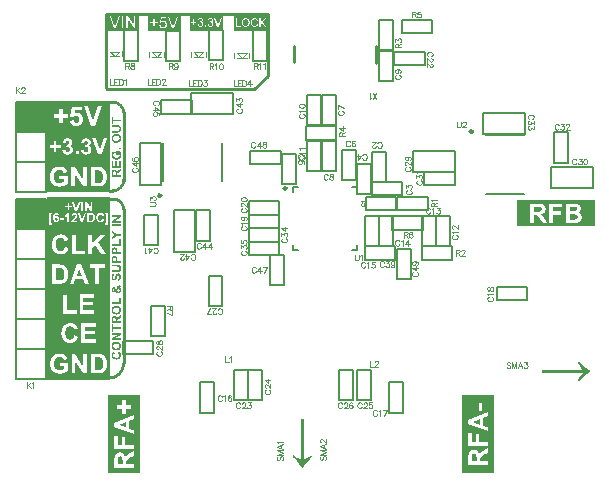
<source format=gto>
G04 Layer_Color=65535*
%FSAX24Y24*%
%MOIN*%
G70*
G01*
G75*
%ADD10C,0.0100*%
%ADD31C,0.0080*%
%ADD46C,0.0098*%
%ADD47C,0.0050*%
%ADD48C,0.0032*%
%ADD49C,0.0079*%
%ADD50C,0.0040*%
%ADD51C,0.0039*%
%ADD52C,0.0028*%
%ADD53R,0.1000X0.0996*%
G36*
X013657Y020032D02*
X013592Y019988D01*
X013591Y019988D01*
X013590Y019987D01*
X013588Y019986D01*
X013586Y019984D01*
X013583Y019983D01*
X013580Y019980D01*
X013573Y019976D01*
X013565Y019970D01*
X013558Y019965D01*
X013551Y019960D01*
X013549Y019958D01*
X013547Y019956D01*
X013547Y019956D01*
X013546Y019955D01*
X013544Y019953D01*
X013542Y019951D01*
X013540Y019948D01*
X013538Y019945D01*
X013536Y019941D01*
X013534Y019938D01*
Y019937D01*
X013534Y019936D01*
X013533Y019934D01*
X013533Y019930D01*
X013532Y019926D01*
X013531Y019921D01*
X013531Y019914D01*
Y019907D01*
Y019895D01*
X013657D01*
Y019834D01*
X013355D01*
Y019962D01*
Y019963D01*
Y019964D01*
Y019967D01*
Y019970D01*
X013355Y019974D01*
Y019979D01*
X013356Y019984D01*
Y019989D01*
X013357Y020001D01*
X013358Y020012D01*
X013360Y020023D01*
X013362Y020028D01*
X013363Y020032D01*
Y020033D01*
X013364Y020033D01*
X013365Y020036D01*
X013367Y020040D01*
X013370Y020045D01*
X013374Y020051D01*
X013379Y020056D01*
X013385Y020062D01*
X013392Y020067D01*
X013393D01*
X013393Y020068D01*
X013395Y020069D01*
X013396Y020070D01*
X013400Y020072D01*
X013406Y020074D01*
X013413Y020077D01*
X013421Y020079D01*
X013430Y020081D01*
X013440Y020081D01*
X013443D01*
X013445Y020081D01*
X013448D01*
X013451Y020080D01*
X013459Y020078D01*
X013468Y020076D01*
X013478Y020073D01*
X013487Y020067D01*
X013492Y020064D01*
X013496Y020061D01*
X013496Y020060D01*
X013497Y020060D01*
X013498Y020059D01*
X013499Y020057D01*
X013501Y020055D01*
X013503Y020053D01*
X013506Y020049D01*
X013508Y020046D01*
X013510Y020042D01*
X013513Y020037D01*
X013515Y020032D01*
X013517Y020027D01*
X013519Y020021D01*
X013521Y020015D01*
X013523Y020008D01*
X013524Y020001D01*
Y020001D01*
X013524Y020002D01*
X013526Y020004D01*
X013528Y020008D01*
X013531Y020012D01*
X013535Y020018D01*
X013539Y020023D01*
X013544Y020029D01*
X013549Y020033D01*
X013550Y020034D01*
X013552Y020036D01*
X013555Y020039D01*
X013561Y020043D01*
X013567Y020048D01*
X013572Y020050D01*
X013576Y020053D01*
X013581Y020057D01*
X013586Y020060D01*
X013592Y020064D01*
X013598Y020068D01*
X013657Y020105D01*
Y020032D01*
D02*
G37*
G36*
X013654Y018492D02*
X013454Y018369D01*
X013654D01*
Y018313D01*
X013351D01*
Y018372D01*
X013555Y018497D01*
X013351D01*
Y018553D01*
X013654D01*
Y018492D01*
D02*
G37*
G36*
X013617Y020691D02*
X013618Y020690D01*
X013620Y020689D01*
X013621Y020687D01*
X013623Y020684D01*
X013627Y020678D01*
X013632Y020670D01*
X013638Y020660D01*
X013644Y020649D01*
X013649Y020636D01*
Y020636D01*
X013649Y020635D01*
X013650Y020633D01*
X013651Y020630D01*
X013652Y020627D01*
X013653Y020623D01*
X013655Y020618D01*
X013656Y020614D01*
X013659Y020603D01*
X013661Y020590D01*
X013662Y020577D01*
X013663Y020563D01*
Y020563D01*
Y020561D01*
Y020558D01*
X013662Y020555D01*
Y020551D01*
X013662Y020546D01*
X013661Y020541D01*
X013660Y020535D01*
X013658Y020522D01*
X013655Y020508D01*
X013650Y020493D01*
X013647Y020487D01*
X013643Y020480D01*
X013643Y020480D01*
X013642Y020479D01*
X013641Y020476D01*
X013639Y020474D01*
X013638Y020471D01*
X013635Y020468D01*
X013632Y020464D01*
X013628Y020460D01*
X013620Y020452D01*
X013610Y020443D01*
X013599Y020434D01*
X013586Y020427D01*
X013586D01*
X013584Y020426D01*
X013582Y020425D01*
X013579Y020424D01*
X013576Y020423D01*
X013572Y020421D01*
X013567Y020420D01*
X013562Y020418D01*
X013556Y020417D01*
X013550Y020415D01*
X013536Y020412D01*
X013521Y020410D01*
X013505Y020410D01*
X013500D01*
X013497Y020410D01*
X013493D01*
X013488Y020410D01*
X013483Y020411D01*
X013477Y020412D01*
X013464Y020414D01*
X013450Y020418D01*
X013435Y020423D01*
X013428Y020426D01*
X013421Y020429D01*
X013421Y020430D01*
X013419Y020430D01*
X013418Y020431D01*
X013415Y020433D01*
X013412Y020435D01*
X013409Y020438D01*
X013405Y020441D01*
X013400Y020444D01*
X013396Y020448D01*
X013391Y020452D01*
X013386Y020457D01*
X013381Y020462D01*
X013377Y020468D01*
X013372Y020473D01*
X013364Y020487D01*
Y020487D01*
X013364Y020488D01*
X013363Y020490D01*
X013362Y020492D01*
X013361Y020495D01*
X013360Y020498D01*
X013358Y020503D01*
X013357Y020507D01*
X013355Y020512D01*
X013354Y020518D01*
X013353Y020524D01*
X013351Y020530D01*
X013350Y020544D01*
X013349Y020559D01*
Y020560D01*
Y020562D01*
Y020565D01*
X013350Y020569D01*
X013350Y020573D01*
X013350Y020579D01*
X013351Y020585D01*
X013352Y020592D01*
X013355Y020606D01*
X013359Y020620D01*
X013362Y020628D01*
X013365Y020635D01*
X013368Y020641D01*
X013373Y020647D01*
X013373Y020648D01*
X013374Y020649D01*
X013375Y020650D01*
X013377Y020653D01*
X013379Y020655D01*
X013382Y020658D01*
X013386Y020661D01*
X013390Y020664D01*
X013394Y020668D01*
X013399Y020671D01*
X013404Y020675D01*
X013410Y020678D01*
X013416Y020681D01*
X013423Y020684D01*
X013430Y020687D01*
X013438Y020688D01*
X013449Y020628D01*
X013449D01*
X013448Y020627D01*
X013446Y020626D01*
X013442Y020625D01*
X013437Y020622D01*
X013431Y020619D01*
X013425Y020615D01*
X013419Y020609D01*
X013414Y020603D01*
X013414Y020602D01*
X013412Y020600D01*
X013410Y020596D01*
X013408Y020591D01*
X013405Y020585D01*
X013403Y020577D01*
X013402Y020569D01*
X013401Y020559D01*
Y020559D01*
Y020558D01*
Y020556D01*
X013402Y020553D01*
X013402Y020549D01*
X013402Y020545D01*
X013403Y020541D01*
X013404Y020536D01*
X013407Y020526D01*
X013409Y020521D01*
X013412Y020516D01*
X013415Y020511D01*
X013418Y020505D01*
X013423Y020500D01*
X013427Y020496D01*
X013427Y020495D01*
X013428Y020495D01*
X013430Y020493D01*
X013432Y020492D01*
X013434Y020490D01*
X013437Y020488D01*
X013441Y020486D01*
X013446Y020484D01*
X013451Y020482D01*
X013457Y020480D01*
X013463Y020478D01*
X013469Y020476D01*
X013477Y020475D01*
X013485Y020473D01*
X013493Y020473D01*
X013503Y020473D01*
X013508D01*
X013511Y020473D01*
X013516Y020473D01*
X013521Y020474D01*
X013527Y020475D01*
X013533Y020476D01*
X013546Y020478D01*
X013560Y020483D01*
X013566Y020485D01*
X013572Y020488D01*
X013579Y020492D01*
X013584Y020496D01*
X013584Y020497D01*
X013585Y020497D01*
X013586Y020499D01*
X013588Y020500D01*
X013590Y020503D01*
X013593Y020506D01*
X013595Y020509D01*
X013597Y020513D01*
X013600Y020518D01*
X013602Y020522D01*
X013606Y020533D01*
X013608Y020539D01*
X013610Y020545D01*
X013610Y020552D01*
X013611Y020559D01*
Y020559D01*
Y020560D01*
Y020563D01*
X013610Y020566D01*
X013610Y020571D01*
X013609Y020577D01*
X013608Y020584D01*
X013606Y020591D01*
X013603Y020597D01*
Y020598D01*
X013603Y020598D01*
X013602Y020601D01*
X013600Y020604D01*
X013598Y020609D01*
X013596Y020614D01*
X013593Y020620D01*
X013589Y020625D01*
X013585Y020631D01*
X013546D01*
Y020561D01*
X013495D01*
Y020692D01*
X013617D01*
X013617Y020691D01*
D02*
G37*
G36*
X013657Y020139D02*
X013355D01*
Y020363D01*
X013406D01*
Y020200D01*
X013473D01*
Y020351D01*
X013524D01*
Y020200D01*
X013606D01*
Y020368D01*
X013657D01*
Y020139D01*
D02*
G37*
G36*
X013654Y018193D02*
X013351D01*
Y018254D01*
X013654D01*
Y018193D01*
D02*
G37*
G36*
X013451Y017487D02*
X013454D01*
X013460Y017486D01*
X013468Y017485D01*
X013476Y017483D01*
X013484Y017480D01*
X013491Y017477D01*
X013492Y017476D01*
X013494Y017475D01*
X013498Y017473D01*
X013502Y017470D01*
X013507Y017466D01*
X013512Y017461D01*
X013517Y017457D01*
X013521Y017451D01*
X013522Y017450D01*
X013523Y017448D01*
X013525Y017445D01*
X013527Y017441D01*
X013529Y017437D01*
X013532Y017431D01*
X013534Y017426D01*
X013536Y017419D01*
Y017419D01*
Y017419D01*
X013536Y017417D01*
Y017416D01*
X013536Y017413D01*
X013537Y017410D01*
X013537Y017407D01*
Y017403D01*
X013538Y017399D01*
X013538Y017395D01*
X013539Y017389D01*
X013539Y017384D01*
Y017378D01*
X013540Y017371D01*
Y017364D01*
Y017357D01*
Y017317D01*
X013654D01*
Y017256D01*
X013351D01*
Y017354D01*
Y017354D01*
Y017356D01*
Y017359D01*
Y017362D01*
Y017367D01*
X013352Y017372D01*
Y017378D01*
Y017383D01*
X013352Y017395D01*
X013353Y017408D01*
X013354Y017413D01*
X013354Y017418D01*
X013355Y017423D01*
X013356Y017426D01*
Y017426D01*
X013356Y017427D01*
X013357Y017429D01*
X013357Y017430D01*
X013359Y017435D01*
X013362Y017441D01*
X013366Y017448D01*
X013371Y017455D01*
X013378Y017462D01*
X013386Y017469D01*
X013386D01*
X013387Y017470D01*
X013388Y017471D01*
X013390Y017472D01*
X013392Y017474D01*
X013395Y017475D01*
X013398Y017477D01*
X013401Y017478D01*
X013410Y017482D01*
X013420Y017485D01*
X013432Y017486D01*
X013444Y017487D01*
X013449D01*
X013451Y017487D01*
D02*
G37*
G36*
Y017205D02*
X013454D01*
X013460Y017204D01*
X013468Y017203D01*
X013476Y017201D01*
X013484Y017198D01*
X013491Y017195D01*
X013492Y017194D01*
X013494Y017193D01*
X013498Y017191D01*
X013502Y017188D01*
X013507Y017184D01*
X013512Y017180D01*
X013517Y017175D01*
X013521Y017169D01*
X013522Y017168D01*
X013523Y017166D01*
X013525Y017163D01*
X013527Y017159D01*
X013529Y017155D01*
X013532Y017149D01*
X013534Y017144D01*
X013536Y017138D01*
Y017137D01*
Y017137D01*
X013536Y017135D01*
Y017134D01*
X013536Y017132D01*
X013537Y017128D01*
X013537Y017125D01*
Y017121D01*
X013538Y017118D01*
X013538Y017113D01*
X013539Y017107D01*
X013539Y017102D01*
Y017096D01*
X013540Y017089D01*
Y017082D01*
Y017075D01*
Y017035D01*
X013654D01*
Y016974D01*
X013351D01*
Y017072D01*
Y017072D01*
Y017074D01*
Y017077D01*
Y017080D01*
Y017085D01*
X013352Y017090D01*
Y017096D01*
Y017101D01*
X013352Y017114D01*
X013353Y017126D01*
X013354Y017131D01*
X013354Y017136D01*
X013355Y017141D01*
X013356Y017144D01*
Y017145D01*
X013356Y017145D01*
X013357Y017147D01*
X013357Y017149D01*
X013359Y017153D01*
X013362Y017159D01*
X013366Y017166D01*
X013371Y017173D01*
X013378Y017180D01*
X013386Y017187D01*
X013386D01*
X013387Y017188D01*
X013388Y017189D01*
X013390Y017190D01*
X013392Y017192D01*
X013395Y017193D01*
X013398Y017195D01*
X013401Y017197D01*
X013410Y017200D01*
X013420Y017203D01*
X013432Y017204D01*
X013444Y017205D01*
X013449D01*
X013451Y017205D01*
D02*
G37*
G36*
X013527Y017936D02*
X013654D01*
Y017875D01*
X013526D01*
X013351Y017764D01*
Y017836D01*
X013471Y017907D01*
X013351Y017976D01*
Y018047D01*
X013527Y017936D01*
D02*
G37*
G36*
X013654Y017539D02*
X013353D01*
Y017600D01*
X013602D01*
Y017752D01*
X013654D01*
Y017539D01*
D02*
G37*
G36*
X013657Y020748D02*
X013599D01*
Y020806D01*
X013657D01*
Y020748D01*
D02*
G37*
G36*
X014300Y009950D02*
X013220D01*
Y012560D01*
X014300D01*
Y009950D01*
D02*
G37*
G36*
X014250Y024714D02*
X013164D01*
Y025270D01*
X014250D01*
Y024714D01*
D02*
G37*
G36*
X026100Y009950D02*
X025020D01*
Y012560D01*
X026100D01*
Y009950D01*
D02*
G37*
G36*
X029460Y018200D02*
X026850D01*
Y019050D01*
X029460D01*
Y018200D01*
D02*
G37*
G36*
X013300Y018696D02*
Y018090D01*
Y017070D01*
Y016080D01*
Y015080D01*
Y014120D01*
Y013070D01*
X011190D01*
Y014150D01*
X011200D01*
Y015080D01*
Y016080D01*
X011190D01*
Y017110D01*
X011200D01*
Y018090D01*
Y018696D01*
Y019150D01*
X013300D01*
Y018696D01*
D02*
G37*
G36*
X013533Y021553D02*
X013544D01*
X013557Y021552D01*
X013570Y021551D01*
X013575Y021551D01*
X013581Y021550D01*
X013586Y021549D01*
X013591Y021548D01*
X013592D01*
X013592Y021548D01*
X013593D01*
X013595Y021547D01*
X013599Y021546D01*
X013604Y021544D01*
X013610Y021541D01*
X013617Y021538D01*
X013623Y021534D01*
X013629Y021530D01*
X013630Y021529D01*
X013632Y021527D01*
X013634Y021524D01*
X013638Y021520D01*
X013642Y021515D01*
X013646Y021509D01*
X013650Y021502D01*
X013654Y021494D01*
Y021494D01*
X013654Y021493D01*
X013655Y021492D01*
X013655Y021490D01*
X013656Y021488D01*
X013657Y021485D01*
X013658Y021482D01*
X013658Y021478D01*
X013660Y021470D01*
X013662Y021460D01*
X013662Y021449D01*
X013663Y021436D01*
Y021436D01*
Y021434D01*
Y021432D01*
Y021429D01*
X013662Y021425D01*
Y021421D01*
X013662Y021416D01*
X013662Y021412D01*
X013661Y021401D01*
X013659Y021390D01*
X013656Y021379D01*
X013655Y021374D01*
X013653Y021370D01*
Y021370D01*
X013653Y021369D01*
X013652Y021367D01*
X013649Y021362D01*
X013646Y021357D01*
X013642Y021352D01*
X013638Y021346D01*
X013633Y021340D01*
X013627Y021335D01*
X013626Y021334D01*
X013624Y021333D01*
X013621Y021330D01*
X013617Y021328D01*
X013612Y021325D01*
X013606Y021322D01*
X013600Y021320D01*
X013593Y021318D01*
X013593D01*
X013592Y021317D01*
X013591D01*
X013589Y021317D01*
X013586Y021316D01*
X013582Y021316D01*
X013579Y021315D01*
X013574Y021315D01*
X013569Y021314D01*
X013563Y021314D01*
X013557Y021313D01*
X013550Y021313D01*
X013543Y021312D01*
X013534D01*
X013526Y021312D01*
X013355D01*
Y021373D01*
X013532D01*
X013540Y021374D01*
X013549D01*
X013557Y021374D01*
X013561Y021374D01*
X013565D01*
X013567Y021375D01*
X013570Y021375D01*
X013571D01*
X013573Y021376D01*
X013576Y021378D01*
X013581Y021379D01*
X013586Y021381D01*
X013590Y021385D01*
X013596Y021389D01*
X013600Y021394D01*
X013600Y021395D01*
X013602Y021396D01*
X013603Y021400D01*
X013605Y021404D01*
X013607Y021410D01*
X013609Y021417D01*
X013610Y021425D01*
X013611Y021434D01*
Y021435D01*
Y021436D01*
Y021437D01*
Y021439D01*
X013610Y021443D01*
X013610Y021449D01*
X013608Y021455D01*
X013606Y021461D01*
X013604Y021468D01*
X013600Y021473D01*
X013600Y021474D01*
X013599Y021475D01*
X013596Y021478D01*
X013593Y021480D01*
X013589Y021483D01*
X013585Y021485D01*
X013580Y021488D01*
X013575Y021489D01*
X013574D01*
X013572Y021489D01*
X013568Y021490D01*
X013562Y021491D01*
X013559D01*
X013555Y021491D01*
X013551D01*
X013546Y021492D01*
X013541D01*
X013535Y021492D01*
X013355D01*
Y021553D01*
X013527D01*
X013533Y021553D01*
D02*
G37*
G36*
X013513Y021264D02*
X013519D01*
X013525Y021263D01*
X013532Y021263D01*
X013540Y021261D01*
X013548Y021260D01*
X013558Y021258D01*
X013567Y021255D01*
X013577Y021252D01*
X013586Y021248D01*
X013596Y021243D01*
X013605Y021238D01*
X013614Y021232D01*
X013622Y021225D01*
X013622Y021224D01*
X013624Y021223D01*
X013626Y021221D01*
X013628Y021217D01*
X013631Y021213D01*
X013635Y021208D01*
X013638Y021203D01*
X013642Y021197D01*
X013646Y021189D01*
X013650Y021181D01*
X013653Y021173D01*
X013656Y021163D01*
X013659Y021153D01*
X013661Y021142D01*
X013662Y021131D01*
X013663Y021118D01*
Y021118D01*
Y021115D01*
X013662Y021112D01*
X013662Y021107D01*
X013662Y021102D01*
X013661Y021095D01*
X013659Y021088D01*
X013658Y021080D01*
X013655Y021071D01*
X013653Y021063D01*
X013649Y021054D01*
X013645Y021045D01*
X013641Y021036D01*
X013635Y021028D01*
X013629Y021019D01*
X013622Y021011D01*
X013621Y021011D01*
X013620Y021010D01*
X013617Y021008D01*
X013614Y021005D01*
X013610Y021002D01*
X013605Y020999D01*
X013599Y020995D01*
X013592Y020992D01*
X013585Y020988D01*
X013576Y020984D01*
X013567Y020981D01*
X013557Y020978D01*
X013546Y020975D01*
X013534Y020973D01*
X013521Y020972D01*
X013508Y020972D01*
X013504D01*
X013500Y020972D01*
X013496D01*
X013492Y020972D01*
X013487Y020973D01*
X013481Y020973D01*
X013469Y020975D01*
X013456Y020977D01*
X013443Y020981D01*
X013430Y020985D01*
X013430D01*
X013430Y020986D01*
X013428Y020986D01*
X013426Y020987D01*
X013422Y020989D01*
X013416Y020993D01*
X013410Y020996D01*
X013403Y021001D01*
X013396Y021007D01*
X013389Y021013D01*
X013388Y021014D01*
X013388Y021014D01*
X013386Y021016D01*
X013382Y021020D01*
X013378Y021025D01*
X013374Y021031D01*
X013369Y021037D01*
X013365Y021045D01*
X013361Y021052D01*
Y021053D01*
X013361Y021054D01*
X013360Y021055D01*
X013360Y021058D01*
X013358Y021060D01*
X013357Y021063D01*
X013357Y021067D01*
X013355Y021071D01*
X013353Y021081D01*
X013351Y021092D01*
X013350Y021104D01*
X013349Y021118D01*
Y021118D01*
Y021121D01*
X013350Y021124D01*
Y021128D01*
X013350Y021134D01*
X013351Y021141D01*
X013353Y021148D01*
X013354Y021156D01*
X013357Y021164D01*
X013359Y021173D01*
X013363Y021182D01*
X013367Y021191D01*
X013371Y021200D01*
X013377Y021208D01*
X013384Y021217D01*
X013391Y021225D01*
X013391Y021225D01*
X013393Y021226D01*
X013395Y021229D01*
X013398Y021231D01*
X013403Y021234D01*
X013408Y021237D01*
X013414Y021241D01*
X013421Y021245D01*
X013429Y021249D01*
X013437Y021252D01*
X013447Y021256D01*
X013457Y021259D01*
X013468Y021261D01*
X013480Y021263D01*
X013493Y021264D01*
X013506Y021265D01*
X013509D01*
X013513Y021264D01*
D02*
G37*
G36*
X013300Y021344D02*
Y020334D01*
Y019320D01*
X011170D01*
Y020370D01*
X011180D01*
Y021344D01*
X011150D01*
Y022374D01*
X013300D01*
Y021344D01*
D02*
G37*
G36*
X013406Y021747D02*
X013657D01*
Y021686D01*
X013406D01*
Y021596D01*
X013355D01*
Y021836D01*
X013406D01*
Y021747D01*
D02*
G37*
G36*
X013529Y016909D02*
X013540D01*
X013553Y016908D01*
X013566Y016907D01*
X013572Y016906D01*
X013578Y016906D01*
X013583Y016905D01*
X013588Y016904D01*
X013588D01*
X013588Y016903D01*
X013590D01*
X013591Y016903D01*
X013595Y016902D01*
X013601Y016900D01*
X013607Y016897D01*
X013613Y016894D01*
X013619Y016890D01*
X013626Y016885D01*
X013626Y016885D01*
X013628Y016883D01*
X013631Y016880D01*
X013634Y016876D01*
X013638Y016871D01*
X013642Y016865D01*
X013647Y016858D01*
X013650Y016850D01*
Y016850D01*
X013651Y016849D01*
X013651Y016848D01*
X013651Y016846D01*
X013652Y016844D01*
X013653Y016841D01*
X013654Y016838D01*
X013654Y016834D01*
X013656Y016826D01*
X013658Y016816D01*
X013659Y016805D01*
X013659Y016792D01*
Y016792D01*
Y016790D01*
Y016788D01*
Y016785D01*
X013659Y016781D01*
Y016777D01*
X013658Y016772D01*
X013658Y016767D01*
X013657Y016757D01*
X013655Y016746D01*
X013653Y016735D01*
X013651Y016730D01*
X013650Y016726D01*
Y016726D01*
X013649Y016725D01*
X013648Y016722D01*
X013646Y016718D01*
X013643Y016713D01*
X013639Y016708D01*
X013634Y016701D01*
X013629Y016696D01*
X013623Y016691D01*
X013623Y016690D01*
X013621Y016688D01*
X013617Y016686D01*
X013613Y016684D01*
X013608Y016681D01*
X013602Y016678D01*
X013596Y016676D01*
X013590Y016674D01*
X013589D01*
X013588Y016673D01*
X013587D01*
X013585Y016673D01*
X013582Y016672D01*
X013579Y016672D01*
X013575Y016671D01*
X013571Y016671D01*
X013565Y016670D01*
X013560Y016670D01*
X013554Y016669D01*
X013547Y016669D01*
X013539Y016668D01*
X013531D01*
X013522Y016668D01*
X013351D01*
Y016729D01*
X013529D01*
X013536Y016729D01*
X013545D01*
X013554Y016730D01*
X013557Y016730D01*
X013561D01*
X013564Y016731D01*
X013566Y016731D01*
X013567D01*
X013569Y016732D01*
X013573Y016733D01*
X013577Y016735D01*
X013582Y016737D01*
X013587Y016741D01*
X013592Y016745D01*
X013596Y016750D01*
X013597Y016750D01*
X013598Y016752D01*
X013600Y016756D01*
X013602Y016760D01*
X013604Y016766D01*
X013606Y016773D01*
X013607Y016781D01*
X013607Y016790D01*
Y016791D01*
Y016792D01*
Y016793D01*
Y016795D01*
X013607Y016799D01*
X013606Y016805D01*
X013605Y016811D01*
X013603Y016817D01*
X013600Y016824D01*
X013597Y016829D01*
X013596Y016830D01*
X013595Y016831D01*
X013593Y016833D01*
X013590Y016836D01*
X013586Y016839D01*
X013581Y016841D01*
X013577Y016844D01*
X013571Y016845D01*
X013570D01*
X013568Y016845D01*
X013564Y016846D01*
X013559Y016847D01*
X013555D01*
X013551Y016847D01*
X013547D01*
X013543Y016847D01*
X013537D01*
X013532Y016848D01*
X013351D01*
Y016909D01*
X013524D01*
X013529Y016909D01*
D02*
G37*
G36*
X013654Y015153D02*
X013588Y015109D01*
X013588Y015109D01*
X013586Y015109D01*
X013585Y015107D01*
X013582Y015106D01*
X013580Y015104D01*
X013576Y015102D01*
X013569Y015097D01*
X013561Y015091D01*
X013554Y015086D01*
X013548Y015081D01*
X013546Y015079D01*
X013543Y015077D01*
X013543Y015077D01*
X013542Y015076D01*
X013540Y015074D01*
X013538Y015072D01*
X013536Y015069D01*
X013534Y015066D01*
X013533Y015062D01*
X013531Y015059D01*
Y015058D01*
X013530Y015057D01*
X013529Y015055D01*
X013529Y015051D01*
X013528Y015047D01*
X013528Y015042D01*
X013527Y015036D01*
Y015028D01*
Y015016D01*
X013654D01*
Y014955D01*
X013351D01*
Y015083D01*
Y015084D01*
Y015085D01*
Y015088D01*
Y015091D01*
X013352Y015095D01*
Y015100D01*
X013352Y015105D01*
Y015110D01*
X013353Y015122D01*
X013355Y015134D01*
X013357Y015144D01*
X013358Y015149D01*
X013359Y015154D01*
Y015154D01*
X013360Y015155D01*
X013361Y015157D01*
X013363Y015161D01*
X013366Y015166D01*
X013370Y015172D01*
X013375Y015178D01*
X013381Y015183D01*
X013389Y015189D01*
X013389D01*
X013390Y015189D01*
X013391Y015190D01*
X013392Y015191D01*
X013397Y015193D01*
X013402Y015196D01*
X013409Y015198D01*
X013417Y015200D01*
X013426Y015202D01*
X013436Y015202D01*
X013439D01*
X013442Y015202D01*
X013445D01*
X013448Y015201D01*
X013456Y015200D01*
X013465Y015197D01*
X013474Y015194D01*
X013484Y015189D01*
X013488Y015186D01*
X013492Y015182D01*
X013493Y015182D01*
X013493Y015181D01*
X013494Y015180D01*
X013496Y015178D01*
X013498Y015176D01*
X013500Y015174D01*
X013502Y015171D01*
X013504Y015167D01*
X013507Y015163D01*
X013509Y015158D01*
X013511Y015154D01*
X013513Y015148D01*
X013515Y015142D01*
X013517Y015136D01*
X013519Y015130D01*
X013520Y015122D01*
Y015123D01*
X013521Y015123D01*
X013522Y015126D01*
X013525Y015129D01*
X013528Y015134D01*
X013532Y015139D01*
X013536Y015144D01*
X013540Y015150D01*
X013546Y015155D01*
X013546Y015155D01*
X013548Y015157D01*
X013552Y015160D01*
X013557Y015164D01*
X013564Y015169D01*
X013568Y015172D01*
X013572Y015175D01*
X013577Y015178D01*
X013582Y015182D01*
X013588Y015186D01*
X013595Y015189D01*
X013654Y015227D01*
Y015153D01*
D02*
G37*
G36*
X017050Y024710D02*
X015960D01*
Y025267D01*
X017050D01*
Y024710D01*
D02*
G37*
G36*
X013563Y014010D02*
X013566Y014009D01*
X013569Y014007D01*
X013573Y014006D01*
X013578Y014004D01*
X013583Y014002D01*
X013589Y013999D01*
X013601Y013993D01*
X013613Y013985D01*
X013625Y013975D01*
X013630Y013970D01*
X013635Y013965D01*
X013635Y013964D01*
X013636Y013963D01*
X013637Y013961D01*
X013639Y013959D01*
X013640Y013956D01*
X013642Y013952D01*
X013644Y013948D01*
X013647Y013943D01*
X013649Y013937D01*
X013651Y013931D01*
X013653Y013924D01*
X013655Y013917D01*
X013657Y013910D01*
X013658Y013902D01*
X013658Y013893D01*
X013659Y013884D01*
Y013883D01*
Y013882D01*
X013658Y013878D01*
X013658Y013874D01*
X013657Y013869D01*
X013657Y013863D01*
X013655Y013857D01*
X013654Y013849D01*
X013651Y013842D01*
X013649Y013834D01*
X013645Y013826D01*
X013641Y013817D01*
X013637Y013809D01*
X013631Y013801D01*
X013625Y013793D01*
X013618Y013785D01*
X013617Y013785D01*
X013616Y013784D01*
X013613Y013782D01*
X013610Y013779D01*
X013606Y013777D01*
X013601Y013773D01*
X013595Y013770D01*
X013588Y013766D01*
X013581Y013763D01*
X013572Y013759D01*
X013563Y013756D01*
X013553Y013753D01*
X013542Y013750D01*
X013530Y013749D01*
X013518Y013747D01*
X013505Y013747D01*
X013501D01*
X013498Y013747D01*
X013492D01*
X013486Y013748D01*
X013479Y013749D01*
X013471Y013750D01*
X013462Y013752D01*
X013453Y013754D01*
X013443Y013757D01*
X013433Y013760D01*
X013423Y013764D01*
X013414Y013768D01*
X013404Y013773D01*
X013396Y013779D01*
X013387Y013786D01*
X013387Y013786D01*
X013386Y013788D01*
X013384Y013790D01*
X013381Y013793D01*
X013378Y013797D01*
X013374Y013802D01*
X013370Y013807D01*
X013366Y013813D01*
X013363Y013820D01*
X013359Y013828D01*
X013355Y013837D01*
X013352Y013845D01*
X013349Y013855D01*
X013347Y013865D01*
X013346Y013877D01*
X013345Y013888D01*
Y013889D01*
Y013891D01*
Y013893D01*
X013346Y013897D01*
X013346Y013902D01*
X013347Y013907D01*
X013348Y013913D01*
X013349Y013920D01*
X013351Y013927D01*
X013353Y013934D01*
X013356Y013942D01*
X013359Y013950D01*
X013363Y013957D01*
X013367Y013964D01*
X013373Y013972D01*
X013378Y013978D01*
Y013979D01*
X013379Y013979D01*
X013380Y013980D01*
X013382Y013982D01*
X013384Y013983D01*
X013387Y013985D01*
X013393Y013990D01*
X013401Y013995D01*
X013410Y014000D01*
X013421Y014005D01*
X013434Y014009D01*
X013448Y013949D01*
X013448D01*
X013447Y013948D01*
X013446D01*
X013444Y013948D01*
X013440Y013946D01*
X013435Y013944D01*
X013429Y013941D01*
X013423Y013937D01*
X013417Y013932D01*
X013411Y013926D01*
X013411Y013925D01*
X013409Y013923D01*
X013407Y013920D01*
X013404Y013915D01*
X013402Y013909D01*
X013400Y013902D01*
X013398Y013894D01*
X013397Y013885D01*
Y013885D01*
Y013884D01*
Y013882D01*
X013398Y013879D01*
X013398Y013877D01*
X013399Y013873D01*
X013401Y013866D01*
X013404Y013857D01*
X013408Y013848D01*
X013411Y013843D01*
X013414Y013839D01*
X013418Y013834D01*
X013422Y013830D01*
X013422D01*
X013423Y013830D01*
X013425Y013829D01*
X013427Y013827D01*
X013429Y013826D01*
X013432Y013824D01*
X013436Y013822D01*
X013441Y013820D01*
X013446Y013818D01*
X013452Y013816D01*
X013458Y013815D01*
X013465Y013813D01*
X013473Y013812D01*
X013481Y013811D01*
X013491Y013810D01*
X013501Y013810D01*
X013506D01*
X013510Y013810D01*
X013515D01*
X013520Y013811D01*
X013526Y013812D01*
X013533Y013812D01*
X013546Y013815D01*
X013560Y013819D01*
X013566Y013821D01*
X013572Y013824D01*
X013578Y013827D01*
X013583Y013830D01*
X013583Y013831D01*
X013584Y013831D01*
X013585Y013833D01*
X013587Y013834D01*
X013590Y013839D01*
X013595Y013845D01*
X013599Y013852D01*
X013603Y013861D01*
X013606Y013872D01*
X013606Y013878D01*
X013607Y013884D01*
Y013884D01*
Y013885D01*
Y013886D01*
X013606Y013888D01*
X013606Y013892D01*
X013605Y013898D01*
X013603Y013904D01*
X013600Y013911D01*
X013597Y013918D01*
X013592Y013925D01*
X013591Y013926D01*
X013588Y013928D01*
X013585Y013931D01*
X013580Y013935D01*
X013573Y013939D01*
X013564Y013943D01*
X013554Y013947D01*
X013543Y013951D01*
X013561Y014010D01*
X013561D01*
X013563Y014010D01*
D02*
G37*
G36*
X013510Y015540D02*
X013515D01*
X013521Y015539D01*
X013528Y015538D01*
X013536Y015537D01*
X013545Y015536D01*
X013554Y015533D01*
X013564Y015531D01*
X013573Y015527D01*
X013583Y015523D01*
X013592Y015519D01*
X013601Y015513D01*
X013610Y015507D01*
X013618Y015500D01*
X013619Y015500D01*
X013620Y015498D01*
X013622Y015496D01*
X013625Y015493D01*
X013628Y015489D01*
X013631Y015484D01*
X013635Y015478D01*
X013639Y015472D01*
X013643Y015465D01*
X013646Y015457D01*
X013650Y015448D01*
X013653Y015439D01*
X013655Y015429D01*
X013657Y015418D01*
X013659Y015406D01*
X013659Y015394D01*
Y015393D01*
Y015391D01*
X013659Y015387D01*
X013658Y015383D01*
X013658Y015377D01*
X013657Y015371D01*
X013656Y015363D01*
X013654Y015356D01*
X013652Y015347D01*
X013649Y015338D01*
X013646Y015329D01*
X013642Y015321D01*
X013637Y015311D01*
X013632Y015303D01*
X013626Y015295D01*
X013618Y015287D01*
X013618Y015286D01*
X013616Y015285D01*
X013614Y015283D01*
X013611Y015281D01*
X013606Y015278D01*
X013601Y015274D01*
X013595Y015271D01*
X013588Y015267D01*
X013581Y015263D01*
X013572Y015260D01*
X013563Y015256D01*
X013553Y015253D01*
X013542Y015251D01*
X013530Y015249D01*
X013518Y015248D01*
X013505Y015247D01*
X013500D01*
X013497Y015248D01*
X013493D01*
X013488Y015248D01*
X013483Y015248D01*
X013477Y015249D01*
X013465Y015251D01*
X013452Y015253D01*
X013439Y015256D01*
X013427Y015261D01*
X013426D01*
X013426Y015261D01*
X013425Y015262D01*
X013423Y015262D01*
X013418Y015265D01*
X013413Y015268D01*
X013406Y015272D01*
X013400Y015277D01*
X013392Y015283D01*
X013385Y015289D01*
X013385Y015289D01*
X013384Y015290D01*
X013382Y015292D01*
X013379Y015296D01*
X013375Y015300D01*
X013370Y015306D01*
X013366Y015313D01*
X013361Y015320D01*
X013358Y015328D01*
Y015328D01*
X013357Y015329D01*
X013356Y015331D01*
X013356Y015333D01*
X013355Y015336D01*
X013354Y015339D01*
X013353Y015343D01*
X013352Y015347D01*
X013349Y015356D01*
X013347Y015367D01*
X013346Y015380D01*
X013345Y015393D01*
Y015394D01*
Y015396D01*
X013346Y015400D01*
Y015404D01*
X013347Y015410D01*
X013348Y015416D01*
X013349Y015424D01*
X013351Y015432D01*
X013353Y015440D01*
X013356Y015449D01*
X013359Y015457D01*
X013363Y015467D01*
X013368Y015475D01*
X013373Y015484D01*
X013380Y015492D01*
X013387Y015500D01*
X013388Y015501D01*
X013389Y015502D01*
X013392Y015504D01*
X013395Y015506D01*
X013399Y015509D01*
X013404Y015513D01*
X013411Y015516D01*
X013418Y015520D01*
X013425Y015524D01*
X013434Y015528D01*
X013443Y015531D01*
X013453Y015534D01*
X013465Y015537D01*
X013477Y015539D01*
X013489Y015540D01*
X013503Y015540D01*
X013506D01*
X013510Y015540D01*
D02*
G37*
G36*
X015650Y024700D02*
X014550D01*
Y025257D01*
X015650D01*
Y024700D01*
D02*
G37*
G36*
X013510Y014343D02*
X013515D01*
X013521Y014342D01*
X013528Y014341D01*
X013536Y014340D01*
X013545Y014339D01*
X013554Y014336D01*
X013564Y014334D01*
X013573Y014330D01*
X013583Y014326D01*
X013592Y014322D01*
X013601Y014316D01*
X013610Y014310D01*
X013618Y014303D01*
X013619Y014303D01*
X013620Y014301D01*
X013622Y014299D01*
X013625Y014296D01*
X013628Y014292D01*
X013631Y014287D01*
X013635Y014281D01*
X013639Y014275D01*
X013643Y014268D01*
X013646Y014260D01*
X013650Y014251D01*
X013653Y014242D01*
X013655Y014232D01*
X013657Y014221D01*
X013659Y014209D01*
X013659Y014197D01*
Y014196D01*
Y014194D01*
X013659Y014190D01*
X013658Y014186D01*
X013658Y014180D01*
X013657Y014174D01*
X013656Y014166D01*
X013654Y014159D01*
X013652Y014150D01*
X013649Y014142D01*
X013646Y014132D01*
X013642Y014124D01*
X013637Y014114D01*
X013632Y014106D01*
X013626Y014098D01*
X013618Y014090D01*
X013618Y014090D01*
X013616Y014088D01*
X013614Y014086D01*
X013611Y014084D01*
X013606Y014081D01*
X013601Y014077D01*
X013595Y014074D01*
X013588Y014070D01*
X013581Y014066D01*
X013572Y014063D01*
X013563Y014059D01*
X013553Y014056D01*
X013542Y014054D01*
X013530Y014052D01*
X013518Y014051D01*
X013505Y014050D01*
X013500D01*
X013497Y014051D01*
X013493D01*
X013488Y014051D01*
X013483Y014052D01*
X013477Y014052D01*
X013465Y014054D01*
X013452Y014056D01*
X013439Y014059D01*
X013427Y014064D01*
X013426D01*
X013426Y014064D01*
X013425Y014065D01*
X013423Y014066D01*
X013418Y014068D01*
X013413Y014071D01*
X013406Y014075D01*
X013400Y014080D01*
X013392Y014086D01*
X013385Y014092D01*
X013385Y014092D01*
X013384Y014093D01*
X013382Y014095D01*
X013379Y014099D01*
X013375Y014104D01*
X013370Y014109D01*
X013366Y014116D01*
X013361Y014123D01*
X013358Y014131D01*
Y014131D01*
X013357Y014132D01*
X013356Y014134D01*
X013356Y014136D01*
X013355Y014139D01*
X013354Y014142D01*
X013353Y014146D01*
X013352Y014150D01*
X013349Y014159D01*
X013347Y014170D01*
X013346Y014183D01*
X013345Y014196D01*
Y014197D01*
Y014199D01*
X013346Y014203D01*
Y014207D01*
X013347Y014213D01*
X013348Y014219D01*
X013349Y014227D01*
X013351Y014235D01*
X013353Y014243D01*
X013356Y014252D01*
X013359Y014260D01*
X013363Y014270D01*
X013368Y014278D01*
X013373Y014287D01*
X013380Y014295D01*
X013387Y014303D01*
X013388Y014304D01*
X013389Y014305D01*
X013392Y014307D01*
X013395Y014309D01*
X013399Y014312D01*
X013404Y014316D01*
X013411Y014319D01*
X013418Y014323D01*
X013425Y014327D01*
X013434Y014331D01*
X013443Y014334D01*
X013453Y014337D01*
X013465Y014340D01*
X013477Y014342D01*
X013489Y014343D01*
X013503Y014343D01*
X013506D01*
X013510Y014343D01*
D02*
G37*
G36*
X013402Y014826D02*
X013654D01*
Y014765D01*
X013402D01*
Y014675D01*
X013351D01*
Y014915D01*
X013402D01*
Y014826D01*
D02*
G37*
G36*
X013654Y014571D02*
X013454Y014448D01*
X013654D01*
Y014392D01*
X013351D01*
Y014451D01*
X013555Y014575D01*
X013351D01*
Y014632D01*
X013654D01*
Y014571D01*
D02*
G37*
G36*
X019748Y010388D02*
X019750D01*
X019752Y010392D01*
X019761Y010399D01*
X019776Y010410D01*
X019794Y010424D01*
X019814Y010439D01*
X019834Y010454D01*
X019854Y010468D01*
X019870Y010479D01*
X019872Y010481D01*
X019879Y010485D01*
X019889Y010490D01*
X019905Y010497D01*
X019923Y010508D01*
X019949Y010523D01*
X019980Y010537D01*
X020014Y010556D01*
Y010490D01*
X020012Y010488D01*
X020009Y010485D01*
X020002Y010479D01*
X019994Y010470D01*
X019983Y010461D01*
X019971Y010450D01*
X019943Y010423D01*
X019912Y010392D01*
X019881Y010359D01*
X019850Y010326D01*
X019823Y010293D01*
Y010291D01*
X019819Y010290D01*
X019812Y010279D01*
X019801Y010262D01*
X019787Y010242D01*
X019772Y010219D01*
X019756Y010191D01*
X019739Y010162D01*
X019726Y010135D01*
X019688D01*
Y010137D01*
X019686Y010138D01*
X019681Y010149D01*
X019672Y010166D01*
X019659Y010188D01*
X019644Y010213D01*
X019626Y010240D01*
X019606Y010270D01*
X019582Y010301D01*
X019579Y010304D01*
X019572Y010315D01*
X019555Y010332D01*
X019535Y010355D01*
X019510Y010383D01*
X019477Y010415D01*
X019439Y010452D01*
X019395Y010492D01*
Y010557D01*
X019397Y010556D01*
X019402Y010554D01*
X019411Y010550D01*
X019424Y010543D01*
X019437Y010536D01*
X019455Y010527D01*
X019473Y010517D01*
X019493Y010506D01*
X019535Y010481D01*
X019579Y010452D01*
X019623Y010421D01*
X019661Y010388D01*
Y011760D01*
X019748D01*
Y010388D01*
D02*
G37*
G36*
X013661Y016196D02*
Y016196D01*
X013661Y016195D01*
X013660Y016194D01*
X013659Y016192D01*
X013658Y016190D01*
X013656Y016187D01*
X013653Y016181D01*
X013648Y016173D01*
X013642Y016164D01*
X013635Y016156D01*
X013627Y016147D01*
X013628Y016146D01*
X013630Y016144D01*
X013633Y016140D01*
X013637Y016135D01*
X013640Y016129D01*
X013644Y016123D01*
X013648Y016115D01*
X013651Y016108D01*
Y016108D01*
X013652Y016107D01*
X013652Y016106D01*
X013653Y016105D01*
X013654Y016100D01*
X013655Y016094D01*
X013657Y016087D01*
X013658Y016079D01*
X013659Y016069D01*
X013659Y016059D01*
Y016058D01*
Y016056D01*
X013659Y016053D01*
Y016049D01*
X013658Y016045D01*
X013657Y016039D01*
X013657Y016033D01*
X013655Y016027D01*
X013654Y016020D01*
X013651Y016013D01*
X013649Y016006D01*
X013646Y015999D01*
X013642Y015992D01*
X013638Y015986D01*
X013633Y015980D01*
X013628Y015974D01*
X013627Y015973D01*
X013626Y015973D01*
X013625Y015972D01*
X013623Y015970D01*
X013621Y015969D01*
X013618Y015967D01*
X013611Y015963D01*
X013603Y015959D01*
X013593Y015956D01*
X013583Y015953D01*
X013577Y015952D01*
X013571Y015952D01*
X013568D01*
X013566Y015952D01*
X013564D01*
X013560Y015953D01*
X013554Y015954D01*
X013545Y015956D01*
X013536Y015959D01*
X013527Y015963D01*
X013519Y015969D01*
X013518D01*
X013518Y015970D01*
X013516Y015971D01*
X013515Y015973D01*
X013510Y015977D01*
X013505Y015982D01*
X013498Y015990D01*
X013491Y015998D01*
X013484Y016009D01*
X013478Y016021D01*
X013477Y016020D01*
X013475Y016018D01*
X013471Y016016D01*
X013467Y016012D01*
X013461Y016008D01*
X013455Y016004D01*
X013449Y016001D01*
X013443Y015997D01*
X013442Y015997D01*
X013440Y015996D01*
X013437Y015995D01*
X013433Y015994D01*
X013428Y015992D01*
X013423Y015991D01*
X013417Y015991D01*
X013411Y015990D01*
X013409D01*
X013407Y015991D01*
X013402Y015991D01*
X013395Y015993D01*
X013388Y015995D01*
X013380Y015999D01*
X013376Y016002D01*
X013372Y016005D01*
X013368Y016008D01*
X013365Y016012D01*
X013364Y016012D01*
X013364Y016013D01*
X013363Y016014D01*
X013362Y016016D01*
X013360Y016018D01*
X013359Y016021D01*
X013357Y016024D01*
X013355Y016028D01*
X013353Y016032D01*
X013352Y016037D01*
X013350Y016042D01*
X013349Y016047D01*
X013347Y016053D01*
X013346Y016060D01*
X013345Y016067D01*
Y016074D01*
Y016075D01*
Y016076D01*
Y016078D01*
X013346Y016081D01*
Y016084D01*
X013346Y016088D01*
X013348Y016097D01*
X013350Y016107D01*
X013354Y016117D01*
X013359Y016127D01*
X013362Y016131D01*
X013366Y016136D01*
X013366Y016136D01*
X013366Y016136D01*
X013368Y016138D01*
X013369Y016139D01*
X013373Y016143D01*
X013379Y016147D01*
X013387Y016151D01*
X013395Y016154D01*
X013404Y016157D01*
X013409Y016157D01*
X013415Y016158D01*
X013418D01*
X013421Y016157D01*
X013426Y016157D01*
X013431Y016155D01*
X013437Y016153D01*
X013443Y016150D01*
X013449Y016147D01*
X013450Y016147D01*
X013452Y016145D01*
X013456Y016142D01*
X013460Y016137D01*
X013466Y016131D01*
X013469Y016128D01*
X013472Y016124D01*
X013475Y016119D01*
X013479Y016114D01*
X013483Y016109D01*
X013487Y016103D01*
X013543Y016145D01*
X013542Y016145D01*
X013540Y016146D01*
X013537Y016147D01*
X013533Y016149D01*
X013529Y016151D01*
X013522Y016153D01*
X013516Y016155D01*
X013508Y016157D01*
X013520Y016209D01*
X013521D01*
X013522Y016209D01*
X013523Y016209D01*
X013525Y016208D01*
X013530Y016207D01*
X013536Y016205D01*
X013543Y016203D01*
X013550Y016200D01*
X013556Y016198D01*
X013561Y016196D01*
X013562Y016195D01*
X013564Y016195D01*
X013566Y016194D01*
X013569Y016192D01*
X013576Y016188D01*
X013583Y016184D01*
X013583Y016184D01*
X013584Y016185D01*
X013586Y016188D01*
X013588Y016190D01*
X013592Y016194D01*
X013595Y016198D01*
X013599Y016203D01*
X013602Y016209D01*
X013603Y016209D01*
X013604Y016211D01*
X013606Y016214D01*
X013608Y016217D01*
X013613Y016225D01*
X013615Y016228D01*
X013617Y016231D01*
X013661Y016196D01*
D02*
G37*
G36*
X028952Y013662D02*
X028955Y013659D01*
X028961Y013652D01*
X028970Y013644D01*
X028979Y013633D01*
X028990Y013621D01*
X029017Y013593D01*
X029048Y013562D01*
X029081Y013531D01*
X029114Y013500D01*
X029147Y013473D01*
X029149D01*
X029150Y013469D01*
X029161Y013462D01*
X029178Y013451D01*
X029198Y013437D01*
X029221Y013422D01*
X029249Y013406D01*
X029278Y013389D01*
X029305Y013376D01*
Y013338D01*
X029303D01*
X029302Y013336D01*
X029291Y013331D01*
X029274Y013322D01*
X029252Y013309D01*
X029227Y013294D01*
X029200Y013276D01*
X029170Y013256D01*
X029139Y013232D01*
X029136Y013229D01*
X029125Y013222D01*
X029108Y013205D01*
X029085Y013185D01*
X029057Y013160D01*
X029025Y013127D01*
X028988Y013089D01*
X028948Y013045D01*
X028883D01*
X028884Y013047D01*
X028886Y013052D01*
X028890Y013061D01*
X028897Y013074D01*
X028904Y013087D01*
X028913Y013105D01*
X028923Y013123D01*
X028934Y013143D01*
X028959Y013185D01*
X028988Y013229D01*
X029019Y013273D01*
X029052Y013311D01*
X027680D01*
Y013398D01*
X029052D01*
Y013400D01*
X029048Y013402D01*
X029041Y013411D01*
X029030Y013426D01*
X029016Y013444D01*
X029001Y013464D01*
X028986Y013484D01*
X028972Y013504D01*
X028961Y013520D01*
X028959Y013522D01*
X028955Y013529D01*
X028950Y013539D01*
X028943Y013555D01*
X028932Y013573D01*
X028917Y013599D01*
X028903Y013630D01*
X028884Y013664D01*
X028950D01*
X028952Y013662D01*
D02*
G37*
G36*
X013572Y016616D02*
X013575Y016616D01*
X013581Y016615D01*
X013589Y016613D01*
X013598Y016611D01*
X013606Y016607D01*
X013615Y016602D01*
X013615D01*
X013616Y016601D01*
X013618Y016599D01*
X013623Y016596D01*
X013627Y016591D01*
X013633Y016586D01*
X013638Y016578D01*
X013644Y016570D01*
X013648Y016561D01*
Y016560D01*
X013649Y016559D01*
X013649Y016558D01*
X013650Y016556D01*
X013651Y016553D01*
X013652Y016550D01*
X013653Y016547D01*
X013654Y016543D01*
X013655Y016538D01*
X013656Y016533D01*
X013657Y016522D01*
X013659Y016509D01*
X013659Y016495D01*
Y016495D01*
Y016493D01*
Y016490D01*
X013659Y016486D01*
X013658Y016481D01*
X013658Y016476D01*
X013657Y016469D01*
X013656Y016463D01*
X013653Y016448D01*
X013651Y016441D01*
X013648Y016434D01*
X013645Y016427D01*
X013642Y016420D01*
X013638Y016413D01*
X013633Y016407D01*
X013633Y016407D01*
X013632Y016406D01*
X013630Y016404D01*
X013628Y016402D01*
X013625Y016400D01*
X013622Y016397D01*
X013618Y016394D01*
X013613Y016391D01*
X013608Y016388D01*
X013602Y016385D01*
X013596Y016382D01*
X013589Y016379D01*
X013581Y016376D01*
X013573Y016374D01*
X013564Y016372D01*
X013555Y016371D01*
X013550Y016430D01*
X013550D01*
X013551Y016431D01*
X013553D01*
X013554Y016431D01*
X013560Y016433D01*
X013566Y016435D01*
X013574Y016438D01*
X013581Y016441D01*
X013588Y016446D01*
X013594Y016452D01*
X013594Y016452D01*
X013596Y016455D01*
X013598Y016458D01*
X013601Y016463D01*
X013603Y016470D01*
X013606Y016477D01*
X013607Y016486D01*
X013608Y016496D01*
Y016497D01*
Y016497D01*
Y016499D01*
Y016501D01*
X013607Y016506D01*
X013606Y016513D01*
X013605Y016520D01*
X013602Y016527D01*
X013599Y016534D01*
X013595Y016540D01*
X013595Y016541D01*
X013593Y016543D01*
X013591Y016545D01*
X013587Y016548D01*
X013583Y016551D01*
X013578Y016553D01*
X013572Y016555D01*
X013566Y016556D01*
X013564D01*
X013562Y016555D01*
X013560Y016555D01*
X013557Y016554D01*
X013554Y016553D01*
X013551Y016551D01*
X013548Y016549D01*
X013547Y016549D01*
X013547Y016548D01*
X013545Y016546D01*
X013543Y016544D01*
X013541Y016541D01*
X013539Y016537D01*
X013537Y016533D01*
X013535Y016527D01*
Y016527D01*
X013534Y016525D01*
X013533Y016522D01*
X013532Y016520D01*
X013532Y016517D01*
X013531Y016514D01*
X013529Y016511D01*
X013529Y016507D01*
X013527Y016502D01*
X013526Y016497D01*
X013525Y016491D01*
X013523Y016485D01*
X013521Y016478D01*
Y016478D01*
X013521Y016476D01*
X013520Y016473D01*
X013519Y016470D01*
X013518Y016466D01*
X013516Y016462D01*
X013515Y016457D01*
X013513Y016451D01*
X013508Y016440D01*
X013503Y016429D01*
X013501Y016423D01*
X013498Y016418D01*
X013494Y016414D01*
X013491Y016410D01*
X013491Y016409D01*
X013490Y016408D01*
X013489Y016407D01*
X013487Y016405D01*
X013484Y016403D01*
X013481Y016401D01*
X013478Y016398D01*
X013474Y016396D01*
X013465Y016391D01*
X013455Y016386D01*
X013449Y016385D01*
X013443Y016383D01*
X013437Y016382D01*
X013430Y016382D01*
X013426D01*
X013422Y016383D01*
X013416Y016384D01*
X013410Y016385D01*
X013402Y016387D01*
X013394Y016390D01*
X013387Y016395D01*
X013387D01*
X013386Y016395D01*
X013384Y016397D01*
X013380Y016400D01*
X013376Y016404D01*
X013371Y016410D01*
X013366Y016416D01*
X013361Y016424D01*
X013356Y016432D01*
Y016433D01*
X013356Y016434D01*
X013356Y016435D01*
X013355Y016437D01*
X013354Y016439D01*
X013353Y016442D01*
X013352Y016445D01*
X013351Y016449D01*
X013349Y016458D01*
X013347Y016468D01*
X013346Y016480D01*
X013345Y016492D01*
Y016493D01*
Y016495D01*
Y016497D01*
X013346Y016501D01*
X013346Y016506D01*
X013347Y016512D01*
X013348Y016518D01*
X013349Y016524D01*
X013352Y016538D01*
X013354Y016545D01*
X013356Y016552D01*
X013359Y016559D01*
X013363Y016566D01*
X013366Y016572D01*
X013371Y016577D01*
X013371Y016578D01*
X013372Y016579D01*
X013373Y016580D01*
X013375Y016582D01*
X013378Y016584D01*
X013381Y016587D01*
X013384Y016589D01*
X013388Y016592D01*
X013393Y016595D01*
X013398Y016597D01*
X013404Y016600D01*
X013410Y016602D01*
X013416Y016604D01*
X013423Y016606D01*
X013430Y016608D01*
X013438Y016608D01*
X013440Y016547D01*
X013439D01*
X013436Y016546D01*
X013432Y016545D01*
X013427Y016543D01*
X013422Y016541D01*
X013416Y016538D01*
X013411Y016534D01*
X013407Y016530D01*
X013406Y016529D01*
X013405Y016528D01*
X013403Y016525D01*
X013401Y016520D01*
X013400Y016515D01*
X013398Y016508D01*
X013397Y016500D01*
X013396Y016491D01*
Y016491D01*
Y016490D01*
Y016489D01*
Y016487D01*
X013397Y016482D01*
X013397Y016476D01*
X013399Y016470D01*
X013401Y016463D01*
X013404Y016456D01*
X013408Y016450D01*
X013408Y016450D01*
X013409Y016449D01*
X013410Y016447D01*
X013412Y016445D01*
X013415Y016444D01*
X013418Y016442D01*
X013422Y016441D01*
X013426Y016441D01*
X013428D01*
X013430Y016441D01*
X013432Y016442D01*
X013436Y016443D01*
X013439Y016444D01*
X013442Y016446D01*
X013445Y016449D01*
X013445Y016450D01*
X013446Y016452D01*
X013447Y016453D01*
X013448Y016455D01*
X013449Y016458D01*
X013451Y016461D01*
X013452Y016464D01*
X013454Y016468D01*
X013456Y016473D01*
X013457Y016478D01*
X013459Y016484D01*
X013461Y016490D01*
X013463Y016497D01*
X013465Y016505D01*
Y016506D01*
X013465Y016507D01*
X013466Y016510D01*
X013467Y016513D01*
X013467Y016516D01*
X013469Y016521D01*
X013470Y016525D01*
X013471Y016530D01*
X013475Y016541D01*
X013478Y016552D01*
X013482Y016562D01*
X013484Y016566D01*
X013487Y016571D01*
Y016571D01*
X013487Y016572D01*
X013489Y016574D01*
X013491Y016578D01*
X013495Y016583D01*
X013499Y016588D01*
X013505Y016594D01*
X013511Y016600D01*
X013518Y016604D01*
X013519Y016605D01*
X013521Y016606D01*
X013525Y016608D01*
X013531Y016611D01*
X013538Y016613D01*
X013546Y016615D01*
X013555Y016616D01*
X013566Y016617D01*
X013570D01*
X013572Y016616D01*
D02*
G37*
G36*
X013654Y015590D02*
X013353D01*
Y015651D01*
X013602D01*
Y015803D01*
X013654D01*
Y015590D01*
D02*
G37*
G36*
X018540Y024700D02*
X017440D01*
Y025257D01*
X018540D01*
Y024700D01*
D02*
G37*
%LPC*%
G36*
X013444Y020018D02*
X013441D01*
X013439Y020018D01*
X013435Y020017D01*
X013431Y020016D01*
X013427Y020015D01*
X013423Y020012D01*
X013419Y020010D01*
X013419Y020009D01*
X013418Y020008D01*
X013416Y020006D01*
X013414Y020004D01*
X013412Y020001D01*
X013410Y019997D01*
X013409Y019992D01*
X013407Y019987D01*
Y019986D01*
X013407Y019985D01*
Y019982D01*
X013406Y019978D01*
Y019976D01*
Y019973D01*
Y019969D01*
X013406Y019965D01*
Y019960D01*
Y019955D01*
Y019949D01*
Y019942D01*
Y019895D01*
X013483D01*
Y019940D01*
Y019940D01*
Y019942D01*
Y019944D01*
Y019947D01*
Y019950D01*
Y019954D01*
X013482Y019963D01*
X013482Y019972D01*
X013482Y019981D01*
X013481Y019985D01*
X013481Y019989D01*
X013480Y019992D01*
X013479Y019994D01*
Y019995D01*
X013478Y019996D01*
X013478Y019998D01*
X013476Y020001D01*
X013472Y020006D01*
X013470Y020009D01*
X013467Y020011D01*
X013466Y020012D01*
X013465Y020012D01*
X013463Y020014D01*
X013461Y020015D01*
X013457Y020016D01*
X013453Y020017D01*
X013449Y020018D01*
X013444Y020018D01*
D02*
G37*
G36*
X013446Y017424D02*
X013443D01*
X013440Y017424D01*
X013436Y017423D01*
X013432Y017422D01*
X013427Y017420D01*
X013422Y017418D01*
X013418Y017414D01*
X013418Y017414D01*
X013416Y017412D01*
X013415Y017410D01*
X013412Y017408D01*
X013410Y017404D01*
X013408Y017400D01*
X013406Y017395D01*
X013404Y017390D01*
Y017389D01*
X013404Y017388D01*
X013404Y017385D01*
X013403Y017380D01*
Y017374D01*
X013403Y017371D01*
Y017367D01*
X013402Y017362D01*
Y017357D01*
Y017352D01*
Y017346D01*
Y017317D01*
X013488D01*
Y017350D01*
Y017350D01*
Y017352D01*
Y017354D01*
Y017356D01*
Y017359D01*
X013488Y017362D01*
Y017370D01*
X013488Y017378D01*
X013487Y017385D01*
X013485Y017392D01*
X013485Y017395D01*
X013484Y017398D01*
X013484Y017399D01*
X013483Y017400D01*
X013482Y017402D01*
X013481Y017405D01*
X013478Y017408D01*
X013476Y017411D01*
X013473Y017415D01*
X013469Y017417D01*
X013469Y017418D01*
X013467Y017419D01*
X013465Y017419D01*
X013462Y017421D01*
X013459Y017422D01*
X013455Y017423D01*
X013450Y017424D01*
X013446Y017424D01*
D02*
G37*
G36*
Y017142D02*
X013443D01*
X013440Y017142D01*
X013436Y017141D01*
X013432Y017140D01*
X013427Y017138D01*
X013422Y017136D01*
X013418Y017132D01*
X013418Y017132D01*
X013416Y017131D01*
X013415Y017128D01*
X013412Y017126D01*
X013410Y017122D01*
X013408Y017118D01*
X013406Y017113D01*
X013404Y017108D01*
Y017107D01*
X013404Y017106D01*
X013404Y017103D01*
X013403Y017098D01*
Y017093D01*
X013403Y017089D01*
Y017085D01*
X013402Y017080D01*
Y017076D01*
Y017070D01*
Y017064D01*
Y017035D01*
X013488D01*
Y017068D01*
Y017069D01*
Y017070D01*
Y017072D01*
Y017074D01*
Y017077D01*
X013488Y017080D01*
Y017088D01*
X013488Y017096D01*
X013487Y017104D01*
X013485Y017111D01*
X013485Y017114D01*
X013484Y017116D01*
X013484Y017117D01*
X013483Y017118D01*
X013482Y017121D01*
X013481Y017123D01*
X013478Y017126D01*
X013476Y017129D01*
X013473Y017133D01*
X013469Y017135D01*
X013469Y017136D01*
X013467Y017137D01*
X013465Y017138D01*
X013462Y017139D01*
X013459Y017140D01*
X013455Y017142D01*
X013450Y017142D01*
X013446Y017142D01*
D02*
G37*
G36*
X013822Y012384D02*
X013707D01*
Y012215D01*
X013542D01*
Y012103D01*
X013707D01*
Y011936D01*
X013822D01*
Y012103D01*
X013988D01*
Y012215D01*
X013822D01*
Y012384D01*
D02*
G37*
G36*
X014080Y011895D02*
X013440Y011638D01*
Y011501D01*
X014080Y011253D01*
Y011390D01*
X013935Y011443D01*
Y011700D01*
X014080Y011755D01*
Y011895D01*
D02*
G37*
G36*
X013548Y011212D02*
X013440D01*
Y010772D01*
X014080D01*
Y010902D01*
X013808D01*
Y011169D01*
X013700D01*
Y010902D01*
X013548D01*
Y011212D01*
D02*
G37*
G36*
X014080Y010702D02*
X013955Y010623D01*
X013942Y010615D01*
X013929Y010607D01*
X013918Y010599D01*
X013908Y010592D01*
X013899Y010585D01*
X013889Y010580D01*
X013876Y010569D01*
X013865Y010560D01*
X013857Y010555D01*
X013852Y010550D01*
X013852Y010549D01*
X013840Y010539D01*
X013830Y010527D01*
X013822Y010516D01*
X013814Y010505D01*
X013807Y010496D01*
X013803Y010488D01*
X013799Y010483D01*
X013798Y010482D01*
Y010481D01*
X013795Y010496D01*
X013791Y010510D01*
X013788Y010523D01*
X013783Y010536D01*
X013779Y010547D01*
X013774Y010558D01*
X013769Y010568D01*
X013764Y010576D01*
X013759Y010583D01*
X013754Y010590D01*
X013750Y010595D01*
X013746Y010599D01*
X013743Y010603D01*
X013741Y010606D01*
X013740Y010607D01*
X013739Y010608D01*
X013729Y010615D01*
X013720Y010621D01*
X013700Y010632D01*
X013680Y010640D01*
X013661Y010645D01*
X013644Y010648D01*
X013638Y010649D01*
X013631D01*
X013627Y010650D01*
X013619D01*
X013599Y010649D01*
X013580Y010645D01*
X013563Y010641D01*
X013548Y010636D01*
X013536Y010631D01*
X013527Y010626D01*
X013524Y010624D01*
X013521Y010622D01*
X013520Y010621D01*
X013520D01*
X013504Y010610D01*
X013491Y010598D01*
X013481Y010586D01*
X013471Y010574D01*
X013466Y010563D01*
X013461Y010555D01*
X013458Y010549D01*
X013458Y010548D01*
Y010547D01*
X013455Y010538D01*
X013452Y010528D01*
X013447Y010505D01*
X013445Y010480D01*
X013442Y010456D01*
Y010444D01*
X013441Y010434D01*
Y010423D01*
X013440Y010415D01*
Y010409D01*
Y010403D01*
Y010399D01*
Y010398D01*
Y010127D01*
X014080D01*
Y010256D01*
X013813D01*
Y010282D01*
Y010298D01*
X013814Y010311D01*
X013815Y010322D01*
X013816Y010331D01*
X013817Y010338D01*
X013819Y010343D01*
X013820Y010346D01*
Y010347D01*
X013824Y010354D01*
X013828Y010361D01*
X013832Y010368D01*
X013836Y010374D01*
X013840Y010379D01*
X013844Y010383D01*
X013846Y010385D01*
X013847Y010386D01*
X013852Y010389D01*
X013856Y010394D01*
X013870Y010404D01*
X013885Y010415D01*
X013902Y010427D01*
X013916Y010437D01*
X013924Y010442D01*
X013929Y010446D01*
X013934Y010449D01*
X013938Y010452D01*
X013940Y010453D01*
X013941Y010454D01*
X014080Y010546D01*
Y010702D01*
D02*
G37*
%LPD*%
G36*
X013827Y011482D02*
X013589Y011569D01*
X013827Y011658D01*
Y011482D01*
D02*
G37*
G36*
X013639Y010516D02*
X013648Y010515D01*
X013656Y010512D01*
X013664Y010510D01*
X013669Y010508D01*
X013673Y010505D01*
X013676Y010504D01*
X013677Y010503D01*
X013683Y010497D01*
X013689Y010492D01*
X013697Y010480D01*
X013700Y010475D01*
X013702Y010471D01*
X013704Y010468D01*
Y010467D01*
X013705Y010462D01*
X013706Y010455D01*
X013707Y010447D01*
X013708Y010439D01*
X013709Y010420D01*
X013710Y010400D01*
X013711Y010382D01*
Y010373D01*
Y010366D01*
Y010360D01*
Y010355D01*
Y010352D01*
Y010351D01*
Y010256D01*
X013548D01*
Y010356D01*
Y010370D01*
Y010383D01*
Y010394D01*
Y010404D01*
X013549Y010412D01*
Y010421D01*
Y010427D01*
Y010433D01*
X013550Y010441D01*
Y010447D01*
X013551Y010449D01*
Y010450D01*
X013554Y010461D01*
X013557Y010472D01*
X013561Y010480D01*
X013566Y010486D01*
X013570Y010492D01*
X013573Y010496D01*
X013576Y010498D01*
X013577Y010499D01*
X013584Y010505D01*
X013593Y010509D01*
X013602Y010512D01*
X013610Y010515D01*
X013618Y010516D01*
X013623Y010517D01*
X013629D01*
X013639Y010516D01*
D02*
G37*
%LPC*%
G36*
X014131Y025184D02*
X014082D01*
Y024882D01*
X013881Y025184D01*
X013828D01*
Y024800D01*
X013877D01*
Y025101D01*
X014078Y024800D01*
X014131D01*
Y025184D01*
D02*
G37*
G36*
X013634D02*
X013582D01*
X013478Y024905D01*
X013473Y024893D01*
X013469Y024882D01*
X013466Y024872D01*
X013463Y024862D01*
X013460Y024854D01*
X013459Y024848D01*
X013458Y024846D01*
X013458Y024844D01*
X013457Y024843D01*
Y024842D01*
X013450Y024864D01*
X013447Y024875D01*
X013444Y024884D01*
X013441Y024893D01*
X013440Y024896D01*
X013439Y024899D01*
X013438Y024902D01*
X013438Y024903D01*
X013437Y024904D01*
Y024905D01*
X013337Y025184D01*
X013282D01*
X013431Y024800D01*
X013484D01*
X013634Y025184D01*
D02*
G37*
G36*
X013739D02*
X013688D01*
Y024800D01*
X013739D01*
Y025184D01*
D02*
G37*
G36*
X025348Y011308D02*
X025240D01*
Y010869D01*
X025880D01*
Y010998D01*
X025608D01*
Y011266D01*
X025500D01*
Y010998D01*
X025348D01*
Y011308D01*
D02*
G37*
G36*
X025880Y010799D02*
X025755Y010720D01*
X025742Y010712D01*
X025729Y010703D01*
X025718Y010696D01*
X025708Y010688D01*
X025699Y010682D01*
X025689Y010676D01*
X025676Y010665D01*
X025665Y010657D01*
X025657Y010651D01*
X025652Y010647D01*
X025652Y010646D01*
X025640Y010636D01*
X025630Y010624D01*
X025622Y010613D01*
X025614Y010601D01*
X025607Y010592D01*
X025603Y010585D01*
X025599Y010579D01*
X025598Y010578D01*
Y010577D01*
X025595Y010593D01*
X025591Y010607D01*
X025588Y010620D01*
X025583Y010633D01*
X025578Y010644D01*
X025574Y010654D01*
X025569Y010664D01*
X025564Y010673D01*
X025559Y010680D01*
X025554Y010687D01*
X025550Y010692D01*
X025546Y010696D01*
X025543Y010700D01*
X025541Y010702D01*
X025540Y010703D01*
X025539Y010704D01*
X025529Y010712D01*
X025520Y010718D01*
X025500Y010729D01*
X025480Y010737D01*
X025461Y010741D01*
X025444Y010745D01*
X025438Y010746D01*
X025431D01*
X025427Y010747D01*
X025419D01*
X025399Y010746D01*
X025380Y010742D01*
X025363Y010737D01*
X025348Y010733D01*
X025336Y010727D01*
X025327Y010723D01*
X025324Y010721D01*
X025321Y010719D01*
X025320Y010718D01*
X025319D01*
X025304Y010707D01*
X025291Y010695D01*
X025281Y010683D01*
X025271Y010671D01*
X025266Y010660D01*
X025261Y010651D01*
X025258Y010646D01*
X025258Y010645D01*
Y010644D01*
X025255Y010635D01*
X025252Y010625D01*
X025247Y010601D01*
X025245Y010577D01*
X025242Y010552D01*
Y010540D01*
X025241Y010530D01*
Y010520D01*
X025240Y010512D01*
Y010505D01*
Y010500D01*
Y010496D01*
Y010495D01*
Y010223D01*
X025880D01*
Y010353D01*
X025613D01*
Y010379D01*
Y010394D01*
X025614Y010407D01*
X025615Y010418D01*
X025616Y010428D01*
X025617Y010435D01*
X025619Y010440D01*
X025620Y010442D01*
Y010443D01*
X025624Y010451D01*
X025628Y010458D01*
X025632Y010465D01*
X025636Y010471D01*
X025640Y010476D01*
X025644Y010479D01*
X025646Y010481D01*
X025647Y010482D01*
X025652Y010486D01*
X025656Y010490D01*
X025670Y010501D01*
X025685Y010512D01*
X025702Y010524D01*
X025716Y010534D01*
X025724Y010539D01*
X025729Y010542D01*
X025734Y010546D01*
X025738Y010549D01*
X025740Y010550D01*
X025741Y010551D01*
X025880Y010643D01*
Y010799D01*
D02*
G37*
G36*
Y011992D02*
X025240Y011735D01*
Y011598D01*
X025880Y011350D01*
Y011487D01*
X025735Y011539D01*
Y011797D01*
X025880Y011852D01*
Y011992D01*
D02*
G37*
G36*
X025709Y012287D02*
X025586D01*
Y012045D01*
X025709D01*
Y012287D01*
D02*
G37*
%LPD*%
G36*
X025439Y010613D02*
X025448Y010612D01*
X025456Y010609D01*
X025464Y010607D01*
X025469Y010604D01*
X025473Y010601D01*
X025476Y010601D01*
X025477Y010600D01*
X025483Y010594D01*
X025489Y010589D01*
X025497Y010577D01*
X025500Y010572D01*
X025502Y010567D01*
X025504Y010564D01*
Y010564D01*
X025505Y010559D01*
X025506Y010552D01*
X025507Y010544D01*
X025508Y010536D01*
X025509Y010516D01*
X025510Y010497D01*
X025511Y010478D01*
Y010470D01*
Y010463D01*
Y010456D01*
Y010452D01*
Y010449D01*
Y010448D01*
Y010353D01*
X025348D01*
Y010453D01*
Y010466D01*
Y010479D01*
Y010490D01*
Y010501D01*
X025349Y010509D01*
Y010517D01*
Y010524D01*
Y010529D01*
X025350Y010538D01*
Y010543D01*
X025351Y010546D01*
Y010547D01*
X025354Y010558D01*
X025357Y010568D01*
X025361Y010577D01*
X025366Y010583D01*
X025370Y010589D01*
X025373Y010593D01*
X025376Y010595D01*
X025377Y010596D01*
X025384Y010601D01*
X025394Y010606D01*
X025402Y010609D01*
X025410Y010612D01*
X025418Y010613D01*
X025423Y010614D01*
X025429D01*
X025439Y010613D01*
D02*
G37*
G36*
X025627Y011578D02*
X025389Y011665D01*
X025627Y011755D01*
Y011578D01*
D02*
G37*
%LPC*%
G36*
X027580Y018945D02*
X027291D01*
Y018305D01*
X027421D01*
Y018572D01*
X027462D01*
X027475Y018571D01*
X027486Y018570D01*
X027495Y018569D01*
X027503Y018568D01*
X027508Y018566D01*
X027510Y018565D01*
X027511D01*
X027519Y018561D01*
X027526Y018557D01*
X027532Y018553D01*
X027539Y018549D01*
X027544Y018545D01*
X027547Y018541D01*
X027549Y018539D01*
X027550Y018538D01*
X027554Y018533D01*
X027558Y018529D01*
X027569Y018515D01*
X027580Y018500D01*
X027592Y018483D01*
X027602Y018469D01*
X027606Y018461D01*
X027610Y018456D01*
X027614Y018451D01*
X027617Y018447D01*
X027618Y018445D01*
X027619Y018444D01*
X027711Y018305D01*
X027866D01*
X027788Y018430D01*
X027779Y018443D01*
X027771Y018456D01*
X027764Y018467D01*
X027756Y018477D01*
X027750Y018486D01*
X027744Y018496D01*
X027733Y018509D01*
X027725Y018520D01*
X027719Y018528D01*
X027715Y018533D01*
X027714Y018533D01*
X027704Y018545D01*
X027692Y018555D01*
X027680Y018563D01*
X027669Y018571D01*
X027660Y018578D01*
X027653Y018582D01*
X027647Y018586D01*
X027646Y018587D01*
X027645D01*
X027661Y018590D01*
X027675Y018594D01*
X027688Y018597D01*
X027701Y018602D01*
X027712Y018606D01*
X027722Y018611D01*
X027732Y018616D01*
X027741Y018621D01*
X027748Y018626D01*
X027754Y018631D01*
X027760Y018635D01*
X027764Y018639D01*
X027767Y018642D01*
X027770Y018644D01*
X027771Y018645D01*
X027772Y018646D01*
X027779Y018656D01*
X027786Y018665D01*
X027797Y018685D01*
X027804Y018705D01*
X027809Y018724D01*
X027813Y018741D01*
X027814Y018747D01*
Y018754D01*
X027815Y018758D01*
Y018763D01*
Y018765D01*
Y018766D01*
X027814Y018786D01*
X027810Y018805D01*
X027805Y018822D01*
X027801Y018837D01*
X027795Y018849D01*
X027791Y018858D01*
X027789Y018861D01*
X027787Y018864D01*
X027786Y018865D01*
Y018865D01*
X027775Y018881D01*
X027763Y018894D01*
X027751Y018904D01*
X027739Y018914D01*
X027728Y018919D01*
X027719Y018924D01*
X027714Y018927D01*
X027713Y018927D01*
X027712D01*
X027703Y018930D01*
X027692Y018933D01*
X027669Y018938D01*
X027644Y018940D01*
X027620Y018943D01*
X027608D01*
X027598Y018944D01*
X027588D01*
X027580Y018945D01*
D02*
G37*
G36*
X028376D02*
X027937D01*
Y018305D01*
X028066D01*
Y018577D01*
X028334D01*
Y018685D01*
X028066D01*
Y018837D01*
X028376D01*
Y018945D01*
D02*
G37*
G36*
X028765D02*
X028483D01*
Y018305D01*
X028761D01*
X028777Y018306D01*
X028804D01*
X028815Y018307D01*
X028833D01*
X028839Y018308D01*
X028849D01*
X028852Y018309D01*
X028856D01*
X028875Y018311D01*
X028891Y018316D01*
X028906Y018321D01*
X028919Y018326D01*
X028929Y018331D01*
X028937Y018335D01*
X028941Y018338D01*
X028943Y018339D01*
X028956Y018349D01*
X028966Y018360D01*
X028976Y018371D01*
X028984Y018382D01*
X028990Y018391D01*
X028995Y018398D01*
X028998Y018403D01*
X028999Y018405D01*
X029005Y018421D01*
X029011Y018435D01*
X029014Y018450D01*
X029016Y018463D01*
X029018Y018474D01*
X029019Y018483D01*
Y018488D01*
Y018489D01*
Y018490D01*
X029018Y018510D01*
X029014Y018529D01*
X029009Y018545D01*
X029003Y018559D01*
X028998Y018570D01*
X028992Y018579D01*
X028988Y018584D01*
X028988Y018586D01*
X028975Y018601D01*
X028961Y018613D01*
X028945Y018623D01*
X028931Y018631D01*
X028918Y018637D01*
X028907Y018642D01*
X028903Y018643D01*
X028901Y018643D01*
X028899Y018644D01*
X028898D01*
X028913Y018653D01*
X028926Y018661D01*
X028937Y018671D01*
X028946Y018680D01*
X028952Y018688D01*
X028958Y018694D01*
X028962Y018699D01*
X028963Y018701D01*
X028971Y018716D01*
X028977Y018730D01*
X028981Y018743D01*
X028985Y018756D01*
X028987Y018767D01*
X028988Y018776D01*
Y018781D01*
Y018782D01*
Y018783D01*
X028987Y018798D01*
X028985Y018813D01*
X028981Y018825D01*
X028977Y018836D01*
X028974Y018845D01*
X028970Y018853D01*
X028968Y018856D01*
X028967Y018858D01*
X028960Y018870D01*
X028951Y018880D01*
X028943Y018890D01*
X028936Y018898D01*
X028928Y018903D01*
X028923Y018908D01*
X028919Y018911D01*
X028918Y018912D01*
X028907Y018919D01*
X028895Y018925D01*
X028884Y018929D01*
X028874Y018933D01*
X028864Y018936D01*
X028858Y018938D01*
X028853Y018939D01*
X028852D01*
X028836Y018940D01*
X028818Y018942D01*
X028800Y018943D01*
X028781Y018944D01*
X028765Y018945D01*
D02*
G37*
%LPD*%
G36*
X027577Y018836D02*
X027597D01*
X027606Y018835D01*
X027611D01*
X027614Y018834D01*
X027615D01*
X027626Y018831D01*
X027636Y018828D01*
X027644Y018824D01*
X027651Y018819D01*
X027656Y018815D01*
X027661Y018812D01*
X027663Y018809D01*
X027664Y018808D01*
X027669Y018801D01*
X027674Y018792D01*
X027677Y018783D01*
X027680Y018775D01*
X027680Y018767D01*
X027681Y018762D01*
Y018758D01*
Y018756D01*
X027680Y018746D01*
X027680Y018737D01*
X027677Y018729D01*
X027675Y018721D01*
X027672Y018716D01*
X027669Y018712D01*
X027668Y018709D01*
X027668Y018708D01*
X027662Y018702D01*
X027656Y018696D01*
X027644Y018688D01*
X027640Y018685D01*
X027635Y018683D01*
X027632Y018681D01*
X027631D01*
X027627Y018680D01*
X027619Y018679D01*
X027612Y018678D01*
X027604Y018677D01*
X027584Y018676D01*
X027565Y018675D01*
X027546Y018674D01*
X027421D01*
Y018837D01*
X027569D01*
X027577Y018836D01*
D02*
G37*
G36*
X028760Y018583D02*
X028771Y018582D01*
X028782D01*
X028791Y018582D01*
X028800Y018581D01*
X028806Y018580D01*
X028813Y018579D01*
X028817Y018578D01*
X028825Y018577D01*
X028829Y018575D01*
X028830D01*
X028839Y018571D01*
X028848Y018567D01*
X028855Y018562D01*
X028861Y018557D01*
X028865Y018553D01*
X028868Y018549D01*
X028870Y018546D01*
X028871Y018545D01*
X028876Y018537D01*
X028879Y018529D01*
X028882Y018521D01*
X028884Y018513D01*
X028885Y018507D01*
X028886Y018501D01*
Y018497D01*
Y018496D01*
X028885Y018484D01*
X028883Y018473D01*
X028880Y018464D01*
X028877Y018457D01*
X028873Y018450D01*
X028870Y018446D01*
X028868Y018443D01*
X028867Y018442D01*
X028860Y018435D01*
X028852Y018430D01*
X028844Y018425D01*
X028837Y018421D01*
X028830Y018420D01*
X028825Y018418D01*
X028821Y018417D01*
X028820D01*
X028816Y018416D01*
X028811D01*
X028799Y018415D01*
X028784Y018414D01*
X028769D01*
X028755Y018413D01*
X028613D01*
Y018584D01*
X028747D01*
X028760Y018583D01*
D02*
G37*
G36*
X028752Y018838D02*
X028776D01*
X028781Y018837D01*
X028791D01*
X028795Y018836D01*
X028796D01*
X028807Y018834D01*
X028817Y018831D01*
X028826Y018828D01*
X028833Y018824D01*
X028838Y018820D01*
X028842Y018816D01*
X028844Y018815D01*
X028845Y018814D01*
X028851Y018806D01*
X028854Y018798D01*
X028858Y018791D01*
X028860Y018783D01*
X028861Y018776D01*
X028862Y018770D01*
Y018767D01*
Y018766D01*
X028861Y018755D01*
X028859Y018744D01*
X028855Y018736D01*
X028852Y018729D01*
X028849Y018722D01*
X028845Y018718D01*
X028843Y018716D01*
X028842Y018715D01*
X028835Y018708D01*
X028827Y018704D01*
X028818Y018700D01*
X028810Y018697D01*
X028802Y018694D01*
X028796Y018693D01*
X028792Y018693D01*
X028787D01*
X028781Y018692D01*
X028753D01*
X028737Y018691D01*
X028613D01*
Y018839D01*
X028741D01*
X028752Y018838D01*
D02*
G37*
%LPC*%
G36*
X011754Y018466D02*
X011640D01*
Y018408D01*
X011754D01*
Y018466D01*
D02*
G37*
G36*
X012509Y018630D02*
X012444D01*
X012370Y018406D01*
X012293Y018630D01*
X012227D01*
X012335Y018327D01*
X012401D01*
X012509Y018630D01*
D02*
G37*
G36*
X012661D02*
X012540D01*
Y018327D01*
X012654D01*
X012666Y018328D01*
X012677Y018328D01*
X012686Y018329D01*
X012694Y018330D01*
X012700Y018331D01*
X012705Y018332D01*
X012706Y018333D01*
X012707D01*
X012708Y018333D01*
X012708D01*
X012718Y018337D01*
X012727Y018341D01*
X012734Y018345D01*
X012740Y018349D01*
X012744Y018352D01*
X012748Y018355D01*
X012750Y018356D01*
X012751Y018357D01*
X012758Y018366D01*
X012765Y018374D01*
X012771Y018384D01*
X012775Y018392D01*
X012779Y018400D01*
X012780Y018403D01*
X012781Y018405D01*
X012782Y018408D01*
X012783Y018410D01*
X012783Y018411D01*
Y018411D01*
X012786Y018422D01*
X012789Y018432D01*
X012791Y018443D01*
X012792Y018453D01*
X012792Y018458D01*
X012793Y018462D01*
Y018466D01*
X012793Y018469D01*
Y018472D01*
Y018474D01*
Y018475D01*
Y018475D01*
X012793Y018491D01*
X012791Y018504D01*
X012791Y018511D01*
X012790Y018516D01*
X012789Y018522D01*
X012788Y018527D01*
X012787Y018531D01*
X012786Y018535D01*
X012785Y018539D01*
X012785Y018541D01*
X012784Y018543D01*
X012783Y018545D01*
X012783Y018546D01*
Y018547D01*
X012779Y018557D01*
X012774Y018567D01*
X012769Y018575D01*
X012765Y018582D01*
X012761Y018588D01*
X012757Y018592D01*
X012755Y018595D01*
X012755Y018595D01*
X012754D01*
X012747Y018602D01*
X012739Y018608D01*
X012731Y018613D01*
X012724Y018617D01*
X012718Y018620D01*
X012713Y018622D01*
X012711Y018623D01*
X012710Y018623D01*
X012709Y018623D01*
X012709D01*
X012700Y018626D01*
X012691Y018627D01*
X012682Y018628D01*
X012672Y018629D01*
X012664Y018629D01*
X012661Y018630D01*
D02*
G37*
G36*
X012980Y018635D02*
X012975D01*
X012964Y018635D01*
X012952Y018633D01*
X012942Y018631D01*
X012932Y018629D01*
X012924Y018626D01*
X012915Y018622D01*
X012907Y018618D01*
X012900Y018614D01*
X012894Y018610D01*
X012889Y018606D01*
X012884Y018603D01*
X012880Y018600D01*
X012877Y018597D01*
X012875Y018595D01*
X012873Y018594D01*
X012873Y018593D01*
X012866Y018585D01*
X012860Y018576D01*
X012855Y018567D01*
X012851Y018557D01*
X012847Y018547D01*
X012844Y018538D01*
X012841Y018528D01*
X012839Y018519D01*
X012837Y018510D01*
X012836Y018502D01*
X012835Y018494D01*
X012834Y018488D01*
Y018483D01*
X012834Y018479D01*
Y018477D01*
Y018476D01*
Y018476D01*
X012834Y018463D01*
X012836Y018450D01*
X012838Y018439D01*
X012840Y018428D01*
X012843Y018418D01*
X012846Y018408D01*
X012850Y018400D01*
X012853Y018393D01*
X012857Y018386D01*
X012860Y018380D01*
X012864Y018375D01*
X012866Y018370D01*
X012869Y018367D01*
X012871Y018365D01*
X012872Y018363D01*
X012873Y018363D01*
X012880Y018356D01*
X012888Y018349D01*
X012896Y018344D01*
X012904Y018339D01*
X012913Y018335D01*
X012921Y018332D01*
X012929Y018329D01*
X012936Y018327D01*
X012944Y018325D01*
X012950Y018324D01*
X012956Y018323D01*
X012961Y018323D01*
X012966Y018322D01*
X012969Y018322D01*
X012971D01*
X012980Y018322D01*
X012989Y018323D01*
X012997Y018324D01*
X013004Y018326D01*
X013011Y018328D01*
X013018Y018329D01*
X013024Y018331D01*
X013030Y018334D01*
X013035Y018336D01*
X013039Y018338D01*
X013043Y018340D01*
X013046Y018342D01*
X013049Y018344D01*
X013050Y018345D01*
X013051Y018345D01*
X013052Y018346D01*
X013057Y018351D01*
X013063Y018356D01*
X013072Y018368D01*
X013080Y018380D01*
X013086Y018392D01*
X013089Y018397D01*
X013091Y018403D01*
X013093Y018408D01*
X013095Y018411D01*
X013096Y018415D01*
X013097Y018418D01*
X013097Y018419D01*
Y018420D01*
X013038Y018438D01*
X013034Y018426D01*
X013030Y018416D01*
X013026Y018408D01*
X013022Y018401D01*
X013018Y018396D01*
X013015Y018392D01*
X013013Y018390D01*
X013012Y018389D01*
X013005Y018384D01*
X012998Y018380D01*
X012991Y018378D01*
X012985Y018376D01*
X012980Y018375D01*
X012975Y018374D01*
X012973Y018374D01*
X012971D01*
X012965Y018374D01*
X012959Y018375D01*
X012949Y018378D01*
X012939Y018381D01*
X012932Y018386D01*
X012926Y018390D01*
X012921Y018394D01*
X012920Y018396D01*
X012918Y018397D01*
X012918Y018397D01*
X012918Y018398D01*
X012914Y018403D01*
X012911Y018408D01*
X012908Y018415D01*
X012906Y018421D01*
X012902Y018435D01*
X012900Y018448D01*
X012899Y018455D01*
X012898Y018460D01*
X012897Y018466D01*
Y018471D01*
X012897Y018474D01*
Y018477D01*
Y018480D01*
Y018480D01*
X012897Y018490D01*
X012898Y018499D01*
X012899Y018508D01*
X012900Y018515D01*
X012902Y018522D01*
X012904Y018529D01*
X012905Y018535D01*
X012907Y018540D01*
X012909Y018544D01*
X012911Y018548D01*
X012913Y018551D01*
X012914Y018554D01*
X012916Y018556D01*
X012917Y018557D01*
X012918Y018558D01*
Y018559D01*
X012921Y018563D01*
X012926Y018567D01*
X012930Y018570D01*
X012935Y018573D01*
X012944Y018577D01*
X012953Y018580D01*
X012960Y018582D01*
X012964Y018582D01*
X012966Y018583D01*
X012969Y018583D01*
X012972D01*
X012981Y018583D01*
X012989Y018581D01*
X012996Y018579D01*
X013002Y018576D01*
X013007Y018574D01*
X013010Y018571D01*
X013012Y018570D01*
X013013Y018569D01*
X013019Y018564D01*
X013024Y018558D01*
X013028Y018552D01*
X013031Y018546D01*
X013033Y018540D01*
X013035Y018536D01*
X013036Y018535D01*
Y018533D01*
X013036Y018533D01*
Y018533D01*
X013096Y018547D01*
X013092Y018560D01*
X013087Y018571D01*
X013082Y018580D01*
X013077Y018588D01*
X013072Y018594D01*
X013070Y018597D01*
X013069Y018599D01*
X013067Y018600D01*
X013066Y018602D01*
X013066Y018602D01*
X013065D01*
X013059Y018608D01*
X013051Y018613D01*
X013044Y018618D01*
X013037Y018621D01*
X013029Y018625D01*
X013022Y018627D01*
X013014Y018630D01*
X013007Y018631D01*
X013001Y018633D01*
X012994Y018633D01*
X012989Y018634D01*
X012984Y018635D01*
X012980Y018635D01*
D02*
G37*
G36*
X011932Y018950D02*
X011879D01*
Y018872D01*
X011800D01*
Y018818D01*
X011879D01*
Y018739D01*
X011932D01*
Y018818D01*
X012011D01*
Y018872D01*
X011932D01*
Y018950D01*
D02*
G37*
G36*
X012401Y018998D02*
X012340D01*
Y018696D01*
X012401D01*
Y018998D01*
D02*
G37*
G36*
X011513Y018631D02*
X011509D01*
X011500Y018631D01*
X011492Y018630D01*
X011484Y018628D01*
X011476Y018626D01*
X011469Y018623D01*
X011462Y018619D01*
X011457Y018616D01*
X011451Y018613D01*
X011446Y018609D01*
X011442Y018606D01*
X011438Y018603D01*
X011435Y018600D01*
X011433Y018598D01*
X011431Y018596D01*
X011430Y018595D01*
X011430Y018594D01*
X011424Y018587D01*
X011419Y018578D01*
X011416Y018569D01*
X011412Y018560D01*
X011409Y018550D01*
X011406Y018540D01*
X011404Y018530D01*
X011403Y018520D01*
X011402Y018511D01*
X011401Y018502D01*
X011400Y018494D01*
X011399Y018487D01*
X011399Y018482D01*
Y018477D01*
Y018476D01*
Y018475D01*
Y018474D01*
Y018474D01*
X011399Y018459D01*
X011400Y018446D01*
X011402Y018433D01*
X011404Y018422D01*
X011406Y018411D01*
X011408Y018401D01*
X011411Y018393D01*
X011414Y018385D01*
X011416Y018378D01*
X011419Y018373D01*
X011421Y018368D01*
X011424Y018364D01*
X011426Y018361D01*
X011427Y018359D01*
X011428Y018357D01*
X011428Y018357D01*
X011434Y018351D01*
X011440Y018345D01*
X011446Y018340D01*
X011453Y018336D01*
X011459Y018333D01*
X011465Y018330D01*
X011471Y018328D01*
X011477Y018326D01*
X011483Y018325D01*
X011488Y018323D01*
X011492Y018323D01*
X011496Y018322D01*
X011499D01*
X011502Y018321D01*
X011504D01*
X011512Y018322D01*
X011519Y018323D01*
X011526Y018324D01*
X011533Y018326D01*
X011539Y018328D01*
X011545Y018330D01*
X011550Y018333D01*
X011555Y018335D01*
X011559Y018338D01*
X011563Y018341D01*
X011566Y018343D01*
X011569Y018345D01*
X011571Y018347D01*
X011572Y018348D01*
X011573Y018349D01*
X011574Y018349D01*
X011579Y018355D01*
X011583Y018361D01*
X011586Y018367D01*
X011589Y018373D01*
X011593Y018379D01*
X011595Y018385D01*
X011598Y018397D01*
X011599Y018403D01*
X011600Y018408D01*
X011600Y018412D01*
X011601Y018416D01*
X011601Y018420D01*
Y018422D01*
Y018424D01*
Y018424D01*
X011601Y018432D01*
X011600Y018440D01*
X011599Y018447D01*
X011597Y018454D01*
X011595Y018460D01*
X011593Y018466D01*
X011591Y018472D01*
X011588Y018477D01*
X011586Y018481D01*
X011583Y018485D01*
X011581Y018488D01*
X011579Y018491D01*
X011578Y018493D01*
X011576Y018494D01*
X011575Y018495D01*
X011575Y018496D01*
X011570Y018501D01*
X011565Y018505D01*
X011560Y018509D01*
X011555Y018512D01*
X011549Y018515D01*
X011544Y018517D01*
X011534Y018520D01*
X011530Y018522D01*
X011526Y018522D01*
X011522Y018523D01*
X011519Y018523D01*
X011516Y018524D01*
X011513D01*
X011507Y018523D01*
X011501Y018522D01*
X011496Y018522D01*
X011491Y018520D01*
X011482Y018515D01*
X011474Y018511D01*
X011468Y018506D01*
X011465Y018504D01*
X011463Y018502D01*
X011461Y018500D01*
X011460Y018499D01*
X011459Y018498D01*
X011459Y018498D01*
X011460Y018507D01*
X011461Y018516D01*
X011461Y018524D01*
X011463Y018531D01*
X011464Y018537D01*
X011465Y018543D01*
X011467Y018547D01*
X011468Y018552D01*
X011470Y018556D01*
X011471Y018559D01*
X011472Y018561D01*
X011473Y018563D01*
X011474Y018565D01*
X011475Y018566D01*
X011475Y018567D01*
X011480Y018572D01*
X011485Y018576D01*
X011490Y018579D01*
X011495Y018581D01*
X011499Y018582D01*
X011503Y018583D01*
X011505Y018583D01*
X011506D01*
X011511Y018583D01*
X011516Y018582D01*
X011520Y018581D01*
X011523Y018579D01*
X011525Y018578D01*
X011527Y018576D01*
X011528Y018575D01*
X011529Y018575D01*
X011532Y018571D01*
X011534Y018567D01*
X011536Y018563D01*
X011537Y018559D01*
X011538Y018555D01*
X011539Y018552D01*
X011540Y018550D01*
Y018550D01*
X011596Y018556D01*
X011593Y018569D01*
X011588Y018580D01*
X011583Y018589D01*
X011579Y018598D01*
X011574Y018604D01*
X011572Y018606D01*
X011570Y018608D01*
X011568Y018609D01*
X011567Y018611D01*
X011567Y018612D01*
X011566D01*
X011562Y018615D01*
X011558Y018618D01*
X011548Y018623D01*
X011538Y018626D01*
X011530Y018629D01*
X011522Y018630D01*
X011518Y018631D01*
X011515D01*
X011513Y018631D01*
D02*
G37*
G36*
X011663Y017917D02*
X011652D01*
X011628Y017916D01*
X011604Y017913D01*
X011583Y017908D01*
X011561Y017903D01*
X011543Y017896D01*
X011524Y017889D01*
X011509Y017881D01*
X011494Y017872D01*
X011480Y017864D01*
X011469Y017856D01*
X011459Y017848D01*
X011450Y017842D01*
X011444Y017836D01*
X011439Y017832D01*
X011436Y017829D01*
X011436Y017828D01*
X011421Y017810D01*
X011409Y017792D01*
X011398Y017772D01*
X011388Y017752D01*
X011380Y017731D01*
X011374Y017710D01*
X011368Y017690D01*
X011363Y017671D01*
X011360Y017651D01*
X011358Y017634D01*
X011356Y017619D01*
X011354Y017606D01*
Y017595D01*
X011353Y017586D01*
Y017581D01*
Y017580D01*
Y017579D01*
X011354Y017551D01*
X011357Y017525D01*
X011361Y017500D01*
X011366Y017478D01*
X011372Y017457D01*
X011379Y017437D01*
X011387Y017419D01*
X011394Y017403D01*
X011401Y017388D01*
X011409Y017375D01*
X011416Y017365D01*
X011422Y017356D01*
X011427Y017350D01*
X011431Y017344D01*
X011434Y017341D01*
X011435Y017340D01*
X011450Y017325D01*
X011467Y017312D01*
X011485Y017300D01*
X011502Y017290D01*
X011520Y017282D01*
X011537Y017275D01*
X011554Y017269D01*
X011570Y017264D01*
X011585Y017261D01*
X011599Y017258D01*
X011612Y017256D01*
X011622Y017255D01*
X011632Y017254D01*
X011638Y017253D01*
X011644D01*
X011663Y017254D01*
X011681Y017255D01*
X011698Y017258D01*
X011714Y017262D01*
X011729Y017265D01*
X011743Y017269D01*
X011756Y017274D01*
X011768Y017279D01*
X011778Y017284D01*
X011787Y017289D01*
X011795Y017292D01*
X011802Y017296D01*
X011807Y017300D01*
X011811Y017302D01*
X011813Y017303D01*
X011814Y017304D01*
X011826Y017314D01*
X011837Y017326D01*
X011857Y017351D01*
X011874Y017376D01*
X011887Y017401D01*
X011892Y017413D01*
X011897Y017425D01*
X011901Y017435D01*
X011905Y017443D01*
X011907Y017450D01*
X011909Y017456D01*
X011910Y017460D01*
Y017461D01*
X011784Y017499D01*
X011777Y017474D01*
X011769Y017453D01*
X011760Y017436D01*
X011751Y017421D01*
X011744Y017410D01*
X011737Y017402D01*
X011732Y017398D01*
X011731Y017396D01*
X011716Y017385D01*
X011701Y017377D01*
X011686Y017372D01*
X011673Y017367D01*
X011661Y017365D01*
X011651Y017364D01*
X011647Y017363D01*
X011643D01*
X011630Y017364D01*
X011618Y017365D01*
X011596Y017372D01*
X011576Y017379D01*
X011560Y017389D01*
X011547Y017399D01*
X011538Y017406D01*
X011535Y017410D01*
X011532Y017412D01*
X011531Y017413D01*
X011530Y017414D01*
X011522Y017425D01*
X011516Y017437D01*
X011510Y017449D01*
X011505Y017463D01*
X011498Y017492D01*
X011492Y017521D01*
X011490Y017535D01*
X011489Y017547D01*
X011487Y017559D01*
Y017569D01*
X011486Y017576D01*
Y017583D01*
Y017587D01*
Y017588D01*
X011487Y017610D01*
X011488Y017629D01*
X011490Y017647D01*
X011493Y017663D01*
X011497Y017678D01*
X011500Y017692D01*
X011504Y017704D01*
X011509Y017715D01*
X011512Y017724D01*
X011516Y017733D01*
X011520Y017739D01*
X011523Y017745D01*
X011526Y017749D01*
X011528Y017752D01*
X011530Y017754D01*
Y017755D01*
X011538Y017764D01*
X011547Y017772D01*
X011557Y017779D01*
X011567Y017784D01*
X011586Y017794D01*
X011605Y017800D01*
X011621Y017804D01*
X011628Y017805D01*
X011633Y017806D01*
X011639Y017807D01*
X011646D01*
X011664Y017806D01*
X011681Y017802D01*
X011695Y017797D01*
X011708Y017792D01*
X011719Y017786D01*
X011726Y017782D01*
X011731Y017778D01*
X011732Y017777D01*
X011744Y017766D01*
X011756Y017753D01*
X011764Y017740D01*
X011770Y017727D01*
X011775Y017716D01*
X011778Y017708D01*
X011780Y017704D01*
Y017701D01*
X011781Y017700D01*
Y017699D01*
X011908Y017730D01*
X011899Y017757D01*
X011889Y017780D01*
X011878Y017800D01*
X011868Y017817D01*
X011857Y017830D01*
X011854Y017835D01*
X011850Y017840D01*
X011847Y017843D01*
X011844Y017845D01*
X011843Y017847D01*
X011843D01*
X011829Y017859D01*
X011813Y017870D01*
X011798Y017880D01*
X011782Y017887D01*
X011766Y017894D01*
X011750Y017900D01*
X011734Y017905D01*
X011720Y017908D01*
X011706Y017911D01*
X011693Y017913D01*
X011682Y017915D01*
X011671Y017916D01*
X011663Y017917D01*
D02*
G37*
G36*
X013135Y017905D02*
X012961D01*
X012698Y017620D01*
Y017905D01*
X012569D01*
Y017264D01*
X012698D01*
Y017458D01*
X012803Y017565D01*
X012979Y017264D01*
X013147D01*
X012892Y017655D01*
X013135Y017905D01*
D02*
G37*
G36*
X012154Y017900D02*
X012025D01*
Y017264D01*
X012476D01*
Y017373D01*
X012154D01*
Y017900D01*
D02*
G37*
G36*
X011374Y018630D02*
X011271D01*
Y018242D01*
X011374D01*
Y018287D01*
X011326D01*
Y018584D01*
X011374D01*
Y018630D01*
D02*
G37*
G36*
X012114Y018631D02*
X012110D01*
X012102Y018631D01*
X012095Y018630D01*
X012082Y018628D01*
X012070Y018625D01*
X012065Y018623D01*
X012060Y018621D01*
X012056Y018619D01*
X012052Y018617D01*
X012049Y018615D01*
X012046Y018614D01*
X012044Y018612D01*
X012043Y018611D01*
X012042Y018611D01*
X012041Y018610D01*
X012037Y018606D01*
X012032Y018602D01*
X012028Y018596D01*
X012025Y018591D01*
X012019Y018579D01*
X012015Y018568D01*
X012014Y018563D01*
X012012Y018558D01*
X012011Y018553D01*
X012011Y018550D01*
X012010Y018546D01*
Y018544D01*
X012009Y018542D01*
Y018542D01*
X012067Y018536D01*
X012068Y018545D01*
X012070Y018552D01*
X012071Y018559D01*
X012074Y018564D01*
X012075Y018567D01*
X012077Y018570D01*
X012078Y018572D01*
X012079Y018572D01*
X012083Y018576D01*
X012088Y018578D01*
X012093Y018581D01*
X012098Y018582D01*
X012102Y018583D01*
X012105Y018583D01*
X012108D01*
X012115Y018583D01*
X012120Y018581D01*
X012125Y018580D01*
X012130Y018578D01*
X012133Y018576D01*
X012135Y018574D01*
X012137Y018573D01*
X012137Y018573D01*
X012141Y018568D01*
X012143Y018564D01*
X012145Y018559D01*
X012146Y018554D01*
X012147Y018550D01*
X012148Y018546D01*
Y018543D01*
Y018543D01*
Y018543D01*
X012147Y018536D01*
X012146Y018530D01*
X012144Y018524D01*
X012141Y018519D01*
X012139Y018514D01*
X012137Y018510D01*
X012136Y018508D01*
X012135Y018507D01*
X012134Y018505D01*
X012131Y018501D01*
X012127Y018498D01*
X012124Y018494D01*
X012116Y018486D01*
X012108Y018477D01*
X012100Y018470D01*
X012097Y018466D01*
X012093Y018463D01*
X012091Y018461D01*
X012089Y018459D01*
X012088Y018458D01*
X012087Y018457D01*
X012078Y018449D01*
X012071Y018441D01*
X012063Y018434D01*
X012057Y018427D01*
X012051Y018421D01*
X012045Y018415D01*
X012040Y018409D01*
X012037Y018404D01*
X012033Y018400D01*
X012030Y018396D01*
X012027Y018393D01*
X012026Y018390D01*
X012024Y018388D01*
X012023Y018386D01*
X012022Y018385D01*
Y018385D01*
X012016Y018375D01*
X012012Y018364D01*
X012009Y018355D01*
X012006Y018346D01*
X012004Y018338D01*
X012004Y018335D01*
X012003Y018332D01*
X012003Y018330D01*
X012002Y018328D01*
Y018328D01*
Y018327D01*
X012206D01*
Y018381D01*
X012090D01*
X012094Y018387D01*
X012098Y018391D01*
X012099Y018394D01*
X012101Y018395D01*
X012102Y018396D01*
X012102Y018397D01*
X012104Y018398D01*
X012106Y018401D01*
X012111Y018405D01*
X012117Y018411D01*
X012122Y018417D01*
X012128Y018422D01*
X012133Y018426D01*
X012134Y018428D01*
X012136Y018429D01*
X012137Y018430D01*
X012137Y018430D01*
X012147Y018439D01*
X012155Y018447D01*
X012161Y018454D01*
X012166Y018459D01*
X012170Y018463D01*
X012173Y018467D01*
X012175Y018469D01*
X012175Y018469D01*
X012181Y018477D01*
X012186Y018484D01*
X012189Y018490D01*
X012193Y018496D01*
X012195Y018501D01*
X012197Y018505D01*
X012198Y018507D01*
X012198Y018508D01*
X012201Y018515D01*
X012203Y018522D01*
X012204Y018528D01*
X012205Y018534D01*
X012205Y018539D01*
X012206Y018543D01*
Y018546D01*
Y018547D01*
X012205Y018553D01*
X012204Y018560D01*
X012203Y018566D01*
X012202Y018571D01*
X012197Y018581D01*
X012193Y018590D01*
X012190Y018594D01*
X012188Y018597D01*
X012186Y018600D01*
X012184Y018602D01*
X012182Y018604D01*
X012181Y018606D01*
X012180Y018606D01*
X012180Y018607D01*
X012175Y018611D01*
X012169Y018615D01*
X012164Y018618D01*
X012158Y018621D01*
X012147Y018625D01*
X012135Y018628D01*
X012130Y018629D01*
X012125Y018630D01*
X012121Y018630D01*
X012117Y018631D01*
X012114Y018631D01*
D02*
G37*
G36*
X011923D02*
X011876D01*
X011871Y018621D01*
X011866Y018612D01*
X011860Y018603D01*
X011853Y018596D01*
X011848Y018591D01*
X011843Y018586D01*
X011842Y018585D01*
X011840Y018583D01*
X011839Y018583D01*
X011839Y018582D01*
X011829Y018575D01*
X011820Y018569D01*
X011812Y018564D01*
X011804Y018561D01*
X011798Y018558D01*
X011794Y018556D01*
X011792Y018556D01*
X011791Y018555D01*
X011790Y018555D01*
X011790D01*
Y018502D01*
X011806Y018508D01*
X011820Y018515D01*
X011826Y018519D01*
X011832Y018522D01*
X011838Y018526D01*
X011843Y018529D01*
X011848Y018533D01*
X011853Y018536D01*
X011856Y018539D01*
X011859Y018541D01*
X011862Y018543D01*
X011863Y018545D01*
X011864Y018546D01*
X011865Y018546D01*
Y018327D01*
X011923D01*
Y018631D01*
D02*
G37*
G36*
X013229Y018630D02*
X013126D01*
Y018585D01*
X013174D01*
Y018287D01*
X013126D01*
Y018242D01*
X013229D01*
Y018630D01*
D02*
G37*
G36*
X012700Y018998D02*
X012644D01*
Y018794D01*
X012519Y018998D01*
X012460D01*
Y018696D01*
X012516D01*
Y018895D01*
X012639Y018696D01*
X012700D01*
Y018998D01*
D02*
G37*
G36*
X012311D02*
X012246D01*
X012172Y018774D01*
X012095Y018998D01*
X012029D01*
X012138Y018696D01*
X012204D01*
X012311Y018998D01*
D02*
G37*
G36*
X012915Y013930D02*
X012659D01*
Y013290D01*
X012902D01*
X012927Y013291D01*
X012950Y013292D01*
X012969Y013294D01*
X012985Y013296D01*
X012998Y013299D01*
X013008Y013301D01*
X013011Y013302D01*
X013014D01*
X013015Y013303D01*
X013016D01*
X013036Y013310D01*
X013054Y013319D01*
X013069Y013327D01*
X013082Y013335D01*
X013092Y013343D01*
X013100Y013348D01*
X013104Y013352D01*
X013106Y013354D01*
X013122Y013371D01*
X013136Y013390D01*
X013148Y013409D01*
X013157Y013427D01*
X013164Y013443D01*
X013168Y013450D01*
X013170Y013456D01*
X013172Y013461D01*
X013174Y013465D01*
X013175Y013467D01*
Y013468D01*
X013181Y013490D01*
X013187Y013513D01*
X013190Y013535D01*
X013192Y013556D01*
X013193Y013567D01*
X013194Y013576D01*
Y013583D01*
X013195Y013591D01*
Y013596D01*
Y013600D01*
Y013603D01*
Y013604D01*
X013194Y013636D01*
X013191Y013665D01*
X013190Y013678D01*
X013189Y013690D01*
X013187Y013702D01*
X013185Y013713D01*
X013182Y013722D01*
X013180Y013730D01*
X013178Y013738D01*
X013177Y013743D01*
X013176Y013748D01*
X013175Y013752D01*
X013174Y013753D01*
Y013754D01*
X013165Y013777D01*
X013155Y013797D01*
X013145Y013814D01*
X013135Y013829D01*
X013127Y013841D01*
X013119Y013851D01*
X013115Y013856D01*
X013114Y013858D01*
X013113D01*
X013097Y013873D01*
X013081Y013885D01*
X013065Y013895D01*
X013050Y013903D01*
X013037Y013910D01*
X013026Y013914D01*
X013022Y013915D01*
X013019Y013916D01*
X013017Y013917D01*
X013016D01*
X012999Y013922D01*
X012979Y013924D01*
X012959Y013927D01*
X012940Y013928D01*
X012922Y013929D01*
X012915Y013930D01*
D02*
G37*
G36*
X011623Y013942D02*
X011612D01*
X011579Y013941D01*
X011549Y013937D01*
X011536Y013935D01*
X011523Y013932D01*
X011511Y013929D01*
X011501Y013926D01*
X011492Y013923D01*
X011483Y013920D01*
X011476Y013917D01*
X011470Y013915D01*
X011465Y013912D01*
X011462Y013912D01*
X011460Y013910D01*
X011459D01*
X011430Y013893D01*
X011418Y013883D01*
X011406Y013874D01*
X011395Y013863D01*
X011385Y013853D01*
X011375Y013843D01*
X011367Y013834D01*
X011361Y013825D01*
X011354Y013816D01*
X011349Y013809D01*
X011344Y013802D01*
X011341Y013797D01*
X011338Y013793D01*
X011338Y013790D01*
X011337Y013789D01*
X011329Y013775D01*
X011323Y013760D01*
X011313Y013729D01*
X011305Y013699D01*
X011301Y013672D01*
X011299Y013659D01*
X011297Y013648D01*
X011296Y013638D01*
Y013628D01*
X011295Y013622D01*
Y013616D01*
Y013613D01*
Y013612D01*
X011297Y013578D01*
X011301Y013546D01*
X011307Y013518D01*
X011310Y013504D01*
X011314Y013492D01*
X011317Y013480D01*
X011320Y013470D01*
X011324Y013462D01*
X011326Y013455D01*
X011328Y013449D01*
X011330Y013444D01*
X011332Y013442D01*
Y013441D01*
X011348Y013413D01*
X011365Y013389D01*
X011384Y013368D01*
X011402Y013351D01*
X011411Y013344D01*
X011419Y013337D01*
X011425Y013332D01*
X011432Y013328D01*
X011437Y013324D01*
X011441Y013321D01*
X011443Y013320D01*
X011444Y013320D01*
X011459Y013312D01*
X011473Y013306D01*
X011503Y013296D01*
X011533Y013288D01*
X011560Y013283D01*
X011573Y013282D01*
X011584Y013280D01*
X011594Y013279D01*
X011603D01*
X011610Y013278D01*
X011620D01*
X011649Y013279D01*
X011677Y013283D01*
X011704Y013287D01*
X011727Y013293D01*
X011737Y013296D01*
X011746Y013298D01*
X011755Y013301D01*
X011762Y013303D01*
X011768Y013305D01*
X011771Y013307D01*
X011774Y013308D01*
X011775D01*
X011803Y013319D01*
X011826Y013331D01*
X011846Y013343D01*
X011864Y013353D01*
X011877Y013362D01*
X011881Y013366D01*
X011886Y013369D01*
X011889Y013372D01*
X011892Y013374D01*
X011894Y013376D01*
Y013633D01*
X011615D01*
Y013525D01*
X011763D01*
Y013443D01*
X011752Y013434D01*
X011740Y013427D01*
X011728Y013420D01*
X011717Y013415D01*
X011708Y013410D01*
X011699Y013406D01*
X011695Y013405D01*
X011694Y013404D01*
X011693D01*
X011678Y013398D01*
X011663Y013394D01*
X011649Y013392D01*
X011637Y013390D01*
X011626Y013389D01*
X011619Y013388D01*
X011611D01*
X011597Y013389D01*
X011582Y013391D01*
X011569Y013394D01*
X011556Y013397D01*
X011533Y013406D01*
X011523Y013411D01*
X011514Y013417D01*
X011506Y013422D01*
X011499Y013427D01*
X011493Y013432D01*
X011487Y013436D01*
X011484Y013440D01*
X011481Y013443D01*
X011479Y013444D01*
X011478Y013445D01*
X011470Y013456D01*
X011462Y013469D01*
X011455Y013482D01*
X011450Y013496D01*
X011440Y013525D01*
X011435Y013553D01*
X011433Y013566D01*
X011431Y013579D01*
X011430Y013589D01*
X011429Y013599D01*
X011428Y013606D01*
Y013613D01*
Y013616D01*
Y013617D01*
X011429Y013637D01*
X011430Y013654D01*
X011433Y013672D01*
X011436Y013688D01*
X011439Y013702D01*
X011444Y013715D01*
X011449Y013727D01*
X011453Y013738D01*
X011457Y013747D01*
X011462Y013755D01*
X011466Y013762D01*
X011470Y013767D01*
X011473Y013772D01*
X011475Y013775D01*
X011476Y013777D01*
X011477Y013777D01*
X011487Y013787D01*
X011498Y013796D01*
X011509Y013802D01*
X011520Y013809D01*
X011531Y013814D01*
X011542Y013819D01*
X011563Y013826D01*
X011573Y013827D01*
X011583Y013829D01*
X011591Y013830D01*
X011598Y013831D01*
X011604Y013832D01*
X011612D01*
X011633Y013831D01*
X011650Y013827D01*
X011666Y013824D01*
X011680Y013818D01*
X011690Y013814D01*
X011698Y013809D01*
X011703Y013805D01*
X011705Y013804D01*
X011718Y013793D01*
X011729Y013781D01*
X011738Y013769D01*
X011745Y013757D01*
X011750Y013746D01*
X011754Y013738D01*
X011756Y013732D01*
X011757Y013731D01*
Y013730D01*
X011885Y013754D01*
X011881Y013770D01*
X011876Y013786D01*
X011870Y013800D01*
X011863Y013813D01*
X011856Y013826D01*
X011849Y013837D01*
X011842Y013847D01*
X011834Y013856D01*
X011827Y013864D01*
X011820Y013872D01*
X011815Y013878D01*
X011809Y013883D01*
X011805Y013887D01*
X011801Y013890D01*
X011799Y013891D01*
X011798Y013892D01*
X011785Y013901D01*
X011771Y013909D01*
X011757Y013915D01*
X011741Y013921D01*
X011710Y013930D01*
X011681Y013936D01*
X011667Y013938D01*
X011654Y013939D01*
X011642Y013940D01*
X011632Y013941D01*
X011623Y013942D01*
D02*
G37*
G36*
X012522Y013930D02*
X012403D01*
Y013499D01*
X012139Y013930D01*
X012014D01*
Y013290D01*
X012133D01*
Y013712D01*
X012393Y013290D01*
X012522D01*
Y013930D01*
D02*
G37*
G36*
X012816Y014955D02*
X012341D01*
Y014314D01*
X012828D01*
Y014423D01*
X012471D01*
Y014597D01*
X012792D01*
Y014705D01*
X012471D01*
Y014846D01*
X012816D01*
Y014955D01*
D02*
G37*
G36*
X011864Y015910D02*
X011735D01*
Y015275D01*
X012186D01*
Y015383D01*
X011864D01*
Y015910D01*
D02*
G37*
G36*
X011623Y016915D02*
X011368D01*
Y016275D01*
X011610D01*
X011635Y016276D01*
X011659Y016277D01*
X011678Y016279D01*
X011694Y016281D01*
X011707Y016284D01*
X011717Y016286D01*
X011720Y016287D01*
X011722D01*
X011723Y016288D01*
X011724D01*
X011745Y016295D01*
X011763Y016304D01*
X011778Y016312D01*
X011791Y016320D01*
X011801Y016328D01*
X011808Y016333D01*
X011813Y016337D01*
X011815Y016339D01*
X011831Y016356D01*
X011844Y016375D01*
X011856Y016394D01*
X011866Y016412D01*
X011873Y016429D01*
X011877Y016435D01*
X011879Y016441D01*
X011881Y016446D01*
X011882Y016450D01*
X011883Y016452D01*
Y016453D01*
X011890Y016475D01*
X011895Y016498D01*
X011899Y016520D01*
X011901Y016541D01*
X011902Y016552D01*
X011903Y016561D01*
Y016568D01*
X011904Y016576D01*
Y016581D01*
Y016585D01*
Y016588D01*
Y016589D01*
X011903Y016621D01*
X011900Y016650D01*
X011899Y016663D01*
X011897Y016675D01*
X011895Y016688D01*
X011894Y016698D01*
X011891Y016707D01*
X011889Y016715D01*
X011887Y016723D01*
X011886Y016728D01*
X011884Y016733D01*
X011883Y016737D01*
X011882Y016738D01*
Y016739D01*
X011874Y016761D01*
X011864Y016782D01*
X011854Y016799D01*
X011844Y016814D01*
X011835Y016826D01*
X011828Y016836D01*
X011823Y016841D01*
X011822Y016843D01*
X011821D01*
X011806Y016858D01*
X011790Y016870D01*
X011773Y016880D01*
X011758Y016888D01*
X011746Y016895D01*
X011734Y016899D01*
X011731Y016900D01*
X011728Y016901D01*
X011726Y016902D01*
X011725D01*
X011708Y016907D01*
X011688Y016910D01*
X011668Y016912D01*
X011648Y016913D01*
X011631Y016914D01*
X011623Y016915D01*
D02*
G37*
G36*
X012753Y015915D02*
X012279D01*
Y015275D01*
X012765D01*
Y015383D01*
X012408D01*
Y015557D01*
X012729D01*
Y015665D01*
X012408D01*
Y015807D01*
X012753D01*
Y015915D01*
D02*
G37*
G36*
X011982Y014967D02*
X011971D01*
X011947Y014966D01*
X011923Y014963D01*
X011902Y014958D01*
X011880Y014953D01*
X011862Y014946D01*
X011843Y014939D01*
X011828Y014931D01*
X011813Y014922D01*
X011799Y014914D01*
X011788Y014906D01*
X011778Y014898D01*
X011769Y014892D01*
X011763Y014886D01*
X011758Y014882D01*
X011756Y014879D01*
X011755Y014878D01*
X011740Y014860D01*
X011728Y014842D01*
X011717Y014822D01*
X011707Y014802D01*
X011699Y014781D01*
X011693Y014760D01*
X011687Y014740D01*
X011683Y014721D01*
X011679Y014701D01*
X011677Y014684D01*
X011675Y014669D01*
X011673Y014656D01*
Y014645D01*
X011672Y014636D01*
Y014631D01*
Y014630D01*
Y014629D01*
X011673Y014601D01*
X011676Y014575D01*
X011680Y014550D01*
X011685Y014528D01*
X011691Y014507D01*
X011698Y014487D01*
X011706Y014469D01*
X011713Y014453D01*
X011720Y014438D01*
X011728Y014425D01*
X011735Y014415D01*
X011741Y014406D01*
X011746Y014400D01*
X011750Y014394D01*
X011753Y014391D01*
X011754Y014390D01*
X011769Y014375D01*
X011786Y014362D01*
X011804Y014350D01*
X011821Y014340D01*
X011839Y014332D01*
X011856Y014325D01*
X011873Y014319D01*
X011889Y014314D01*
X011905Y014311D01*
X011918Y014308D01*
X011931Y014306D01*
X011942Y014305D01*
X011951Y014304D01*
X011957Y014303D01*
X011963D01*
X011982Y014304D01*
X012000Y014305D01*
X012017Y014308D01*
X012033Y014312D01*
X012048Y014315D01*
X012062Y014319D01*
X012075Y014324D01*
X012087Y014329D01*
X012097Y014334D01*
X012106Y014339D01*
X012114Y014342D01*
X012121Y014346D01*
X012127Y014350D01*
X012130Y014352D01*
X012132Y014353D01*
X012133Y014354D01*
X012145Y014364D01*
X012156Y014376D01*
X012176Y014401D01*
X012193Y014426D01*
X012206Y014451D01*
X012212Y014463D01*
X012216Y014475D01*
X012220Y014485D01*
X012224Y014493D01*
X012226Y014500D01*
X012228Y014506D01*
X012229Y014510D01*
Y014511D01*
X012103Y014549D01*
X012096Y014524D01*
X012088Y014503D01*
X012079Y014486D01*
X012070Y014471D01*
X012063Y014460D01*
X012056Y014452D01*
X012052Y014448D01*
X012050Y014446D01*
X012035Y014435D01*
X012020Y014427D01*
X012005Y014422D01*
X011992Y014417D01*
X011980Y014415D01*
X011970Y014414D01*
X011966Y014413D01*
X011962D01*
X011949Y014414D01*
X011937Y014415D01*
X011915Y014422D01*
X011895Y014429D01*
X011880Y014439D01*
X011867Y014449D01*
X011857Y014456D01*
X011854Y014460D01*
X011851Y014462D01*
X011850Y014463D01*
X011849Y014464D01*
X011842Y014475D01*
X011835Y014487D01*
X011829Y014499D01*
X011824Y014513D01*
X011817Y014542D01*
X011811Y014571D01*
X011809Y014585D01*
X011808Y014597D01*
X011806Y014609D01*
Y014619D01*
X011806Y014626D01*
Y014633D01*
Y014637D01*
Y014638D01*
X011806Y014660D01*
X011807Y014679D01*
X011809Y014697D01*
X011812Y014713D01*
X011816Y014728D01*
X011819Y014742D01*
X011823Y014754D01*
X011828Y014765D01*
X011831Y014774D01*
X011835Y014783D01*
X011839Y014789D01*
X011843Y014795D01*
X011845Y014799D01*
X011847Y014802D01*
X011849Y014804D01*
Y014805D01*
X011857Y014814D01*
X011867Y014822D01*
X011876Y014829D01*
X011886Y014834D01*
X011905Y014844D01*
X011924Y014850D01*
X011940Y014854D01*
X011947Y014855D01*
X011953Y014856D01*
X011958Y014857D01*
X011965D01*
X011983Y014856D01*
X012000Y014852D01*
X012015Y014847D01*
X012028Y014842D01*
X012038Y014836D01*
X012045Y014832D01*
X012050Y014828D01*
X012052Y014827D01*
X012064Y014816D01*
X012075Y014803D01*
X012083Y014790D01*
X012090Y014777D01*
X012094Y014766D01*
X012097Y014758D01*
X012099Y014754D01*
Y014751D01*
X012100Y014750D01*
Y014749D01*
X012227Y014780D01*
X012218Y014807D01*
X012208Y014830D01*
X012197Y014850D01*
X012187Y014867D01*
X012176Y014880D01*
X012173Y014885D01*
X012169Y014890D01*
X012166Y014893D01*
X012164Y014895D01*
X012163Y014897D01*
X012162D01*
X012148Y014909D01*
X012132Y014920D01*
X012117Y014930D01*
X012102Y014937D01*
X012085Y014944D01*
X012069Y014950D01*
X012053Y014955D01*
X012039Y014958D01*
X012025Y014961D01*
X012012Y014963D01*
X012001Y014965D01*
X011991Y014966D01*
X011982Y014967D01*
D02*
G37*
G36*
X012333Y016915D02*
X012196D01*
X011948Y016275D01*
X012085D01*
X012138Y016420D01*
X012395D01*
X012450Y016275D01*
X012590D01*
X012333Y016915D01*
D02*
G37*
G36*
X013122D02*
X012614D01*
Y016807D01*
X012804D01*
Y016275D01*
X012933D01*
Y016807D01*
X013122D01*
Y016915D01*
D02*
G37*
%LPD*%
G36*
X012647Y018578D02*
X012652D01*
X012656Y018578D01*
X012660D01*
X012664Y018577D01*
X012667D01*
X012672Y018576D01*
X012675Y018576D01*
X012678Y018575D01*
X012678D01*
X012684Y018574D01*
X012689Y018571D01*
X012694Y018569D01*
X012699Y018567D01*
X012702Y018564D01*
X012704Y018563D01*
X012706Y018561D01*
X012706Y018561D01*
X012710Y018557D01*
X012713Y018552D01*
X012716Y018547D01*
X012719Y018543D01*
X012721Y018538D01*
X012722Y018535D01*
X012723Y018533D01*
X012723Y018532D01*
Y018532D01*
X012726Y018524D01*
X012727Y018515D01*
X012728Y018506D01*
X012729Y018498D01*
X012730Y018490D01*
X012730Y018487D01*
Y018484D01*
Y018481D01*
Y018480D01*
Y018478D01*
Y018478D01*
X012730Y018466D01*
X012729Y018454D01*
X012728Y018445D01*
X012727Y018437D01*
X012726Y018431D01*
X012725Y018428D01*
X012724Y018426D01*
X012724Y018425D01*
Y018423D01*
X012723Y018423D01*
Y018422D01*
X012721Y018415D01*
X012719Y018409D01*
X012716Y018404D01*
X012713Y018401D01*
X012711Y018397D01*
X012710Y018395D01*
X012708Y018394D01*
X012708Y018394D01*
X012704Y018390D01*
X012700Y018388D01*
X012696Y018386D01*
X012692Y018384D01*
X012689Y018383D01*
X012686Y018382D01*
X012684Y018381D01*
X012683D01*
X012678Y018380D01*
X012673Y018380D01*
X012667Y018379D01*
X012661D01*
X012655Y018378D01*
X012601D01*
Y018578D01*
X012641D01*
X012647Y018578D01*
D02*
G37*
G36*
X011510Y018481D02*
X011516Y018479D01*
X011520Y018477D01*
X011525Y018474D01*
X011528Y018471D01*
X011530Y018469D01*
X011532Y018467D01*
X011533Y018467D01*
X011537Y018461D01*
X011540Y018454D01*
X011541Y018447D01*
X011543Y018440D01*
X011544Y018433D01*
X011544Y018428D01*
Y018426D01*
Y018425D01*
Y018424D01*
Y018423D01*
X011544Y018413D01*
X011543Y018404D01*
X011541Y018397D01*
X011539Y018392D01*
X011537Y018387D01*
X011535Y018384D01*
X011534Y018382D01*
X011534Y018382D01*
X011529Y018378D01*
X011525Y018375D01*
X011520Y018373D01*
X011516Y018371D01*
X011512Y018370D01*
X011509Y018370D01*
X011506D01*
X011500Y018370D01*
X011495Y018372D01*
X011490Y018374D01*
X011485Y018377D01*
X011482Y018380D01*
X011479Y018383D01*
X011477Y018384D01*
X011477Y018385D01*
X011472Y018391D01*
X011469Y018398D01*
X011467Y018405D01*
X011466Y018412D01*
X011465Y018419D01*
X011464Y018424D01*
Y018426D01*
Y018427D01*
Y018428D01*
Y018429D01*
X011464Y018438D01*
X011466Y018446D01*
X011468Y018452D01*
X011470Y018458D01*
X011472Y018462D01*
X011474Y018465D01*
X011475Y018467D01*
X011475Y018467D01*
X011480Y018472D01*
X011485Y018475D01*
X011489Y018477D01*
X011494Y018479D01*
X011498Y018480D01*
X011501Y018481D01*
X011504D01*
X011510Y018481D01*
D02*
G37*
G36*
X012885Y013821D02*
X012896D01*
X012905Y013820D01*
X012914D01*
X012922Y013819D01*
X012929D01*
X012939Y013817D01*
X012946Y013816D01*
X012951Y013815D01*
X012952D01*
X012965Y013812D01*
X012976Y013807D01*
X012986Y013802D01*
X012995Y013797D01*
X013002Y013792D01*
X013007Y013789D01*
X013010Y013786D01*
X013011Y013785D01*
X013019Y013776D01*
X013027Y013765D01*
X013033Y013755D01*
X013039Y013746D01*
X013042Y013737D01*
X013045Y013729D01*
X013047Y013725D01*
X013048Y013724D01*
Y013723D01*
X013053Y013706D01*
X013056Y013689D01*
X013058Y013669D01*
X013060Y013651D01*
X013061Y013635D01*
X013062Y013628D01*
Y013621D01*
Y013616D01*
Y013613D01*
Y013610D01*
Y013609D01*
X013061Y013583D01*
X013060Y013559D01*
X013057Y013540D01*
X013055Y013523D01*
X013053Y013509D01*
X013052Y013504D01*
X013050Y013500D01*
X013049Y013496D01*
Y013493D01*
X013048Y013493D01*
Y013492D01*
X013042Y013477D01*
X013038Y013464D01*
X013031Y013454D01*
X013027Y013445D01*
X013022Y013439D01*
X013018Y013434D01*
X013016Y013431D01*
X013015Y013431D01*
X013006Y013424D01*
X012998Y013419D01*
X012990Y013414D01*
X012981Y013410D01*
X012974Y013407D01*
X012968Y013406D01*
X012965Y013404D01*
X012963D01*
X012953Y013402D01*
X012941Y013401D01*
X012928Y013399D01*
X012915D01*
X012903Y013398D01*
X012789D01*
Y013822D01*
X012873D01*
X012885Y013821D01*
D02*
G37*
G36*
X011594Y016806D02*
X011605D01*
X011614Y016805D01*
X011622D01*
X011631Y016804D01*
X011637D01*
X011647Y016802D01*
X011655Y016801D01*
X011659Y016800D01*
X011660D01*
X011673Y016797D01*
X011684Y016792D01*
X011695Y016787D01*
X011704Y016782D01*
X011710Y016777D01*
X011716Y016774D01*
X011719Y016771D01*
X011720Y016770D01*
X011728Y016761D01*
X011735Y016750D01*
X011742Y016740D01*
X011747Y016731D01*
X011751Y016722D01*
X011754Y016714D01*
X011756Y016710D01*
X011757Y016709D01*
Y016708D01*
X011761Y016691D01*
X011765Y016674D01*
X011767Y016654D01*
X011769Y016636D01*
X011770Y016620D01*
X011770Y016613D01*
Y016606D01*
Y016601D01*
Y016598D01*
Y016595D01*
Y016594D01*
X011770Y016568D01*
X011769Y016544D01*
X011766Y016525D01*
X011764Y016508D01*
X011761Y016494D01*
X011760Y016489D01*
X011758Y016485D01*
X011758Y016481D01*
Y016478D01*
X011757Y016478D01*
Y016477D01*
X011751Y016462D01*
X011746Y016449D01*
X011740Y016439D01*
X011735Y016430D01*
X011731Y016424D01*
X011727Y016419D01*
X011724Y016416D01*
X011723Y016416D01*
X011715Y016409D01*
X011707Y016404D01*
X011698Y016399D01*
X011690Y016395D01*
X011683Y016392D01*
X011677Y016391D01*
X011673Y016389D01*
X011672D01*
X011661Y016387D01*
X011649Y016386D01*
X011636Y016384D01*
X011623D01*
X011611Y016383D01*
X011498D01*
Y016807D01*
X011582D01*
X011594Y016806D01*
D02*
G37*
G36*
X012353Y016528D02*
X012177D01*
X012263Y016766D01*
X012353Y016528D01*
D02*
G37*
%LPC*%
G36*
X013505Y021202D02*
X013500D01*
X013496Y021201D01*
X013492Y021201D01*
X013487Y021201D01*
X013482Y021200D01*
X013476Y021199D01*
X013463Y021196D01*
X013450Y021192D01*
X013443Y021190D01*
X013438Y021187D01*
X013432Y021183D01*
X013427Y021179D01*
X013426Y021178D01*
X013426Y021178D01*
X013425Y021177D01*
X013423Y021175D01*
X013421Y021172D01*
X013419Y021170D01*
X013416Y021166D01*
X013414Y021163D01*
X013412Y021159D01*
X013409Y021154D01*
X013405Y021144D01*
X013403Y021138D01*
X013402Y021132D01*
X013402Y021125D01*
X013401Y021118D01*
Y021118D01*
Y021117D01*
Y021115D01*
X013402Y021112D01*
X013402Y021109D01*
X013402Y021105D01*
X013404Y021097D01*
X013408Y021087D01*
X013409Y021082D01*
X013412Y021076D01*
X013415Y021072D01*
X013419Y021066D01*
X013423Y021062D01*
X013427Y021057D01*
X013428Y021057D01*
X013429Y021056D01*
X013430Y021055D01*
X013432Y021054D01*
X013435Y021052D01*
X013438Y021050D01*
X013442Y021048D01*
X013447Y021046D01*
X013452Y021044D01*
X013458Y021041D01*
X013464Y021040D01*
X013471Y021038D01*
X013479Y021037D01*
X013488Y021035D01*
X013496Y021035D01*
X013506Y021034D01*
X013511D01*
X013514Y021035D01*
X013519Y021035D01*
X013524Y021036D01*
X013529Y021037D01*
X013535Y021038D01*
X013548Y021040D01*
X013561Y021045D01*
X013567Y021047D01*
X013573Y021050D01*
X013579Y021054D01*
X013584Y021058D01*
X013585Y021059D01*
X013586Y021059D01*
X013587Y021061D01*
X013588Y021062D01*
X013590Y021065D01*
X013593Y021068D01*
X013595Y021071D01*
X013597Y021075D01*
X013603Y021083D01*
X013606Y021093D01*
X013608Y021099D01*
X013610Y021105D01*
X013610Y021112D01*
X013611Y021118D01*
Y021119D01*
Y021120D01*
Y021122D01*
X013610Y021125D01*
X013610Y021128D01*
X013610Y021131D01*
X013607Y021139D01*
X013604Y021149D01*
X013602Y021154D01*
X013600Y021159D01*
X013597Y021164D01*
X013593Y021169D01*
X013589Y021174D01*
X013585Y021178D01*
X013584Y021179D01*
X013583Y021179D01*
X013582Y021180D01*
X013580Y021182D01*
X013577Y021184D01*
X013573Y021186D01*
X013569Y021188D01*
X013565Y021190D01*
X013559Y021192D01*
X013554Y021194D01*
X013547Y021197D01*
X013540Y021198D01*
X013532Y021200D01*
X013524Y021201D01*
X013515Y021201D01*
X013505Y021202D01*
D02*
G37*
G36*
X013202Y021117D02*
X013088D01*
X012959Y020725D01*
X012824Y021117D01*
X012709D01*
X012898Y020588D01*
X013014D01*
X013202Y021117D01*
D02*
G37*
G36*
X013015Y022185D02*
X012877D01*
X012721Y021711D01*
X012558Y022185D01*
X012418D01*
X012648Y021545D01*
X012787D01*
X013015Y022185D01*
D02*
G37*
G36*
X012363Y022177D02*
X012038D01*
X011975Y021843D01*
X012074Y021829D01*
X012083Y021837D01*
X012091Y021844D01*
X012099Y021851D01*
X012108Y021857D01*
X012123Y021865D01*
X012138Y021870D01*
X012151Y021873D01*
X012160Y021875D01*
X012164Y021876D01*
X012170D01*
X012184Y021875D01*
X012198Y021871D01*
X012210Y021867D01*
X012220Y021861D01*
X012228Y021855D01*
X012234Y021850D01*
X012238Y021846D01*
X012239Y021845D01*
X012248Y021833D01*
X012255Y021820D01*
X012259Y021805D01*
X012262Y021790D01*
X012265Y021777D01*
X012266Y021767D01*
Y021762D01*
Y021759D01*
Y021758D01*
Y021757D01*
X012265Y021734D01*
X012262Y021715D01*
X012257Y021699D01*
X012253Y021686D01*
X012247Y021675D01*
X012243Y021668D01*
X012240Y021664D01*
X012239Y021662D01*
X012229Y021652D01*
X012218Y021644D01*
X012206Y021638D01*
X012196Y021635D01*
X012187Y021633D01*
X012180Y021632D01*
X012175Y021631D01*
X012173D01*
X012161Y021632D01*
X012149Y021635D01*
X012139Y021638D01*
X012131Y021643D01*
X012123Y021647D01*
X012118Y021651D01*
X012114Y021654D01*
X012113Y021655D01*
X012105Y021665D01*
X012097Y021675D01*
X012092Y021686D01*
X012088Y021696D01*
X012085Y021706D01*
X012083Y021714D01*
X012083Y021719D01*
Y021721D01*
X011960Y021708D01*
X011963Y021693D01*
X011966Y021679D01*
X011975Y021654D01*
X011985Y021632D01*
X011991Y021622D01*
X011997Y021613D01*
X012003Y021606D01*
X012008Y021599D01*
X012013Y021594D01*
X012017Y021588D01*
X012021Y021585D01*
X012023Y021582D01*
X012025Y021581D01*
X012026Y021580D01*
X012037Y021572D01*
X012048Y021564D01*
X012060Y021558D01*
X012072Y021553D01*
X012097Y021544D01*
X012120Y021538D01*
X012131Y021536D01*
X012140Y021536D01*
X012149Y021535D01*
X012157Y021534D01*
X012163Y021533D01*
X012171D01*
X012192Y021534D01*
X012211Y021536D01*
X012229Y021540D01*
X012245Y021546D01*
X012261Y021552D01*
X012275Y021560D01*
X012288Y021567D01*
X012300Y021575D01*
X012310Y021583D01*
X012319Y021590D01*
X012328Y021598D01*
X012334Y021604D01*
X012339Y021610D01*
X012342Y021613D01*
X012344Y021616D01*
X012345Y021617D01*
X012354Y021629D01*
X012361Y021641D01*
X012367Y021653D01*
X012372Y021666D01*
X012380Y021690D01*
X012386Y021712D01*
X012388Y021721D01*
X012389Y021731D01*
X012391Y021739D01*
Y021746D01*
X012392Y021752D01*
Y021756D01*
Y021758D01*
Y021759D01*
X012391Y021777D01*
X012389Y021794D01*
X012386Y021809D01*
X012382Y021824D01*
X012379Y021837D01*
X012373Y021850D01*
X012368Y021862D01*
X012363Y021872D01*
X012357Y021881D01*
X012353Y021890D01*
X012347Y021897D01*
X012343Y021903D01*
X012340Y021907D01*
X012337Y021911D01*
X012335Y021913D01*
X012334Y021914D01*
X012323Y021924D01*
X012312Y021933D01*
X012300Y021942D01*
X012288Y021949D01*
X012277Y021955D01*
X012265Y021959D01*
X012243Y021967D01*
X012233Y021969D01*
X012224Y021971D01*
X012216Y021972D01*
X012209Y021973D01*
X012204Y021974D01*
X012195D01*
X012180Y021973D01*
X012164Y021970D01*
X012150Y021968D01*
X012137Y021964D01*
X012127Y021959D01*
X012119Y021956D01*
X012113Y021954D01*
X012112Y021953D01*
X012111D01*
X012131Y022062D01*
X012363D01*
Y022177D01*
D02*
G37*
G36*
X011714Y022083D02*
X011602D01*
Y021918D01*
X011435D01*
Y021803D01*
X011602D01*
Y021637D01*
X011714D01*
Y021803D01*
X011883D01*
Y021918D01*
X011714D01*
Y022083D01*
D02*
G37*
G36*
X011509Y021033D02*
X011416D01*
Y020896D01*
X011278D01*
Y020801D01*
X011416D01*
Y020664D01*
X011509D01*
Y020801D01*
X011648D01*
Y020896D01*
X011509D01*
Y021033D01*
D02*
G37*
G36*
X012246Y020689D02*
X012144D01*
Y020588D01*
X012246D01*
Y020689D01*
D02*
G37*
G36*
X011885Y021120D02*
X011878D01*
X011862Y021119D01*
X011847Y021118D01*
X011833Y021115D01*
X011822Y021112D01*
X011813Y021109D01*
X011805Y021105D01*
X011801Y021104D01*
X011800Y021103D01*
X011799D01*
X011787Y021096D01*
X011775Y021089D01*
X011766Y021081D01*
X011758Y021074D01*
X011752Y021067D01*
X011748Y021062D01*
X011745Y021059D01*
X011744Y021057D01*
X011737Y021046D01*
X011731Y021034D01*
X011726Y021021D01*
X011722Y021008D01*
X011719Y020997D01*
X011716Y020988D01*
X011716Y020985D01*
Y020982D01*
X011715Y020981D01*
Y020980D01*
X011808Y020965D01*
X011810Y020977D01*
X011814Y020988D01*
X011817Y020997D01*
X011820Y021004D01*
X011824Y021010D01*
X011827Y021014D01*
X011830Y021017D01*
X011830Y021017D01*
X011837Y021024D01*
X011845Y021028D01*
X011853Y021031D01*
X011859Y021034D01*
X011866Y021035D01*
X011870Y021036D01*
X011875D01*
X011884Y021035D01*
X011893Y021034D01*
X011900Y021031D01*
X011906Y021028D01*
X011911Y021025D01*
X011914Y021022D01*
X011917Y021021D01*
X011918Y021020D01*
X011923Y021014D01*
X011927Y021006D01*
X011930Y020999D01*
X011931Y020992D01*
X011933Y020986D01*
X011934Y020982D01*
Y020978D01*
Y020977D01*
X011933Y020965D01*
X011931Y020956D01*
X011927Y020947D01*
X011923Y020940D01*
X011918Y020934D01*
X011915Y020930D01*
X011912Y020927D01*
X011911Y020926D01*
X011902Y020920D01*
X011892Y020916D01*
X011882Y020913D01*
X011872Y020910D01*
X011862Y020910D01*
X011855Y020909D01*
X011848D01*
X011837Y020827D01*
X011847Y020829D01*
X011856Y020832D01*
X011864Y020833D01*
X011871Y020834D01*
X011876Y020835D01*
X011884D01*
X011895Y020834D01*
X011904Y020831D01*
X011912Y020828D01*
X011920Y020823D01*
X011925Y020819D01*
X011930Y020816D01*
X011933Y020812D01*
X011934Y020812D01*
X011940Y020803D01*
X011946Y020793D01*
X011950Y020783D01*
X011953Y020773D01*
X011954Y020764D01*
X011955Y020757D01*
Y020752D01*
Y020751D01*
Y020751D01*
X011954Y020736D01*
X011952Y020723D01*
X011948Y020712D01*
X011944Y020702D01*
X011940Y020695D01*
X011937Y020690D01*
X011934Y020686D01*
X011933Y020685D01*
X011924Y020678D01*
X011915Y020672D01*
X011907Y020668D01*
X011898Y020665D01*
X011891Y020663D01*
X011885Y020663D01*
X011882Y020662D01*
X011880D01*
X011869Y020663D01*
X011860Y020665D01*
X011852Y020668D01*
X011844Y020672D01*
X011839Y020675D01*
X011834Y020678D01*
X011831Y020680D01*
X011830Y020681D01*
X011823Y020689D01*
X011817Y020698D01*
X011814Y020708D01*
X011810Y020718D01*
X011807Y020726D01*
X011806Y020733D01*
X011805Y020738D01*
Y020738D01*
Y020739D01*
X011707Y020727D01*
X011709Y020715D01*
X011712Y020703D01*
X011719Y020682D01*
X011727Y020663D01*
X011732Y020656D01*
X011737Y020648D01*
X011742Y020641D01*
X011746Y020636D01*
X011750Y020630D01*
X011754Y020627D01*
X011757Y020624D01*
X011759Y020621D01*
X011761Y020620D01*
X011761Y020619D01*
X011771Y020612D01*
X011781Y020605D01*
X011790Y020600D01*
X011801Y020595D01*
X011820Y020588D01*
X011839Y020583D01*
X011848Y020581D01*
X011856Y020580D01*
X011862Y020579D01*
X011869Y020578D01*
X011874Y020578D01*
X011881D01*
X011895Y020578D01*
X011908Y020580D01*
X011921Y020582D01*
X011933Y020585D01*
X011944Y020589D01*
X011954Y020593D01*
X011964Y020598D01*
X011973Y020602D01*
X011980Y020607D01*
X011988Y020611D01*
X011993Y020615D01*
X011999Y020619D01*
X012002Y020622D01*
X012006Y020624D01*
X012007Y020626D01*
X012008Y020627D01*
X012017Y020636D01*
X012025Y020646D01*
X012032Y020656D01*
X012038Y020666D01*
X012042Y020676D01*
X012047Y020686D01*
X012053Y020705D01*
X012054Y020713D01*
X012056Y020721D01*
X012058Y020728D01*
X012058Y020734D01*
X012059Y020739D01*
Y020743D01*
Y020745D01*
Y020746D01*
X012058Y020764D01*
X012054Y020779D01*
X012051Y020793D01*
X012045Y020805D01*
X012040Y020815D01*
X012036Y020822D01*
X012033Y020826D01*
X012032Y020828D01*
X012021Y020839D01*
X012009Y020849D01*
X011996Y020857D01*
X011985Y020863D01*
X011975Y020868D01*
X011967Y020870D01*
X011963Y020871D01*
X011961D01*
X011960Y020872D01*
X011959D01*
X011973Y020881D01*
X011984Y020889D01*
X011994Y020898D01*
X012003Y020907D01*
X012011Y020917D01*
X012017Y020926D01*
X012022Y020935D01*
X012026Y020943D01*
X012029Y020952D01*
X012032Y020959D01*
X012033Y020966D01*
X012034Y020972D01*
X012035Y020977D01*
X012035Y020981D01*
Y020983D01*
Y020984D01*
X012035Y020993D01*
X012034Y021001D01*
X012029Y021018D01*
X012024Y021034D01*
X012017Y021047D01*
X012010Y021057D01*
X012004Y021065D01*
X012002Y021068D01*
X011999Y021070D01*
X011999Y021071D01*
X011998Y021072D01*
X011989Y021080D01*
X011980Y021088D01*
X011970Y021094D01*
X011960Y021099D01*
X011950Y021105D01*
X011940Y021109D01*
X011921Y021114D01*
X011912Y021116D01*
X011904Y021118D01*
X011897Y021118D01*
X011890Y021119D01*
X011885Y021120D01*
D02*
G37*
G36*
X012502D02*
X012495D01*
X012479Y021119D01*
X012465Y021118D01*
X012451Y021115D01*
X012439Y021112D01*
X012430Y021109D01*
X012422Y021105D01*
X012418Y021104D01*
X012417Y021103D01*
X012416D01*
X012404Y021096D01*
X012393Y021089D01*
X012383Y021081D01*
X012376Y021074D01*
X012370Y021067D01*
X012365Y021062D01*
X012362Y021059D01*
X012361Y021057D01*
X012354Y021046D01*
X012348Y021034D01*
X012344Y021021D01*
X012339Y021008D01*
X012336Y020997D01*
X012334Y020988D01*
X012333Y020985D01*
Y020982D01*
X012332Y020981D01*
Y020980D01*
X012426Y020965D01*
X012428Y020977D01*
X012431Y020988D01*
X012434Y020997D01*
X012438Y021004D01*
X012442Y021010D01*
X012445Y021014D01*
X012447Y021017D01*
X012448Y021017D01*
X012455Y021024D01*
X012462Y021028D01*
X012470Y021031D01*
X012477Y021034D01*
X012483Y021035D01*
X012487Y021036D01*
X012492D01*
X012501Y021035D01*
X012510Y021034D01*
X012517Y021031D01*
X012523Y021028D01*
X012529Y021025D01*
X012532Y021022D01*
X012534Y021021D01*
X012535Y021020D01*
X012540Y021014D01*
X012544Y021006D01*
X012547Y020999D01*
X012549Y020992D01*
X012550Y020986D01*
X012551Y020982D01*
Y020978D01*
Y020977D01*
X012550Y020965D01*
X012548Y020956D01*
X012544Y020947D01*
X012540Y020940D01*
X012536Y020934D01*
X012533Y020930D01*
X012530Y020927D01*
X012529Y020926D01*
X012520Y020920D01*
X012510Y020916D01*
X012499Y020913D01*
X012489Y020910D01*
X012480Y020910D01*
X012472Y020909D01*
X012465D01*
X012455Y020827D01*
X012465Y020829D01*
X012473Y020832D01*
X012481Y020833D01*
X012488Y020834D01*
X012494Y020835D01*
X012501D01*
X012512Y020834D01*
X012521Y020831D01*
X012530Y020828D01*
X012537Y020823D01*
X012543Y020819D01*
X012547Y020816D01*
X012550Y020812D01*
X012551Y020812D01*
X012558Y020803D01*
X012563Y020793D01*
X012567Y020783D01*
X012570Y020773D01*
X012572Y020764D01*
X012572Y020757D01*
Y020752D01*
Y020751D01*
Y020751D01*
X012572Y020736D01*
X012569Y020723D01*
X012566Y020712D01*
X012562Y020702D01*
X012557Y020695D01*
X012554Y020690D01*
X012551Y020686D01*
X012550Y020685D01*
X012542Y020678D01*
X012533Y020672D01*
X012524Y020668D01*
X012516Y020665D01*
X012508Y020663D01*
X012503Y020663D01*
X012499Y020662D01*
X012497D01*
X012487Y020663D01*
X012478Y020665D01*
X012469Y020668D01*
X012461Y020672D01*
X012456Y020675D01*
X012452Y020678D01*
X012448Y020680D01*
X012448Y020681D01*
X012441Y020689D01*
X012435Y020698D01*
X012431Y020708D01*
X012427Y020718D01*
X012425Y020726D01*
X012423Y020733D01*
X012422Y020738D01*
Y020738D01*
Y020739D01*
X012325Y020727D01*
X012326Y020715D01*
X012329Y020703D01*
X012336Y020682D01*
X012344Y020663D01*
X012350Y020656D01*
X012354Y020648D01*
X012359Y020641D01*
X012364Y020636D01*
X012367Y020630D01*
X012371Y020627D01*
X012374Y020624D01*
X012377Y020621D01*
X012378Y020620D01*
X012379Y020619D01*
X012388Y020612D01*
X012398Y020605D01*
X012407Y020600D01*
X012418Y020595D01*
X012438Y020588D01*
X012456Y020583D01*
X012465Y020581D01*
X012473Y020580D01*
X012480Y020579D01*
X012486Y020578D01*
X012491Y020578D01*
X012498D01*
X012512Y020578D01*
X012526Y020580D01*
X012538Y020582D01*
X012550Y020585D01*
X012561Y020589D01*
X012572Y020593D01*
X012582Y020598D01*
X012590Y020602D01*
X012598Y020607D01*
X012605Y020611D01*
X012611Y020615D01*
X012616Y020619D01*
X012620Y020622D01*
X012623Y020624D01*
X012624Y020626D01*
X012625Y020627D01*
X012634Y020636D01*
X012642Y020646D01*
X012649Y020656D01*
X012655Y020666D01*
X012660Y020676D01*
X012664Y020686D01*
X012670Y020705D01*
X012672Y020713D01*
X012673Y020721D01*
X012675Y020728D01*
X012676Y020734D01*
X012676Y020739D01*
Y020743D01*
Y020745D01*
Y020746D01*
X012675Y020764D01*
X012672Y020779D01*
X012668Y020793D01*
X012663Y020805D01*
X012657Y020815D01*
X012653Y020822D01*
X012650Y020826D01*
X012649Y020828D01*
X012638Y020839D01*
X012626Y020849D01*
X012614Y020857D01*
X012602Y020863D01*
X012592Y020868D01*
X012584Y020870D01*
X012581Y020871D01*
X012579D01*
X012577Y020872D01*
X012576D01*
X012590Y020881D01*
X012601Y020889D01*
X012611Y020898D01*
X012621Y020907D01*
X012628Y020917D01*
X012634Y020926D01*
X012639Y020935D01*
X012644Y020943D01*
X012647Y020952D01*
X012649Y020959D01*
X012650Y020966D01*
X012651Y020972D01*
X012652Y020977D01*
X012653Y020981D01*
Y020983D01*
Y020984D01*
X012652Y020993D01*
X012651Y021001D01*
X012647Y021018D01*
X012641Y021034D01*
X012634Y021047D01*
X012627Y021057D01*
X012621Y021065D01*
X012619Y021068D01*
X012617Y021070D01*
X012616Y021071D01*
X012615Y021072D01*
X012607Y021080D01*
X012597Y021088D01*
X012588Y021094D01*
X012578Y021099D01*
X012567Y021105D01*
X012557Y021109D01*
X012538Y021114D01*
X012530Y021116D01*
X012521Y021118D01*
X012514Y021118D01*
X012507Y021119D01*
X012502Y021120D01*
D02*
G37*
G36*
X011613Y020177D02*
X011602D01*
X011569Y020176D01*
X011539Y020172D01*
X011526Y020170D01*
X011514Y020167D01*
X011501Y020164D01*
X011491Y020161D01*
X011482Y020158D01*
X011473Y020155D01*
X011466Y020152D01*
X011460Y020150D01*
X011455Y020147D01*
X011452Y020147D01*
X011450Y020145D01*
X011449D01*
X011420Y020128D01*
X011408Y020118D01*
X011396Y020109D01*
X011385Y020098D01*
X011375Y020088D01*
X011365Y020078D01*
X011357Y020069D01*
X011351Y020060D01*
X011344Y020051D01*
X011339Y020044D01*
X011334Y020037D01*
X011331Y020032D01*
X011329Y020028D01*
X011328Y020025D01*
X011327Y020024D01*
X011319Y020010D01*
X011313Y019995D01*
X011303Y019964D01*
X011295Y019934D01*
X011291Y019907D01*
X011289Y019894D01*
X011287Y019883D01*
X011286Y019873D01*
Y019864D01*
X011285Y019857D01*
Y019851D01*
Y019848D01*
Y019847D01*
X011287Y019813D01*
X011291Y019781D01*
X011297Y019753D01*
X011300Y019739D01*
X011304Y019727D01*
X011307Y019715D01*
X011310Y019705D01*
X011314Y019697D01*
X011316Y019690D01*
X011318Y019684D01*
X011320Y019679D01*
X011322Y019677D01*
Y019676D01*
X011338Y019648D01*
X011355Y019624D01*
X011374Y019603D01*
X011392Y019586D01*
X011401Y019579D01*
X011409Y019572D01*
X011415Y019567D01*
X011422Y019563D01*
X011427Y019559D01*
X011431Y019556D01*
X011433Y019555D01*
X011434Y019555D01*
X011449Y019547D01*
X011463Y019541D01*
X011493Y019531D01*
X011523Y019523D01*
X011550Y019518D01*
X011563Y019517D01*
X011574Y019515D01*
X011584Y019514D01*
X011593D01*
X011600Y019513D01*
X011610D01*
X011639Y019514D01*
X011667Y019518D01*
X011694Y019522D01*
X011717Y019528D01*
X011727Y019531D01*
X011736Y019533D01*
X011745Y019536D01*
X011752Y019538D01*
X011758Y019540D01*
X011761Y019542D01*
X011764Y019543D01*
X011765D01*
X011793Y019554D01*
X011816Y019566D01*
X011836Y019578D01*
X011854Y019588D01*
X011867Y019597D01*
X011871Y019601D01*
X011876Y019605D01*
X011879Y019607D01*
X011882Y019609D01*
X011883Y019611D01*
Y019868D01*
X011605D01*
Y019760D01*
X011753D01*
Y019678D01*
X011742Y019669D01*
X011730Y019662D01*
X011718Y019655D01*
X011707Y019650D01*
X011698Y019645D01*
X011689Y019641D01*
X011685Y019640D01*
X011684Y019639D01*
X011683D01*
X011668Y019633D01*
X011653Y019629D01*
X011639Y019627D01*
X011627Y019625D01*
X011616Y019624D01*
X011609Y019623D01*
X011601D01*
X011587Y019624D01*
X011572Y019626D01*
X011559Y019629D01*
X011546Y019632D01*
X011523Y019641D01*
X011514Y019646D01*
X011504Y019652D01*
X011496Y019657D01*
X011489Y019662D01*
X011483Y019667D01*
X011477Y019671D01*
X011474Y019675D01*
X011471Y019678D01*
X011469Y019679D01*
X011468Y019680D01*
X011460Y019691D01*
X011452Y019704D01*
X011445Y019717D01*
X011439Y019731D01*
X011430Y019760D01*
X011425Y019788D01*
X011423Y019801D01*
X011421Y019814D01*
X011420Y019824D01*
X011419Y019834D01*
X011418Y019841D01*
Y019848D01*
Y019851D01*
Y019852D01*
X011419Y019872D01*
X011420Y019889D01*
X011423Y019907D01*
X011426Y019923D01*
X011429Y019937D01*
X011434Y019950D01*
X011439Y019962D01*
X011443Y019973D01*
X011447Y019982D01*
X011452Y019990D01*
X011456Y019997D01*
X011460Y020002D01*
X011463Y020007D01*
X011465Y020010D01*
X011466Y020011D01*
X011467Y020012D01*
X011477Y020022D01*
X011488Y020031D01*
X011499Y020037D01*
X011510Y020044D01*
X011521Y020049D01*
X011532Y020054D01*
X011553Y020061D01*
X011563Y020062D01*
X011573Y020064D01*
X011581Y020065D01*
X011588Y020066D01*
X011594Y020067D01*
X011602D01*
X011623Y020066D01*
X011640Y020062D01*
X011656Y020059D01*
X011670Y020053D01*
X011680Y020048D01*
X011688Y020044D01*
X011693Y020040D01*
X011695Y020039D01*
X011708Y020028D01*
X011719Y020016D01*
X011728Y020004D01*
X011735Y019992D01*
X011740Y019981D01*
X011744Y019973D01*
X011746Y019967D01*
X011747Y019966D01*
Y019965D01*
X011875Y019989D01*
X011871Y020005D01*
X011866Y020021D01*
X011860Y020035D01*
X011853Y020048D01*
X011846Y020061D01*
X011839Y020072D01*
X011832Y020082D01*
X011824Y020091D01*
X011817Y020099D01*
X011810Y020107D01*
X011805Y020113D01*
X011799Y020118D01*
X011795Y020122D01*
X011791Y020125D01*
X011789Y020126D01*
X011788Y020127D01*
X011775Y020136D01*
X011761Y020144D01*
X011747Y020150D01*
X011731Y020156D01*
X011700Y020165D01*
X011671Y020171D01*
X011657Y020173D01*
X011644Y020174D01*
X011632Y020175D01*
X011622Y020176D01*
X011613Y020177D01*
D02*
G37*
G36*
X012905Y020165D02*
X012649D01*
Y019525D01*
X012892D01*
X012917Y019526D01*
X012940Y019527D01*
X012959Y019529D01*
X012975Y019531D01*
X012988Y019534D01*
X012998Y019536D01*
X013001Y019537D01*
X013004D01*
X013005Y019538D01*
X013006D01*
X013026Y019545D01*
X013044Y019554D01*
X013059Y019562D01*
X013072Y019570D01*
X013082Y019578D01*
X013090Y019583D01*
X013094Y019587D01*
X013096Y019589D01*
X013112Y019606D01*
X013126Y019625D01*
X013138Y019644D01*
X013147Y019662D01*
X013154Y019678D01*
X013158Y019685D01*
X013160Y019691D01*
X013162Y019696D01*
X013164Y019700D01*
X013165Y019702D01*
Y019703D01*
X013171Y019725D01*
X013177Y019748D01*
X013180Y019770D01*
X013182Y019791D01*
X013183Y019802D01*
X013184Y019811D01*
Y019818D01*
X013185Y019826D01*
Y019831D01*
Y019835D01*
Y019838D01*
Y019839D01*
X013184Y019871D01*
X013181Y019900D01*
X013180Y019913D01*
X013178Y019925D01*
X013177Y019937D01*
X013175Y019948D01*
X013172Y019957D01*
X013170Y019965D01*
X013168Y019973D01*
X013167Y019978D01*
X013166Y019983D01*
X013165Y019987D01*
X013164Y019988D01*
Y019989D01*
X013155Y020011D01*
X013145Y020032D01*
X013135Y020049D01*
X013125Y020064D01*
X013117Y020076D01*
X013109Y020085D01*
X013104Y020091D01*
X013104Y020093D01*
X013103D01*
X013087Y020108D01*
X013071Y020120D01*
X013055Y020130D01*
X013040Y020138D01*
X013027Y020145D01*
X013016Y020149D01*
X013012Y020150D01*
X013009Y020151D01*
X013007Y020152D01*
X013006D01*
X012989Y020157D01*
X012969Y020159D01*
X012949Y020162D01*
X012930Y020163D01*
X012912Y020164D01*
X012905Y020165D01*
D02*
G37*
G36*
X012513D02*
X012393D01*
Y019734D01*
X012129Y020165D01*
X012004D01*
Y019525D01*
X012123D01*
Y019947D01*
X012383Y019525D01*
X012513D01*
Y020165D01*
D02*
G37*
%LPD*%
G36*
X012875Y020056D02*
X012886D01*
X012895Y020055D01*
X012904D01*
X012912Y020054D01*
X012919D01*
X012929Y020052D01*
X012936Y020051D01*
X012941Y020050D01*
X012942D01*
X012955Y020047D01*
X012966Y020042D01*
X012976Y020037D01*
X012985Y020032D01*
X012992Y020027D01*
X012997Y020024D01*
X013000Y020021D01*
X013001Y020020D01*
X013009Y020011D01*
X013017Y020000D01*
X013023Y019990D01*
X013029Y019981D01*
X013032Y019972D01*
X013035Y019964D01*
X013037Y019960D01*
X013038Y019959D01*
Y019958D01*
X013043Y019941D01*
X013046Y019924D01*
X013048Y019904D01*
X013050Y019886D01*
X013051Y019870D01*
X013052Y019863D01*
Y019856D01*
Y019851D01*
Y019848D01*
Y019845D01*
Y019844D01*
X013051Y019818D01*
X013050Y019794D01*
X013047Y019775D01*
X013045Y019758D01*
X013043Y019744D01*
X013042Y019739D01*
X013040Y019735D01*
X013039Y019731D01*
Y019728D01*
X013038Y019728D01*
Y019727D01*
X013032Y019712D01*
X013028Y019699D01*
X013021Y019689D01*
X013017Y019680D01*
X013012Y019674D01*
X013008Y019669D01*
X013006Y019666D01*
X013005Y019666D01*
X012996Y019659D01*
X012988Y019654D01*
X012980Y019649D01*
X012971Y019645D01*
X012964Y019642D01*
X012958Y019641D01*
X012955Y019639D01*
X012953D01*
X012943Y019637D01*
X012931Y019636D01*
X012918Y019634D01*
X012905D01*
X012893Y019633D01*
X012779D01*
Y020057D01*
X012863D01*
X012875Y020056D01*
D02*
G37*
%LPC*%
G36*
X013440Y015139D02*
X013438D01*
X013435Y015139D01*
X013432Y015138D01*
X013428Y015137D01*
X013424Y015136D01*
X013419Y015134D01*
X013416Y015131D01*
X013415Y015130D01*
X013414Y015130D01*
X013413Y015127D01*
X013411Y015125D01*
X013408Y015122D01*
X013407Y015118D01*
X013405Y015113D01*
X013404Y015108D01*
Y015107D01*
X013403Y015106D01*
Y015103D01*
X013403Y015099D01*
Y015097D01*
Y015094D01*
Y015090D01*
X013402Y015086D01*
Y015081D01*
Y015076D01*
Y015070D01*
Y015063D01*
Y015016D01*
X013479D01*
Y015061D01*
Y015061D01*
Y015063D01*
Y015065D01*
Y015068D01*
Y015071D01*
Y015075D01*
X013479Y015084D01*
X013478Y015093D01*
X013478Y015103D01*
X013477Y015106D01*
X013477Y015110D01*
X013476Y015113D01*
X013476Y015116D01*
Y015116D01*
X013475Y015117D01*
X013474Y015120D01*
X013473Y015122D01*
X013469Y015127D01*
X013466Y015130D01*
X013463Y015133D01*
X013463Y015133D01*
X013461Y015134D01*
X013460Y015135D01*
X013457Y015136D01*
X013453Y015137D01*
X013449Y015138D01*
X013445Y015139D01*
X013440Y015139D01*
D02*
G37*
G36*
X016309Y025136D02*
X016298D01*
X016293Y025136D01*
X016281Y025134D01*
X016272Y025130D01*
X016263Y025127D01*
X016259Y025125D01*
X016257Y025123D01*
X016254Y025121D01*
X016251Y025120D01*
X016250Y025118D01*
X016249Y025118D01*
X016248Y025117D01*
X016247Y025117D01*
X016239Y025109D01*
X016233Y025100D01*
X016228Y025091D01*
X016224Y025082D01*
X016221Y025074D01*
X016220Y025070D01*
X016219Y025067D01*
X016219Y025065D01*
X016218Y025063D01*
X016218Y025062D01*
Y025061D01*
X016254Y025055D01*
X016255Y025064D01*
X016258Y025072D01*
X016261Y025079D01*
X016264Y025084D01*
X016267Y025089D01*
X016269Y025092D01*
X016271Y025094D01*
X016271Y025094D01*
X016277Y025098D01*
X016283Y025102D01*
X016288Y025104D01*
X016293Y025105D01*
X016298Y025106D01*
X016302Y025107D01*
X016306D01*
X016313Y025107D01*
X016320Y025105D01*
X016326Y025103D01*
X016331Y025101D01*
X016334Y025098D01*
X016337Y025096D01*
X016339Y025095D01*
X016340Y025094D01*
X016345Y025089D01*
X016348Y025084D01*
X016350Y025078D01*
X016352Y025073D01*
X016352Y025069D01*
X016353Y025065D01*
Y025063D01*
Y025062D01*
Y025062D01*
Y025057D01*
X016352Y025053D01*
X016350Y025046D01*
X016347Y025040D01*
X016344Y025034D01*
X016341Y025030D01*
X016338Y025028D01*
X016336Y025026D01*
X016335Y025025D01*
X016335D01*
X016328Y025022D01*
X016321Y025019D01*
X016314Y025017D01*
X016308Y025015D01*
X016302Y025015D01*
X016298Y025014D01*
X016292D01*
X016290Y025014D01*
X016288D01*
X016284Y024983D01*
X016290Y024984D01*
X016295Y024985D01*
X016299Y024986D01*
X016303Y024986D01*
X016306Y024986D01*
X016309D01*
X016318Y024986D01*
X016326Y024984D01*
X016333Y024981D01*
X016339Y024978D01*
X016344Y024976D01*
X016347Y024973D01*
X016349Y024971D01*
X016350Y024971D01*
X016355Y024964D01*
X016360Y024958D01*
X016363Y024951D01*
X016364Y024944D01*
X016365Y024939D01*
X016366Y024934D01*
X016366Y024932D01*
Y024931D01*
Y024930D01*
Y024930D01*
X016365Y024921D01*
X016363Y024912D01*
X016361Y024905D01*
X016358Y024899D01*
X016354Y024894D01*
X016352Y024890D01*
X016350Y024888D01*
X016349Y024887D01*
X016342Y024881D01*
X016335Y024877D01*
X016328Y024874D01*
X016321Y024872D01*
X016315Y024870D01*
X016311Y024870D01*
X016309Y024870D01*
X016306D01*
X016299Y024870D01*
X016292Y024872D01*
X016285Y024874D01*
X016280Y024876D01*
X016276Y024878D01*
X016273Y024880D01*
X016271Y024882D01*
X016270Y024883D01*
X016265Y024888D01*
X016261Y024895D01*
X016257Y024902D01*
X016254Y024910D01*
X016252Y024916D01*
X016251Y024919D01*
X016251Y024922D01*
X016251Y024924D01*
X016250Y024925D01*
X016250Y024926D01*
Y024927D01*
X016214Y024922D01*
X016215Y024915D01*
X016216Y024909D01*
X016220Y024897D01*
X016225Y024887D01*
X016227Y024883D01*
X016230Y024879D01*
X016232Y024875D01*
X016235Y024872D01*
X016237Y024869D01*
X016239Y024867D01*
X016240Y024865D01*
X016241Y024864D01*
X016242Y024863D01*
X016243Y024863D01*
X016248Y024859D01*
X016253Y024855D01*
X016258Y024852D01*
X016263Y024850D01*
X016274Y024846D01*
X016284Y024843D01*
X016288Y024842D01*
X016293Y024841D01*
X016296Y024841D01*
X016300Y024841D01*
X016302Y024840D01*
X016306D01*
X016314Y024841D01*
X016321Y024841D01*
X016328Y024843D01*
X016335Y024844D01*
X016341Y024846D01*
X016347Y024849D01*
X016352Y024851D01*
X016357Y024854D01*
X016361Y024856D01*
X016365Y024858D01*
X016368Y024860D01*
X016371Y024862D01*
X016373Y024864D01*
X016375Y024865D01*
X016376Y024866D01*
X016376Y024867D01*
X016381Y024872D01*
X016385Y024877D01*
X016389Y024883D01*
X016392Y024888D01*
X016395Y024893D01*
X016397Y024898D01*
X016401Y024909D01*
X016402Y024913D01*
X016402Y024917D01*
X016403Y024921D01*
X016404Y024924D01*
X016404Y024927D01*
Y024929D01*
Y024930D01*
Y024931D01*
X016404Y024941D01*
X016402Y024950D01*
X016399Y024958D01*
X016397Y024965D01*
X016394Y024970D01*
X016392Y024974D01*
X016390Y024977D01*
X016390Y024978D01*
X016384Y024984D01*
X016378Y024989D01*
X016371Y024994D01*
X016364Y024997D01*
X016358Y024999D01*
X016354Y025001D01*
X016352Y025002D01*
X016351Y025002D01*
X016350Y025002D01*
X016350D01*
X016357Y025006D01*
X016363Y025010D01*
X016368Y025014D01*
X016372Y025018D01*
X016375Y025021D01*
X016378Y025024D01*
X016379Y025026D01*
X016379Y025027D01*
X016383Y025033D01*
X016385Y025038D01*
X016387Y025044D01*
X016389Y025050D01*
X016389Y025054D01*
X016390Y025058D01*
Y025060D01*
Y025061D01*
X016389Y025068D01*
X016388Y025075D01*
X016386Y025082D01*
X016384Y025087D01*
X016382Y025092D01*
X016381Y025095D01*
X016379Y025097D01*
X016379Y025098D01*
X016375Y025105D01*
X016370Y025110D01*
X016365Y025115D01*
X016360Y025119D01*
X016355Y025122D01*
X016352Y025124D01*
X016349Y025126D01*
X016349Y025126D01*
X016348D01*
X016341Y025129D01*
X016333Y025132D01*
X016326Y025134D01*
X016319Y025135D01*
X016314Y025136D01*
X016309Y025136D01*
D02*
G37*
G36*
X016095Y025084D02*
X016061D01*
Y025005D01*
X015983D01*
Y024972D01*
X016061D01*
Y024892D01*
X016095D01*
Y024972D01*
X016174D01*
Y025005D01*
X016095D01*
Y025084D01*
D02*
G37*
G36*
X017027Y025135D02*
X016989D01*
X016910Y024924D01*
X016906Y024916D01*
X016903Y024907D01*
X016901Y024899D01*
X016899Y024892D01*
X016897Y024886D01*
X016896Y024881D01*
X016895Y024880D01*
X016895Y024878D01*
X016894Y024878D01*
Y024877D01*
X016889Y024894D01*
X016887Y024902D01*
X016884Y024909D01*
X016882Y024915D01*
X016881Y024918D01*
X016881Y024920D01*
X016880Y024922D01*
X016880Y024923D01*
X016879Y024924D01*
Y024924D01*
X016804Y025135D01*
X016762D01*
X016874Y024845D01*
X016914D01*
X017027Y025135D01*
D02*
G37*
G36*
X016647Y025136D02*
X016637D01*
X016631Y025136D01*
X016619Y025134D01*
X016610Y025130D01*
X016601Y025127D01*
X016598Y025125D01*
X016595Y025123D01*
X016592Y025121D01*
X016590Y025120D01*
X016588Y025118D01*
X016587Y025118D01*
X016586Y025117D01*
X016585Y025117D01*
X016577Y025109D01*
X016571Y025100D01*
X016566Y025091D01*
X016562Y025082D01*
X016559Y025074D01*
X016558Y025070D01*
X016557Y025067D01*
X016557Y025065D01*
X016557Y025063D01*
X016556Y025062D01*
Y025061D01*
X016592Y025055D01*
X016593Y025064D01*
X016596Y025072D01*
X016599Y025079D01*
X016602Y025084D01*
X016605Y025089D01*
X016607Y025092D01*
X016609Y025094D01*
X016609Y025094D01*
X016615Y025098D01*
X016621Y025102D01*
X016626Y025104D01*
X016632Y025105D01*
X016637Y025106D01*
X016640Y025107D01*
X016644D01*
X016651Y025107D01*
X016658Y025105D01*
X016664Y025103D01*
X016669Y025101D01*
X016673Y025098D01*
X016676Y025096D01*
X016678Y025095D01*
X016678Y025094D01*
X016683Y025089D01*
X016686Y025084D01*
X016688Y025078D01*
X016690Y025073D01*
X016691Y025069D01*
X016691Y025065D01*
Y025063D01*
Y025062D01*
Y025062D01*
Y025057D01*
X016691Y025053D01*
X016689Y025046D01*
X016686Y025040D01*
X016682Y025034D01*
X016679Y025030D01*
X016676Y025028D01*
X016674Y025026D01*
X016673Y025025D01*
X016673D01*
X016666Y025022D01*
X016659Y025019D01*
X016652Y025017D01*
X016646Y025015D01*
X016640Y025015D01*
X016636Y025014D01*
X016630D01*
X016629Y025014D01*
X016627D01*
X016622Y024983D01*
X016628Y024984D01*
X016633Y024985D01*
X016637Y024986D01*
X016641Y024986D01*
X016644Y024986D01*
X016647D01*
X016656Y024986D01*
X016664Y024984D01*
X016671Y024981D01*
X016677Y024978D01*
X016682Y024976D01*
X016685Y024973D01*
X016687Y024971D01*
X016688Y024971D01*
X016694Y024964D01*
X016698Y024958D01*
X016701Y024951D01*
X016702Y024944D01*
X016704Y024939D01*
X016704Y024934D01*
X016704Y024932D01*
Y024931D01*
Y024930D01*
Y024930D01*
X016704Y024921D01*
X016702Y024912D01*
X016699Y024905D01*
X016696Y024899D01*
X016692Y024894D01*
X016690Y024890D01*
X016688Y024888D01*
X016687Y024887D01*
X016680Y024881D01*
X016673Y024877D01*
X016666Y024874D01*
X016659Y024872D01*
X016653Y024870D01*
X016649Y024870D01*
X016647Y024870D01*
X016645D01*
X016637Y024870D01*
X016630Y024872D01*
X016624Y024874D01*
X016619Y024876D01*
X016614Y024878D01*
X016611Y024880D01*
X016609Y024882D01*
X016608Y024883D01*
X016603Y024888D01*
X016599Y024895D01*
X016595Y024902D01*
X016593Y024910D01*
X016590Y024916D01*
X016590Y024919D01*
X016589Y024922D01*
X016589Y024924D01*
X016588Y024925D01*
X016588Y024926D01*
Y024927D01*
X016552Y024922D01*
X016553Y024915D01*
X016554Y024909D01*
X016558Y024897D01*
X016563Y024887D01*
X016565Y024883D01*
X016568Y024879D01*
X016570Y024875D01*
X016573Y024872D01*
X016575Y024869D01*
X016577Y024867D01*
X016578Y024865D01*
X016580Y024864D01*
X016580Y024863D01*
X016581Y024863D01*
X016586Y024859D01*
X016591Y024855D01*
X016596Y024852D01*
X016601Y024850D01*
X016612Y024846D01*
X016622Y024843D01*
X016627Y024842D01*
X016631Y024841D01*
X016634Y024841D01*
X016638Y024841D01*
X016640Y024840D01*
X016644D01*
X016652Y024841D01*
X016659Y024841D01*
X016666Y024843D01*
X016673Y024844D01*
X016679Y024846D01*
X016685Y024849D01*
X016690Y024851D01*
X016695Y024854D01*
X016699Y024856D01*
X016703Y024858D01*
X016707Y024860D01*
X016709Y024862D01*
X016711Y024864D01*
X016713Y024865D01*
X016714Y024866D01*
X016714Y024867D01*
X016719Y024872D01*
X016723Y024877D01*
X016727Y024883D01*
X016730Y024888D01*
X016733Y024893D01*
X016735Y024898D01*
X016739Y024909D01*
X016740Y024913D01*
X016740Y024917D01*
X016741Y024921D01*
X016742Y024924D01*
X016742Y024927D01*
Y024929D01*
Y024930D01*
Y024931D01*
X016742Y024941D01*
X016740Y024950D01*
X016738Y024958D01*
X016735Y024965D01*
X016733Y024970D01*
X016730Y024974D01*
X016728Y024977D01*
X016728Y024978D01*
X016722Y024984D01*
X016716Y024989D01*
X016709Y024994D01*
X016702Y024997D01*
X016696Y024999D01*
X016692Y025001D01*
X016690Y025002D01*
X016689Y025002D01*
X016688Y025002D01*
X016688D01*
X016695Y025006D01*
X016701Y025010D01*
X016706Y025014D01*
X016710Y025018D01*
X016713Y025021D01*
X016716Y025024D01*
X016717Y025026D01*
X016717Y025027D01*
X016721Y025033D01*
X016723Y025038D01*
X016725Y025044D01*
X016727Y025050D01*
X016727Y025054D01*
X016728Y025058D01*
Y025060D01*
Y025061D01*
X016727Y025068D01*
X016726Y025075D01*
X016725Y025082D01*
X016722Y025087D01*
X016720Y025092D01*
X016719Y025095D01*
X016717Y025097D01*
X016717Y025098D01*
X016713Y025105D01*
X016708Y025110D01*
X016703Y025115D01*
X016698Y025119D01*
X016694Y025122D01*
X016690Y025124D01*
X016687Y025126D01*
X016687Y025126D01*
X016686D01*
X016679Y025129D01*
X016671Y025132D01*
X016664Y025134D01*
X016657Y025135D01*
X016652Y025136D01*
X016647Y025136D01*
D02*
G37*
G36*
X016500Y024886D02*
X016459D01*
Y024845D01*
X016500D01*
Y024886D01*
D02*
G37*
G36*
X013501Y015477D02*
X013497D01*
X013493Y015477D01*
X013488Y015477D01*
X013484Y015476D01*
X013478Y015476D01*
X013472Y015474D01*
X013460Y015472D01*
X013446Y015468D01*
X013440Y015465D01*
X013434Y015462D01*
X013429Y015458D01*
X013423Y015454D01*
X013423Y015454D01*
X013422Y015453D01*
X013421Y015452D01*
X013419Y015450D01*
X013417Y015448D01*
X013415Y015445D01*
X013413Y015442D01*
X013410Y015438D01*
X013408Y015434D01*
X013406Y015429D01*
X013401Y015419D01*
X013400Y015414D01*
X013399Y015408D01*
X013398Y015401D01*
X013397Y015394D01*
Y015394D01*
Y015392D01*
Y015390D01*
X013398Y015388D01*
X013398Y015384D01*
X013399Y015381D01*
X013401Y015372D01*
X013404Y015363D01*
X013406Y015357D01*
X013408Y015352D01*
X013411Y015347D01*
X013415Y015342D01*
X013419Y015337D01*
X013424Y015333D01*
X013424Y015332D01*
X013425Y015332D01*
X013426Y015331D01*
X013429Y015329D01*
X013432Y015328D01*
X013435Y015326D01*
X013439Y015324D01*
X013443Y015321D01*
X013449Y015319D01*
X013454Y015317D01*
X013461Y015315D01*
X013468Y015314D01*
X013476Y015312D01*
X013484Y015311D01*
X013493Y015311D01*
X013502Y015310D01*
X013507D01*
X013511Y015311D01*
X013515Y015311D01*
X013520Y015311D01*
X013526Y015312D01*
X013532Y015313D01*
X013544Y015316D01*
X013557Y015320D01*
X013564Y015323D01*
X013570Y015326D01*
X013575Y015330D01*
X013581Y015334D01*
X013581Y015334D01*
X013582Y015335D01*
X013583Y015336D01*
X013585Y015338D01*
X013587Y015340D01*
X013589Y015343D01*
X013592Y015346D01*
X013594Y015350D01*
X013599Y015359D01*
X013603Y015369D01*
X013605Y015375D01*
X013606Y015381D01*
X013607Y015387D01*
X013607Y015394D01*
Y015394D01*
Y015396D01*
Y015397D01*
X013607Y015400D01*
X013606Y015403D01*
X013606Y015407D01*
X013604Y015415D01*
X013601Y015425D01*
X013599Y015429D01*
X013596Y015435D01*
X013593Y015439D01*
X013590Y015445D01*
X013586Y015449D01*
X013581Y015454D01*
X013581Y015454D01*
X013580Y015455D01*
X013578Y015456D01*
X013576Y015457D01*
X013573Y015460D01*
X013570Y015461D01*
X013566Y015463D01*
X013561Y015466D01*
X013556Y015468D01*
X013550Y015470D01*
X013543Y015472D01*
X013536Y015474D01*
X013529Y015475D01*
X013520Y015477D01*
X013511Y015477D01*
X013501Y015477D01*
D02*
G37*
G36*
X014781Y025105D02*
X014736D01*
Y025001D01*
X014632D01*
Y024957D01*
X014736D01*
Y024852D01*
X014781D01*
Y024957D01*
X014885D01*
Y025001D01*
X014781D01*
Y025105D01*
D02*
G37*
G36*
X015568Y025174D02*
X015517D01*
X015412Y024895D01*
X015408Y024883D01*
X015404Y024872D01*
X015401Y024861D01*
X015398Y024852D01*
X015395Y024843D01*
X015393Y024837D01*
X015393Y024835D01*
X015392Y024833D01*
X015392Y024832D01*
Y024832D01*
X015385Y024854D01*
X015382Y024865D01*
X015378Y024874D01*
X015376Y024882D01*
X015374Y024886D01*
X015374Y024889D01*
X015373Y024891D01*
X015372Y024893D01*
X015372Y024894D01*
Y024895D01*
X015272Y025174D01*
X015216D01*
X015365Y024790D01*
X015418D01*
X015568Y025174D01*
D02*
G37*
G36*
X015175Y025169D02*
X014984D01*
X014947Y024971D01*
X014991Y024965D01*
X014995Y024971D01*
X015000Y024976D01*
X015004Y024981D01*
X015009Y024985D01*
X015013Y024988D01*
X015016Y024991D01*
X015019Y024992D01*
X015019Y024992D01*
X015026Y024996D01*
X015034Y024998D01*
X015040Y025000D01*
X015047Y025002D01*
X015053Y025002D01*
X015057Y025003D01*
X015068D01*
X015074Y025002D01*
X015086Y024999D01*
X015096Y024995D01*
X015105Y024991D01*
X015111Y024987D01*
X015116Y024983D01*
X015119Y024980D01*
X015120Y024979D01*
Y024979D01*
X015128Y024969D01*
X015134Y024959D01*
X015137Y024949D01*
X015140Y024938D01*
X015142Y024929D01*
X015142Y024926D01*
Y024922D01*
X015143Y024920D01*
Y024917D01*
Y024916D01*
Y024916D01*
Y024908D01*
X015142Y024901D01*
X015139Y024887D01*
X015135Y024875D01*
X015131Y024866D01*
X015127Y024858D01*
X015123Y024852D01*
X015121Y024850D01*
X015120Y024848D01*
X015120Y024848D01*
X015119Y024847D01*
X015115Y024843D01*
X015110Y024839D01*
X015100Y024832D01*
X015091Y024828D01*
X015081Y024825D01*
X015074Y024823D01*
X015067Y024822D01*
X015065Y024822D01*
X015061D01*
X015051Y024822D01*
X015041Y024825D01*
X015033Y024827D01*
X015026Y024831D01*
X015020Y024834D01*
X015016Y024837D01*
X015014Y024839D01*
X015013Y024840D01*
X015006Y024847D01*
X015000Y024856D01*
X014996Y024865D01*
X014993Y024873D01*
X014990Y024882D01*
X014989Y024888D01*
X014988Y024891D01*
X014988Y024892D01*
Y024893D01*
Y024894D01*
X014938Y024890D01*
X014939Y024881D01*
X014941Y024873D01*
X014946Y024857D01*
X014952Y024844D01*
X014955Y024838D01*
X014959Y024833D01*
X014962Y024828D01*
X014965Y024823D01*
X014968Y024820D01*
X014970Y024817D01*
X014973Y024815D01*
X014974Y024813D01*
X014975Y024812D01*
X014975Y024812D01*
X014982Y024807D01*
X014989Y024802D01*
X014996Y024799D01*
X015003Y024795D01*
X015017Y024790D01*
X015031Y024787D01*
X015037Y024785D01*
X015043Y024785D01*
X015048Y024784D01*
X015053Y024784D01*
X015056Y024783D01*
X015061D01*
X015073Y024784D01*
X015084Y024785D01*
X015095Y024787D01*
X015104Y024790D01*
X015113Y024794D01*
X015121Y024798D01*
X015129Y024802D01*
X015136Y024806D01*
X015142Y024811D01*
X015147Y024815D01*
X015152Y024819D01*
X015156Y024822D01*
X015159Y024825D01*
X015161Y024827D01*
X015162Y024829D01*
X015162Y024830D01*
X015168Y024837D01*
X015172Y024845D01*
X015177Y024852D01*
X015180Y024860D01*
X015186Y024875D01*
X015189Y024889D01*
X015190Y024895D01*
X015191Y024901D01*
X015192Y024906D01*
X015192Y024911D01*
X015193Y024915D01*
Y024917D01*
Y024919D01*
Y024920D01*
X015192Y024929D01*
X015191Y024939D01*
X015190Y024948D01*
X015187Y024957D01*
X015185Y024964D01*
X015182Y024972D01*
X015179Y024979D01*
X015176Y024985D01*
X015172Y024991D01*
X015169Y024996D01*
X015166Y024999D01*
X015164Y025003D01*
X015161Y025006D01*
X015160Y025008D01*
X015159Y025009D01*
X015158Y025009D01*
X015151Y025016D01*
X015145Y025021D01*
X015137Y025025D01*
X015130Y025029D01*
X015123Y025033D01*
X015116Y025036D01*
X015102Y025040D01*
X015096Y025042D01*
X015091Y025043D01*
X015086Y025043D01*
X015081Y025044D01*
X015078Y025044D01*
X015066D01*
X015059Y025043D01*
X015046Y025040D01*
X015034Y025037D01*
X015023Y025032D01*
X015014Y025028D01*
X015010Y025025D01*
X015006Y025024D01*
X015004Y025022D01*
X015002Y025021D01*
X015001Y025021D01*
X015000Y025020D01*
X015021Y025124D01*
X015175D01*
Y025169D01*
D02*
G37*
G36*
X013501Y014281D02*
X013497D01*
X013493Y014280D01*
X013488Y014280D01*
X013484Y014279D01*
X013478Y014279D01*
X013472Y014277D01*
X013460Y014275D01*
X013446Y014271D01*
X013440Y014268D01*
X013434Y014265D01*
X013429Y014261D01*
X013423Y014257D01*
X013423Y014257D01*
X013422Y014256D01*
X013421Y014255D01*
X013419Y014253D01*
X013417Y014251D01*
X013415Y014248D01*
X013413Y014245D01*
X013410Y014241D01*
X013408Y014237D01*
X013406Y014232D01*
X013401Y014222D01*
X013400Y014217D01*
X013399Y014211D01*
X013398Y014204D01*
X013397Y014197D01*
Y014197D01*
Y014195D01*
Y014194D01*
X013398Y014191D01*
X013398Y014187D01*
X013399Y014184D01*
X013401Y014175D01*
X013404Y014166D01*
X013406Y014160D01*
X013408Y014155D01*
X013411Y014150D01*
X013415Y014145D01*
X013419Y014140D01*
X013424Y014136D01*
X013424Y014135D01*
X013425Y014135D01*
X013426Y014134D01*
X013429Y014132D01*
X013432Y014131D01*
X013435Y014129D01*
X013439Y014127D01*
X013443Y014124D01*
X013449Y014122D01*
X013454Y014120D01*
X013461Y014118D01*
X013468Y014117D01*
X013476Y014115D01*
X013484Y014114D01*
X013493Y014114D01*
X013502Y014113D01*
X013507D01*
X013511Y014114D01*
X013515Y014114D01*
X013520Y014114D01*
X013526Y014115D01*
X013532Y014116D01*
X013544Y014119D01*
X013557Y014123D01*
X013564Y014126D01*
X013570Y014129D01*
X013575Y014133D01*
X013581Y014137D01*
X013581Y014137D01*
X013582Y014138D01*
X013583Y014139D01*
X013585Y014141D01*
X013587Y014143D01*
X013589Y014146D01*
X013592Y014149D01*
X013594Y014153D01*
X013599Y014162D01*
X013603Y014172D01*
X013605Y014178D01*
X013606Y014184D01*
X013607Y014190D01*
X013607Y014197D01*
Y014197D01*
Y014199D01*
Y014201D01*
X013607Y014203D01*
X013606Y014206D01*
X013606Y014210D01*
X013604Y014218D01*
X013601Y014228D01*
X013599Y014232D01*
X013596Y014238D01*
X013593Y014242D01*
X013590Y014248D01*
X013586Y014253D01*
X013581Y014257D01*
X013581Y014257D01*
X013580Y014258D01*
X013578Y014259D01*
X013576Y014260D01*
X013573Y014263D01*
X013570Y014264D01*
X013566Y014267D01*
X013561Y014269D01*
X013556Y014271D01*
X013550Y014273D01*
X013543Y014275D01*
X013536Y014277D01*
X013529Y014278D01*
X013520Y014280D01*
X013511Y014280D01*
X013501Y014281D01*
D02*
G37*
G36*
X013588Y016110D02*
X013515Y016051D01*
X013515Y016050D01*
X013517Y016048D01*
X013519Y016044D01*
X013522Y016040D01*
X013526Y016035D01*
X013529Y016030D01*
X013534Y016025D01*
X013540Y016021D01*
X013540Y016021D01*
X013542Y016020D01*
X013545Y016018D01*
X013549Y016016D01*
X013553Y016015D01*
X013558Y016013D01*
X013563Y016012D01*
X013569Y016011D01*
X013572D01*
X013575Y016012D01*
X013580Y016013D01*
X013585Y016015D01*
X013590Y016017D01*
X013595Y016020D01*
X013599Y016024D01*
X013600Y016024D01*
X013601Y016026D01*
X013603Y016029D01*
X013605Y016032D01*
X013607Y016037D01*
X013609Y016042D01*
X013611Y016049D01*
X013611Y016056D01*
Y016057D01*
Y016059D01*
X013611Y016061D01*
X013610Y016065D01*
X013610Y016069D01*
X013609Y016073D01*
X013608Y016077D01*
X013606Y016082D01*
X013606Y016083D01*
X013605Y016084D01*
X013604Y016087D01*
X013602Y016091D01*
X013599Y016094D01*
X013596Y016099D01*
X013592Y016105D01*
X013588Y016110D01*
D02*
G37*
G36*
X013413Y016107D02*
X013411D01*
X013409Y016106D01*
X013407Y016106D01*
X013404Y016105D01*
X013400Y016103D01*
X013397Y016101D01*
X013394Y016098D01*
X013394Y016098D01*
X013393Y016097D01*
X013391Y016094D01*
X013390Y016092D01*
X013389Y016089D01*
X013387Y016085D01*
X013387Y016081D01*
X013386Y016076D01*
Y016075D01*
Y016074D01*
X013387Y016071D01*
X013387Y016068D01*
X013388Y016064D01*
X013389Y016060D01*
X013391Y016057D01*
X013393Y016054D01*
X013394Y016053D01*
X013394Y016053D01*
X013396Y016052D01*
X013398Y016050D01*
X013403Y016048D01*
X013406Y016047D01*
X013409Y016046D01*
X013410D01*
X013411Y016047D01*
X013414Y016047D01*
X013417Y016048D01*
X013421Y016049D01*
X013425Y016052D01*
X013430Y016055D01*
X013436Y016060D01*
X013452Y016074D01*
X013440Y016089D01*
X013439Y016090D01*
X013438Y016092D01*
X013435Y016095D01*
X013432Y016098D01*
X013427Y016101D01*
X013423Y016104D01*
X013418Y016106D01*
X013413Y016107D01*
D02*
G37*
G36*
X017819Y025122D02*
X017816D01*
X017805Y025121D01*
X017795Y025120D01*
X017785Y025118D01*
X017776Y025116D01*
X017767Y025113D01*
X017759Y025109D01*
X017752Y025106D01*
X017746Y025102D01*
X017740Y025099D01*
X017735Y025095D01*
X017730Y025092D01*
X017727Y025089D01*
X017724Y025086D01*
X017721Y025084D01*
X017720Y025083D01*
X017720Y025083D01*
X017713Y025075D01*
X017708Y025067D01*
X017702Y025058D01*
X017698Y025049D01*
X017695Y025040D01*
X017692Y025031D01*
X017689Y025022D01*
X017688Y025014D01*
X017686Y025006D01*
X017685Y024998D01*
X017684Y024992D01*
X017683Y024986D01*
Y024981D01*
X017683Y024978D01*
Y024975D01*
Y024975D01*
Y024974D01*
X017684Y024961D01*
X017685Y024948D01*
X017688Y024936D01*
X017689Y024931D01*
X017691Y024926D01*
X017692Y024921D01*
X017694Y024917D01*
X017695Y024914D01*
X017696Y024911D01*
X017697Y024908D01*
X017698Y024907D01*
X017698Y024905D01*
Y024905D01*
X017705Y024893D01*
X017713Y024883D01*
X017721Y024874D01*
X017728Y024867D01*
X017735Y024861D01*
X017738Y024859D01*
X017740Y024857D01*
X017743Y024856D01*
X017744Y024854D01*
X017745Y024854D01*
X017745Y024854D01*
X017751Y024850D01*
X017757Y024848D01*
X017769Y024843D01*
X017781Y024840D01*
X017792Y024837D01*
X017797Y024836D01*
X017802Y024836D01*
X017806Y024835D01*
X017809D01*
X017812Y024835D01*
X017816D01*
X017829Y024836D01*
X017841Y024838D01*
X017853Y024840D01*
X017858Y024842D01*
X017863Y024843D01*
X017867Y024845D01*
X017871Y024846D01*
X017875Y024848D01*
X017877Y024849D01*
X017880Y024850D01*
X017882Y024851D01*
X017883Y024852D01*
X017883D01*
X017894Y024859D01*
X017904Y024867D01*
X017912Y024875D01*
X017919Y024883D01*
X017924Y024891D01*
X017926Y024894D01*
X017928Y024897D01*
X017929Y024899D01*
X017930Y024901D01*
X017931Y024902D01*
Y024902D01*
X017934Y024909D01*
X017937Y024915D01*
X017941Y024928D01*
X017944Y024941D01*
X017946Y024952D01*
X017947Y024957D01*
X017947Y024962D01*
X017948Y024967D01*
Y024970D01*
X017948Y024974D01*
Y024976D01*
Y024977D01*
Y024978D01*
X017947Y024993D01*
X017946Y025007D01*
X017945Y025013D01*
X017943Y025020D01*
X017941Y025025D01*
X017940Y025030D01*
X017939Y025035D01*
X017937Y025040D01*
X017936Y025043D01*
X017934Y025047D01*
X017933Y025049D01*
X017933Y025051D01*
X017932Y025052D01*
Y025052D01*
X017925Y025064D01*
X017918Y025074D01*
X017910Y025083D01*
X017903Y025090D01*
X017896Y025096D01*
X017893Y025098D01*
X017890Y025100D01*
X017888Y025101D01*
X017886Y025103D01*
X017885Y025103D01*
X017885Y025103D01*
X017879Y025107D01*
X017873Y025109D01*
X017861Y025114D01*
X017849Y025117D01*
X017839Y025119D01*
X017834Y025120D01*
X017829Y025121D01*
X017826Y025121D01*
X017822D01*
X017819Y025122D01*
D02*
G37*
G36*
X017514Y025117D02*
X017477D01*
Y024840D01*
X017650D01*
Y024872D01*
X017514D01*
Y025117D01*
D02*
G37*
G36*
X018120Y025122D02*
X018116D01*
X018102Y025121D01*
X018089Y025119D01*
X018078Y025117D01*
X018073Y025115D01*
X018068Y025113D01*
X018064Y025112D01*
X018060Y025110D01*
X018057Y025109D01*
X018053Y025108D01*
X018051Y025107D01*
X018050Y025106D01*
X018049Y025105D01*
X018048Y025105D01*
X018037Y025098D01*
X018028Y025090D01*
X018020Y025082D01*
X018013Y025074D01*
X018008Y025067D01*
X018006Y025064D01*
X018004Y025061D01*
X018003Y025059D01*
X018002Y025057D01*
X018002Y025056D01*
X018001Y025056D01*
X017996Y025043D01*
X017992Y025030D01*
X017989Y025018D01*
X017987Y025006D01*
X017986Y025001D01*
X017986Y024996D01*
X017985Y024992D01*
Y024988D01*
X017985Y024985D01*
Y024982D01*
Y024981D01*
Y024980D01*
X017986Y024966D01*
X017987Y024952D01*
X017989Y024939D01*
X017991Y024933D01*
X017992Y024928D01*
X017993Y024923D01*
X017995Y024919D01*
X017996Y024915D01*
X017997Y024912D01*
X017998Y024909D01*
X017998Y024907D01*
X017999Y024906D01*
Y024906D01*
X018005Y024894D01*
X018012Y024883D01*
X018019Y024874D01*
X018023Y024870D01*
X018026Y024866D01*
X018029Y024863D01*
X018033Y024860D01*
X018035Y024858D01*
X018038Y024856D01*
X018039Y024855D01*
X018041Y024854D01*
X018042Y024853D01*
X018042Y024853D01*
X018048Y024850D01*
X018053Y024847D01*
X018065Y024842D01*
X018077Y024839D01*
X018089Y024837D01*
X018095Y024836D01*
X018099Y024836D01*
X018104Y024835D01*
X018107D01*
X018111Y024835D01*
X018115D01*
X018123Y024835D01*
X018131Y024836D01*
X018138Y024837D01*
X018145Y024838D01*
X018151Y024840D01*
X018157Y024842D01*
X018163Y024844D01*
X018168Y024847D01*
X018172Y024849D01*
X018177Y024851D01*
X018180Y024853D01*
X018183Y024855D01*
X018185Y024856D01*
X018187Y024857D01*
X018188Y024858D01*
X018189Y024858D01*
X018194Y024863D01*
X018199Y024868D01*
X018203Y024874D01*
X018208Y024879D01*
X018215Y024891D01*
X018221Y024902D01*
X018223Y024907D01*
X018225Y024912D01*
X018227Y024916D01*
X018228Y024920D01*
X018229Y024923D01*
X018230Y024925D01*
X018230Y024927D01*
Y024927D01*
X018193Y024937D01*
X018192Y024930D01*
X018190Y024924D01*
X018188Y024919D01*
X018186Y024913D01*
X018183Y024909D01*
X018181Y024905D01*
X018178Y024901D01*
X018176Y024897D01*
X018174Y024894D01*
X018171Y024891D01*
X018169Y024889D01*
X018168Y024887D01*
X018166Y024886D01*
X018165Y024885D01*
X018164Y024884D01*
X018164Y024884D01*
X018160Y024880D01*
X018156Y024878D01*
X018147Y024874D01*
X018138Y024870D01*
X018130Y024868D01*
X018123Y024867D01*
X018120Y024866D01*
X018117D01*
X018115Y024866D01*
X018112D01*
X018103Y024866D01*
X018094Y024868D01*
X018086Y024870D01*
X018079Y024872D01*
X018073Y024875D01*
X018071Y024876D01*
X018069Y024877D01*
X018067Y024878D01*
X018066Y024878D01*
X018065Y024879D01*
X018065D01*
X018057Y024885D01*
X018051Y024891D01*
X018045Y024897D01*
X018041Y024904D01*
X018037Y024909D01*
X018035Y024914D01*
X018034Y024916D01*
X018033Y024917D01*
X018033Y024918D01*
Y024919D01*
X018029Y024929D01*
X018027Y024939D01*
X018025Y024950D01*
X018024Y024959D01*
X018023Y024964D01*
X018023Y024968D01*
Y024972D01*
X018022Y024974D01*
Y024977D01*
Y024979D01*
Y024980D01*
Y024980D01*
X018023Y024991D01*
X018024Y025000D01*
X018025Y025009D01*
X018027Y025017D01*
X018028Y025024D01*
X018029Y025027D01*
X018030Y025029D01*
X018030Y025031D01*
X018031Y025032D01*
X018031Y025033D01*
Y025034D01*
X018035Y025043D01*
X018039Y025051D01*
X018044Y025058D01*
X018049Y025064D01*
X018054Y025069D01*
X018057Y025072D01*
X018060Y025074D01*
X018061Y025075D01*
X018061D01*
X018069Y025080D01*
X018079Y025084D01*
X018087Y025087D01*
X018096Y025089D01*
X018103Y025090D01*
X018107Y025090D01*
X018110D01*
X018111Y025091D01*
X018115D01*
X018125Y025090D01*
X018134Y025089D01*
X018142Y025086D01*
X018148Y025084D01*
X018154Y025081D01*
X018158Y025079D01*
X018160Y025077D01*
X018161Y025077D01*
X018167Y025071D01*
X018173Y025064D01*
X018178Y025057D01*
X018182Y025049D01*
X018185Y025043D01*
X018186Y025040D01*
X018187Y025037D01*
X018188Y025035D01*
X018189Y025034D01*
X018189Y025033D01*
Y025032D01*
X018225Y025041D01*
X018223Y025048D01*
X018221Y025055D01*
X018217Y025061D01*
X018215Y025067D01*
X018211Y025072D01*
X018208Y025077D01*
X018205Y025081D01*
X018201Y025085D01*
X018198Y025089D01*
X018195Y025092D01*
X018193Y025095D01*
X018190Y025097D01*
X018189Y025099D01*
X018187Y025100D01*
X018186Y025100D01*
X018186Y025101D01*
X018180Y025104D01*
X018174Y025108D01*
X018169Y025111D01*
X018163Y025113D01*
X018151Y025117D01*
X018140Y025119D01*
X018135Y025120D01*
X018130Y025121D01*
X018126Y025121D01*
X018122Y025121D01*
X018120Y025122D01*
D02*
G37*
G36*
X018498Y025117D02*
X018448D01*
X018311Y024979D01*
Y025117D01*
X018274D01*
Y024840D01*
X018311D01*
Y024936D01*
X018356Y024980D01*
X018455Y024840D01*
X018503D01*
X018382Y025004D01*
X018498Y025117D01*
D02*
G37*
%LPD*%
G36*
X017826Y025090D02*
X017835Y025088D01*
X017844Y025086D01*
X017851Y025083D01*
X017857Y025081D01*
X017859Y025079D01*
X017861Y025079D01*
X017863Y025077D01*
X017864Y025077D01*
X017865Y025076D01*
X017865D01*
X017873Y025071D01*
X017880Y025064D01*
X017886Y025058D01*
X017891Y025051D01*
X017894Y025046D01*
X017897Y025041D01*
X017898Y025039D01*
X017899Y025038D01*
X017899Y025037D01*
Y025037D01*
X017903Y025027D01*
X017906Y025017D01*
X017908Y025007D01*
X017909Y024998D01*
X017910Y024994D01*
X017910Y024990D01*
Y024986D01*
X017911Y024984D01*
Y024981D01*
Y024980D01*
Y024978D01*
Y024978D01*
X017910Y024968D01*
X017909Y024959D01*
X017908Y024950D01*
X017907Y024942D01*
X017904Y024935D01*
X017902Y024928D01*
X017900Y024922D01*
X017897Y024916D01*
X017895Y024911D01*
X017892Y024907D01*
X017890Y024903D01*
X017888Y024901D01*
X017886Y024898D01*
X017885Y024896D01*
X017884Y024895D01*
X017884Y024895D01*
X017879Y024890D01*
X017873Y024885D01*
X017867Y024882D01*
X017862Y024878D01*
X017856Y024875D01*
X017850Y024873D01*
X017845Y024871D01*
X017839Y024870D01*
X017834Y024868D01*
X017830Y024868D01*
X017826Y024867D01*
X017822Y024866D01*
X017819D01*
X017817Y024866D01*
X017815D01*
X017808Y024866D01*
X017800Y024867D01*
X017794Y024869D01*
X017787Y024870D01*
X017781Y024873D01*
X017776Y024875D01*
X017771Y024878D01*
X017766Y024880D01*
X017762Y024883D01*
X017758Y024886D01*
X017755Y024888D01*
X017752Y024891D01*
X017750Y024892D01*
X017749Y024894D01*
X017748Y024895D01*
X017747Y024895D01*
X017743Y024901D01*
X017739Y024907D01*
X017735Y024913D01*
X017732Y024919D01*
X017729Y024926D01*
X017727Y024933D01*
X017724Y024945D01*
X017723Y024951D01*
X017722Y024957D01*
X017721Y024961D01*
X017721Y024966D01*
X017721Y024969D01*
Y024972D01*
Y024974D01*
Y024974D01*
X017721Y024985D01*
X017722Y024996D01*
X017723Y025006D01*
X017725Y025014D01*
X017727Y025022D01*
X017729Y025030D01*
X017732Y025036D01*
X017735Y025042D01*
X017737Y025047D01*
X017740Y025052D01*
X017742Y025055D01*
X017744Y025058D01*
X017746Y025061D01*
X017747Y025062D01*
X017748Y025063D01*
X017749Y025063D01*
X017754Y025068D01*
X017759Y025072D01*
X017765Y025076D01*
X017771Y025079D01*
X017777Y025081D01*
X017782Y025084D01*
X017793Y025087D01*
X017798Y025088D01*
X017802Y025089D01*
X017806Y025089D01*
X017809Y025090D01*
X017812Y025090D01*
X017816D01*
X017826Y025090D01*
D02*
G37*
D10*
X013750Y021970D02*
G03*
X013400Y022320I-000350J000000D01*
G01*
X013390Y019370D02*
G03*
X013750Y019730I000000J000360D01*
G01*
Y018750D02*
G03*
X013400Y019100I-000350J000000D01*
G01*
X013250Y013120D02*
G03*
X013750Y013620I000000J000500D01*
G01*
X022160Y023644D02*
Y024204D01*
X019410Y023654D02*
Y024214D01*
X013150Y025250D02*
X018550D01*
Y023200D02*
Y025250D01*
X018100Y022750D02*
X018550Y023200D01*
X013200Y022750D02*
X018100D01*
X013150Y022800D02*
X013200Y022750D01*
X013150Y022800D02*
Y025250D01*
X013200Y022320D02*
X013400D01*
X013750Y019710D02*
Y022000D01*
X013250Y019100D02*
X013400D01*
X013750Y013620D02*
Y018750D01*
X013250Y019370D02*
X013390D01*
D31*
X010160Y018110D02*
X011160D01*
X010160Y017110D02*
X011160D01*
X010160Y013110D02*
X011160D01*
X010160D02*
X011160D01*
X010160Y014110D02*
X011160D01*
X010160D02*
X011160D01*
X010160Y015110D02*
X011160D01*
X010160D02*
X011160D01*
X010160Y013110D02*
X010160Y019110D01*
X010160Y016110D02*
X011160D01*
X011160Y019110D02*
X011160Y013110D01*
X010160Y019110D02*
X011160Y019110D01*
X010160Y013110D02*
X011160D01*
X010150Y019340D02*
X011150D01*
X010150D02*
X011150D01*
X010150Y021340D02*
X011150D01*
X010150Y020340D02*
X011150D01*
X010150Y019340D02*
X010150Y022340D01*
X011150Y022340D02*
X011150Y019340D01*
X010150Y022340D02*
X011150Y022340D01*
D46*
X014995Y019218D02*
G03*
X014995Y019218I-000049J000000D01*
G01*
X025387Y021344D02*
G03*
X025387Y021344I-000049J000000D01*
G01*
X019180Y019454D02*
G03*
X019180Y019454I-000049J000000D01*
G01*
D47*
X022020Y019670D02*
Y020680D01*
X022480Y019670D02*
Y020680D01*
X022020D02*
X022480D01*
X022020Y019670D02*
X022480D01*
X021820Y019180D02*
X022830D01*
X021820Y018720D02*
X022830D01*
Y019180D01*
X021820Y018720D02*
Y019180D01*
X016600Y023720D02*
X017060D01*
X016600Y024730D02*
X017060D01*
Y023720D02*
Y024730D01*
X016600Y023720D02*
Y024730D01*
X015166Y023699D02*
Y024709D01*
X015626Y023699D02*
Y024709D01*
X015166D02*
X015626D01*
X015166Y023699D02*
X015626D01*
X013770Y023705D02*
X014230D01*
X013770Y024715D02*
X014230D01*
Y023705D02*
Y024715D01*
X013770Y023705D02*
Y024715D01*
X021520Y019270D02*
Y020280D01*
X021980Y019270D02*
Y020280D01*
X021520D02*
X021980D01*
X021520Y019270D02*
X021980D01*
X022020Y019680D02*
X023030D01*
X022020Y019220D02*
X023030D01*
Y019680D01*
X022020Y019220D02*
Y019680D01*
X019490Y019590D02*
Y020600D01*
X019030Y019590D02*
Y020600D01*
Y019590D02*
X019490D01*
X019030Y020600D02*
X019490D01*
X021480Y019720D02*
Y020730D01*
X021020Y019720D02*
Y020730D01*
Y019720D02*
X021480D01*
X021020Y020730D02*
X021480D01*
X020810Y020020D02*
Y021030D01*
X020350Y020020D02*
Y021030D01*
Y020020D02*
X020810D01*
X020350Y021030D02*
X020810D01*
Y021570D02*
Y022580D01*
X020350Y021570D02*
Y022580D01*
Y021570D02*
X020810D01*
X020350Y022580D02*
X020810D01*
X022870Y019180D02*
X023880D01*
X022870Y018720D02*
X023880D01*
Y019180D01*
X022870Y018720D02*
Y019180D01*
X022250Y023020D02*
Y024030D01*
X022710Y023020D02*
Y024030D01*
X022250D02*
X022710D01*
X022250Y023020D02*
X022710D01*
X022250Y024070D02*
X022710D01*
X022250Y025080D02*
X022710D01*
Y024070D02*
Y025080D01*
X022250Y024070D02*
Y025080D01*
X018060Y023710D02*
X018520D01*
X018060Y024720D02*
X018520D01*
Y023710D02*
Y024720D01*
X018060Y023710D02*
Y024720D01*
X020830Y021070D02*
Y021530D01*
X019820Y021070D02*
Y021530D01*
X020830D01*
X019820Y021070D02*
X020830D01*
X024030Y024620D02*
Y025080D01*
X023020Y024620D02*
Y025080D01*
X024030D01*
X023020Y024620D02*
X024030D01*
X020310Y020020D02*
Y021030D01*
X019850Y020020D02*
Y021030D01*
Y020020D02*
X020310D01*
X019850Y021030D02*
X020310D01*
Y021570D02*
Y022580D01*
X019850Y021570D02*
Y022580D01*
Y021570D02*
X020310D01*
X019850Y022580D02*
X020310D01*
X016765Y011975D02*
Y012985D01*
X016305Y011975D02*
Y012985D01*
Y011975D02*
X016765D01*
X016305Y012985D02*
X016765D01*
X015110Y014530D02*
Y015540D01*
X014650Y014530D02*
Y015540D01*
Y014530D02*
X015110D01*
X014650Y015540D02*
X015110D01*
X023065Y011975D02*
Y012985D01*
X022605Y011975D02*
Y012985D01*
Y011975D02*
X023065D01*
X022605Y012985D02*
X023065D01*
X026188Y016175D02*
X027199D01*
X026188Y015715D02*
X027199D01*
Y016175D01*
X026188Y015715D02*
Y016175D01*
X013725Y013920D02*
X014735D01*
X013725Y014380D02*
X014735D01*
X013725Y013920D02*
Y014380D01*
X014735Y013920D02*
Y014380D01*
X017040Y015520D02*
Y016530D01*
X016580Y015520D02*
Y016530D01*
Y015520D02*
X017040D01*
X016580Y016530D02*
X017040D01*
X021390Y012390D02*
Y013400D01*
X020930Y012390D02*
Y013400D01*
Y012390D02*
X021390D01*
X020930Y013400D02*
X021390D01*
X021990Y012385D02*
Y013395D01*
X021530Y012385D02*
Y013395D01*
Y012385D02*
X021990D01*
X021530Y013395D02*
X021990D01*
X018360Y012400D02*
Y013410D01*
X017900Y012400D02*
Y013410D01*
Y012400D02*
X018360D01*
X017900Y013410D02*
X018360D01*
X017890Y012395D02*
Y013405D01*
X017430Y012395D02*
Y013405D01*
Y012395D02*
X017890D01*
X017430Y013405D02*
X017890D01*
X022770Y024010D02*
X023780D01*
X022770Y023550D02*
X023780D01*
Y024010D01*
X022770Y023550D02*
Y024010D01*
X017920Y018570D02*
X018930D01*
X017920Y019030D02*
X018930D01*
X017920Y018570D02*
Y019030D01*
X018930Y018570D02*
Y019030D01*
X017920Y018120D02*
X018930D01*
X017920Y018580D02*
X018930D01*
X017920Y018120D02*
Y018580D01*
X018930Y018120D02*
Y018580D01*
X014900Y017550D02*
Y018560D01*
X014440Y017550D02*
Y018560D01*
Y017550D02*
X014900D01*
X014440Y018560D02*
X014900D01*
X021790Y017540D02*
X022800D01*
X021790Y017080D02*
X022800D01*
Y017540D01*
X021790Y017080D02*
Y017540D01*
X017920Y017220D02*
X018930D01*
X017920Y017680D02*
X018930D01*
X017920Y017220D02*
Y017680D01*
X018930Y017220D02*
Y017680D01*
X017920Y017670D02*
X018930D01*
X017920Y018130D02*
X018930D01*
X017920Y017670D02*
Y018130D01*
X018930Y017670D02*
Y018130D01*
X015440Y017330D02*
X016140Y017330D01*
X015440Y018730D02*
X016140D01*
X016140Y017330D01*
X015440Y017330D02*
Y018730D01*
X023380Y020010D02*
X023380Y020710D01*
X024780Y020010D02*
Y020710D01*
X023380Y020010D02*
X024780Y020010D01*
X023380Y020710D02*
X024780D01*
X016000Y021920D02*
X016000Y022620D01*
X017400Y021920D02*
Y022620D01*
X016000Y021920D02*
X017400Y021920D01*
X016000Y022620D02*
X017400D01*
X028000Y019450D02*
X028000Y020150D01*
X029400Y019450D02*
Y020150D01*
X028000Y019450D02*
X029400Y019450D01*
X028000Y020150D02*
X029400D01*
X015000Y022400D02*
X016010D01*
X015000Y021940D02*
X016010D01*
Y022400D01*
X015000Y021940D02*
Y022400D01*
X016150Y017710D02*
Y018720D01*
X016610Y017710D02*
Y018720D01*
X016150D02*
X016610D01*
X016150Y017710D02*
X016610D01*
X028550Y020310D02*
Y021320D01*
X028090Y020310D02*
Y021320D01*
Y020310D02*
X028550D01*
X028090Y021320D02*
X028550D01*
X023770Y020010D02*
X024780D01*
X023770Y019550D02*
X024780D01*
Y020010D01*
X023770Y019550D02*
Y020010D01*
X014300Y019580D02*
X015000Y019580D01*
X014300Y020980D02*
X015000D01*
X015000Y019580D01*
X014300Y019580D02*
Y020980D01*
X025720Y021260D02*
X025720Y021960D01*
X027120Y021260D02*
Y021960D01*
X025720Y021260D02*
X027120Y021260D01*
X025720Y021960D02*
X027120D01*
X024150Y017530D02*
Y018540D01*
X024610Y017530D02*
Y018540D01*
X024150D02*
X024610D01*
X024150Y017530D02*
X024610D01*
X021800D02*
Y018540D01*
X022260Y017530D02*
Y018540D01*
X021800D02*
X022260D01*
X021800Y017530D02*
X022260D01*
X023700D02*
Y018540D01*
X024160Y017530D02*
Y018540D01*
X023700D02*
X024160D01*
X023700Y017530D02*
X024160D01*
X023690Y017540D02*
X024700D01*
X023690Y017080D02*
X024700D01*
Y017540D01*
X023690Y017080D02*
Y017540D01*
X023710Y018080D02*
Y018540D01*
X022700Y018080D02*
Y018540D01*
X023710D01*
X022700Y018080D02*
X023710D01*
X022250Y017530D02*
Y018540D01*
X022710Y017530D02*
Y018540D01*
X022250D02*
X022710D01*
X022250Y017530D02*
X022710D01*
X017970Y020710D02*
X018980D01*
X017970Y020250D02*
X018980D01*
Y020710D01*
X017970Y020250D02*
Y020710D01*
X019090Y016230D02*
Y017240D01*
X018630Y016230D02*
Y017240D01*
Y016230D02*
X019090D01*
X018630Y017240D02*
X019090D01*
X023320Y016430D02*
Y017440D01*
X022860Y016430D02*
Y017440D01*
Y016430D02*
X023320D01*
X022860Y017440D02*
X023320D01*
D48*
X015990Y023830D02*
Y023990D01*
X016490Y023830D02*
Y023990D01*
X016083Y023982D02*
X016240Y023825D01*
X016083Y023982D02*
X016397D01*
X016240Y023825D02*
X016397Y023982D01*
X016083Y023825D02*
X016397D01*
X014600Y023840D02*
Y024000D01*
X015100Y023840D02*
Y024000D01*
X014693Y023992D02*
X014850Y023835D01*
X014693Y023992D02*
X015007D01*
X014850Y023835D02*
X015007Y023992D01*
X014693Y023835D02*
X015007D01*
X013200Y023855D02*
Y024015D01*
X013700Y023855D02*
Y024015D01*
X013293Y024007D02*
X013450Y023850D01*
X013293Y024007D02*
X013607D01*
X013450Y023850D02*
X013607Y024007D01*
X013293Y023850D02*
X013607D01*
X017440Y023810D02*
Y023970D01*
X017940Y023810D02*
Y023970D01*
X017533Y023962D02*
X017690Y023805D01*
X017533Y023962D02*
X017847D01*
X017690Y023805D02*
X017847Y023962D01*
X017533Y023805D02*
X017847D01*
D49*
X015056Y019700D02*
Y020960D01*
X017024Y019700D02*
Y020960D01*
X025820Y021234D02*
X027080D01*
X025820Y019266D02*
X027080D01*
X019387Y017387D02*
X019554D01*
X019387D02*
Y017554D01*
X021346Y017387D02*
X021513D01*
Y017554D01*
Y019346D02*
Y019513D01*
X021346D02*
X021513D01*
X019387D02*
X019554D01*
X019387Y019346D02*
Y019513D01*
D50*
X023408Y016663D02*
X023389Y016653D01*
X023370Y016634D01*
X023360Y016615D01*
Y016577D01*
X023370Y016558D01*
X023389Y016539D01*
X023408Y016530D01*
X023436Y016520D01*
X023484D01*
X023512Y016530D01*
X023531Y016539D01*
X023550Y016558D01*
X023560Y016577D01*
Y016615D01*
X023550Y016634D01*
X023531Y016653D01*
X023512Y016663D01*
X023360Y016814D02*
X023493Y016719D01*
Y016862D01*
X023360Y016814D02*
X023560D01*
X023427Y017021D02*
X023455Y017011D01*
X023474Y016992D01*
X023484Y016964D01*
Y016954D01*
X023474Y016926D01*
X023455Y016907D01*
X023427Y016897D01*
X023417D01*
X023389Y016907D01*
X023370Y016926D01*
X023360Y016954D01*
Y016964D01*
X023370Y016992D01*
X023389Y017011D01*
X023427Y017021D01*
X023474D01*
X023522Y017011D01*
X023550Y016992D01*
X023560Y016964D01*
Y016945D01*
X023550Y016916D01*
X023531Y016907D01*
X018133Y020962D02*
X018123Y020981D01*
X018104Y021000D01*
X018085Y021010D01*
X018047D01*
X018028Y021000D01*
X018009Y020981D01*
X018000Y020962D01*
X017990Y020934D01*
Y020886D01*
X018000Y020858D01*
X018009Y020839D01*
X018028Y020820D01*
X018047Y020810D01*
X018085D01*
X018104Y020820D01*
X018123Y020839D01*
X018133Y020858D01*
X018284Y021010D02*
X018189Y020877D01*
X018332D01*
X018284Y021010D02*
Y020810D01*
X018415Y021010D02*
X018386Y021000D01*
X018377Y020981D01*
Y020962D01*
X018386Y020943D01*
X018405Y020934D01*
X018443Y020924D01*
X018472Y020915D01*
X018491Y020896D01*
X018500Y020877D01*
Y020848D01*
X018491Y020829D01*
X018481Y020820D01*
X018453Y020810D01*
X018415D01*
X018386Y020820D01*
X018377Y020829D01*
X018367Y020848D01*
Y020877D01*
X018377Y020896D01*
X018396Y020915D01*
X018424Y020924D01*
X018462Y020934D01*
X018481Y020943D01*
X018491Y020962D01*
Y020981D01*
X018481Y021000D01*
X018453Y021010D01*
X018415D01*
X018153Y016792D02*
X018143Y016811D01*
X018124Y016830D01*
X018105Y016840D01*
X018067D01*
X018048Y016830D01*
X018029Y016811D01*
X018020Y016792D01*
X018010Y016764D01*
Y016716D01*
X018020Y016688D01*
X018029Y016669D01*
X018048Y016650D01*
X018067Y016640D01*
X018105D01*
X018124Y016650D01*
X018143Y016669D01*
X018153Y016688D01*
X018304Y016840D02*
X018209Y016707D01*
X018352D01*
X018304Y016840D02*
Y016640D01*
X018520Y016840D02*
X018425Y016640D01*
X018387Y016840D02*
X018520D01*
X010150Y022820D02*
Y022620D01*
X010283Y022820D02*
X010150Y022687D01*
X010198Y022734D02*
X010283Y022620D01*
X010338Y022772D02*
Y022782D01*
X010347Y022801D01*
X010357Y022810D01*
X010376Y022820D01*
X010414D01*
X010433Y022810D01*
X010442Y022801D01*
X010452Y022782D01*
Y022763D01*
X010442Y022744D01*
X010423Y022715D01*
X010328Y022620D01*
X010461D01*
X017140Y013850D02*
Y013650D01*
X017254D01*
X017276Y013812D02*
X017295Y013821D01*
X017324Y013850D01*
Y013650D01*
X021970Y013710D02*
Y013510D01*
X022084D01*
X022116Y013662D02*
Y013672D01*
X022125Y013691D01*
X022135Y013700D01*
X022154Y013710D01*
X022192D01*
X022211Y013700D01*
X022220Y013691D01*
X022230Y013672D01*
Y013653D01*
X022220Y013634D01*
X022201Y013605D01*
X022106Y013510D01*
X022239D01*
D51*
X022175Y022429D02*
X022044Y022626D01*
Y022429D02*
X022175Y022626D01*
X022000Y022467D02*
X021981Y022458D01*
X021953Y022429D01*
Y022626D01*
X014613Y018870D02*
X014754D01*
X014782Y018879D01*
X014801Y018898D01*
X014810Y018926D01*
Y018945D01*
X014801Y018973D01*
X014782Y018992D01*
X014754Y019001D01*
X014613D01*
Y019074D02*
Y019177D01*
X014688Y019121D01*
Y019149D01*
X014698Y019168D01*
X014707Y019177D01*
X014735Y019187D01*
X014754D01*
X014782Y019177D01*
X014801Y019159D01*
X014810Y019131D01*
Y019102D01*
X014801Y019074D01*
X014791Y019065D01*
X014773Y019056D01*
X024846Y021680D02*
Y021539D01*
X024856Y021511D01*
X024874Y021492D01*
X024903Y021483D01*
X024921D01*
X024949Y021492D01*
X024968Y021511D01*
X024978Y021539D01*
Y021680D01*
X025041Y021633D02*
Y021642D01*
X025051Y021661D01*
X025060Y021670D01*
X025079Y021680D01*
X025116D01*
X025135Y021670D01*
X025144Y021661D01*
X025154Y021642D01*
Y021623D01*
X025144Y021605D01*
X025126Y021577D01*
X025032Y021483D01*
X025163D01*
X021450Y017247D02*
Y017106D01*
X021459Y017078D01*
X021478Y017059D01*
X021506Y017050D01*
X021525D01*
X021553Y017059D01*
X021572Y017078D01*
X021581Y017106D01*
Y017247D01*
X021636Y017209D02*
X021654Y017219D01*
X021682Y017247D01*
Y017050D01*
X026641Y013629D02*
X026622Y013647D01*
X026594Y013657D01*
X026557D01*
X026529Y013647D01*
X026510Y013629D01*
Y013610D01*
X026519Y013591D01*
X026529Y013582D01*
X026547Y013572D01*
X026604Y013554D01*
X026622Y013544D01*
X026632Y013535D01*
X026641Y013516D01*
Y013488D01*
X026622Y013469D01*
X026594Y013460D01*
X026557D01*
X026529Y013469D01*
X026510Y013488D01*
X026685Y013657D02*
Y013460D01*
Y013657D02*
X026760Y013460D01*
X026835Y013657D02*
X026760Y013460D01*
X026835Y013657D02*
Y013460D01*
X027041D02*
X026966Y013657D01*
X026891Y013460D01*
X026920Y013526D02*
X027013D01*
X027106Y013657D02*
X027209D01*
X027153Y013582D01*
X027181D01*
X027200Y013572D01*
X027209Y013563D01*
X027219Y013535D01*
Y013516D01*
X027209Y013488D01*
X027190Y013469D01*
X027162Y013460D01*
X027134D01*
X027106Y013469D01*
X027097Y013479D01*
X027087Y013497D01*
X020321Y010531D02*
X020303Y010512D01*
X020293Y010484D01*
Y010447D01*
X020303Y010419D01*
X020321Y010400D01*
X020340D01*
X020359Y010409D01*
X020368Y010419D01*
X020378Y010437D01*
X020396Y010494D01*
X020406Y010512D01*
X020415Y010522D01*
X020434Y010531D01*
X020462D01*
X020481Y010512D01*
X020490Y010484D01*
Y010447D01*
X020481Y010419D01*
X020462Y010400D01*
X020293Y010575D02*
X020490D01*
X020293D02*
X020490Y010650D01*
X020293Y010725D02*
X020490Y010650D01*
X020293Y010725D02*
X020490D01*
Y010931D02*
X020293Y010856D01*
X020490Y010781D01*
X020424Y010810D02*
Y010903D01*
X020340Y010987D02*
X020331D01*
X020312Y010996D01*
X020303Y011005D01*
X020293Y011024D01*
Y011062D01*
X020303Y011080D01*
X020312Y011090D01*
X020331Y011099D01*
X020349D01*
X020368Y011090D01*
X020396Y011071D01*
X020490Y010977D01*
Y011109D01*
X018891Y010521D02*
X018873Y010502D01*
X018863Y010474D01*
Y010437D01*
X018873Y010409D01*
X018891Y010390D01*
X018910D01*
X018929Y010399D01*
X018938Y010409D01*
X018948Y010427D01*
X018966Y010484D01*
X018976Y010502D01*
X018985Y010512D01*
X019004Y010521D01*
X019032D01*
X019051Y010502D01*
X019060Y010474D01*
Y010437D01*
X019051Y010409D01*
X019032Y010390D01*
X018863Y010565D02*
X019060D01*
X018863D02*
X019060Y010640D01*
X018863Y010715D02*
X019060Y010640D01*
X018863Y010715D02*
X019060D01*
Y010921D02*
X018863Y010846D01*
X019060Y010771D01*
X018994Y010800D02*
Y010893D01*
X018901Y010967D02*
X018891Y010986D01*
X018863Y011014D01*
X019060D01*
X018080Y023627D02*
Y023430D01*
Y023627D02*
X018164D01*
X018192Y023617D01*
X018202Y023608D01*
X018211Y023589D01*
Y023571D01*
X018202Y023552D01*
X018192Y023542D01*
X018164Y023533D01*
X018080D01*
X018146D02*
X018211Y023430D01*
X018255Y023589D02*
X018274Y023599D01*
X018302Y023627D01*
Y023430D01*
X018400Y023589D02*
X018418Y023599D01*
X018446Y023627D01*
Y023430D01*
X016610Y023617D02*
Y023420D01*
Y023617D02*
X016694D01*
X016722Y023607D01*
X016732Y023598D01*
X016741Y023579D01*
Y023561D01*
X016732Y023542D01*
X016722Y023532D01*
X016694Y023523D01*
X016610D01*
X016676D02*
X016741Y023420D01*
X016785Y023579D02*
X016804Y023589D01*
X016832Y023617D01*
Y023420D01*
X016986Y023617D02*
X016958Y023607D01*
X016939Y023579D01*
X016930Y023532D01*
Y023504D01*
X016939Y023457D01*
X016958Y023429D01*
X016986Y023420D01*
X017005D01*
X017033Y023429D01*
X017051Y023457D01*
X017061Y023504D01*
Y023532D01*
X017051Y023579D01*
X017033Y023607D01*
X017005Y023617D01*
X016986D01*
X015246Y023626D02*
Y023429D01*
Y023626D02*
X015331D01*
X015359Y023616D01*
X015368Y023607D01*
X015377Y023588D01*
Y023569D01*
X015368Y023551D01*
X015359Y023541D01*
X015331Y023532D01*
X015246D01*
X015312D02*
X015377Y023429D01*
X015543Y023560D02*
X015534Y023532D01*
X015515Y023513D01*
X015487Y023504D01*
X015478D01*
X015450Y023513D01*
X015431Y023532D01*
X015422Y023560D01*
Y023569D01*
X015431Y023597D01*
X015450Y023616D01*
X015478Y023626D01*
X015487D01*
X015515Y023616D01*
X015534Y023597D01*
X015543Y023560D01*
Y023513D01*
X015534Y023466D01*
X015515Y023438D01*
X015487Y023429D01*
X015468D01*
X015440Y023438D01*
X015431Y023457D01*
X013800Y023632D02*
Y023435D01*
Y023632D02*
X013884D01*
X013912Y023622D01*
X013922Y023613D01*
X013931Y023594D01*
Y023576D01*
X013922Y023557D01*
X013912Y023547D01*
X013884Y023538D01*
X013800D01*
X013866D02*
X013931Y023435D01*
X014022Y023632D02*
X013994Y023622D01*
X013985Y023604D01*
Y023585D01*
X013994Y023566D01*
X014013Y023557D01*
X014050Y023547D01*
X014078Y023538D01*
X014097Y023519D01*
X014106Y023501D01*
Y023472D01*
X014097Y023454D01*
X014088Y023444D01*
X014060Y023435D01*
X014022D01*
X013994Y023444D01*
X013985Y023454D01*
X013975Y023472D01*
Y023501D01*
X013985Y023519D01*
X014003Y023538D01*
X014031Y023547D01*
X014069Y023557D01*
X014088Y023566D01*
X014097Y023585D01*
Y023604D01*
X014088Y023622D01*
X014060Y023632D01*
X014022D01*
X015376Y015525D02*
X015179D01*
X015376D02*
Y015441D01*
X015366Y015413D01*
X015357Y015403D01*
X015338Y015394D01*
X015319D01*
X015301Y015403D01*
X015291Y015413D01*
X015282Y015441D01*
Y015525D01*
Y015459D02*
X015179Y015394D01*
X015376Y015219D02*
X015179Y015312D01*
X015376Y015350D02*
Y015219D01*
X023080Y018007D02*
Y017810D01*
Y018007D02*
X023164D01*
X023192Y017997D01*
X023202Y017988D01*
X023211Y017969D01*
Y017951D01*
X023202Y017932D01*
X023192Y017922D01*
X023164Y017913D01*
X023080D01*
X023146D02*
X023211Y017810D01*
X023368Y017979D02*
X023358Y017997D01*
X023330Y018007D01*
X023311D01*
X023283Y017997D01*
X023265Y017969D01*
X023255Y017922D01*
Y017876D01*
X023265Y017838D01*
X023283Y017819D01*
X023311Y017810D01*
X023321D01*
X023349Y017819D01*
X023368Y017838D01*
X023377Y017866D01*
Y017876D01*
X023368Y017904D01*
X023349Y017922D01*
X023321Y017932D01*
X023311D01*
X023283Y017922D01*
X023265Y017904D01*
X023255Y017876D01*
X023350Y025347D02*
Y025150D01*
Y025347D02*
X023434D01*
X023462Y025337D01*
X023472Y025328D01*
X023481Y025309D01*
Y025291D01*
X023472Y025272D01*
X023462Y025262D01*
X023434Y025253D01*
X023350D01*
X023416D02*
X023481Y025150D01*
X023638Y025347D02*
X023544D01*
X023535Y025262D01*
X023544Y025272D01*
X023572Y025281D01*
X023600D01*
X023628Y025272D01*
X023647Y025253D01*
X023656Y025225D01*
Y025206D01*
X023647Y025178D01*
X023628Y025159D01*
X023600Y025150D01*
X023572D01*
X023544Y025159D01*
X023535Y025169D01*
X023525Y025187D01*
X020933Y021200D02*
X021130D01*
X020933D02*
Y021284D01*
X020943Y021312D01*
X020952Y021322D01*
X020971Y021331D01*
X020989D01*
X021008Y021322D01*
X021018Y021312D01*
X021027Y021284D01*
Y021200D01*
Y021266D02*
X021130Y021331D01*
X020933Y021469D02*
X021064Y021375D01*
Y021516D01*
X020933Y021469D02*
X021130D01*
X022803Y024150D02*
X023000D01*
X022803D02*
Y024234D01*
X022813Y024262D01*
X022822Y024272D01*
X022841Y024281D01*
X022859D01*
X022878Y024272D01*
X022888Y024262D01*
X022897Y024234D01*
Y024150D01*
Y024216D02*
X023000Y024281D01*
X022803Y024344D02*
Y024447D01*
X022878Y024391D01*
Y024419D01*
X022888Y024438D01*
X022897Y024447D01*
X022925Y024456D01*
X022944D01*
X022972Y024447D01*
X022991Y024428D01*
X023000Y024400D01*
Y024372D01*
X022991Y024344D01*
X022981Y024335D01*
X022963Y024325D01*
X024820Y017407D02*
Y017210D01*
Y017407D02*
X024904D01*
X024932Y017397D01*
X024942Y017388D01*
X024951Y017369D01*
Y017351D01*
X024942Y017332D01*
X024932Y017322D01*
X024904Y017313D01*
X024820D01*
X024886D02*
X024951Y017210D01*
X025005Y017360D02*
Y017369D01*
X025014Y017388D01*
X025023Y017397D01*
X025042Y017407D01*
X025080D01*
X025098Y017397D01*
X025108Y017388D01*
X025117Y017369D01*
Y017351D01*
X025108Y017332D01*
X025089Y017304D01*
X024995Y017210D01*
X025126D01*
X024003Y018850D02*
X024200D01*
X024003D02*
Y018934D01*
X024013Y018962D01*
X024022Y018972D01*
X024041Y018981D01*
X024059D01*
X024078Y018972D01*
X024088Y018962D01*
X024097Y018934D01*
Y018850D01*
Y018916D02*
X024200Y018981D01*
X024041Y019025D02*
X024031Y019044D01*
X024003Y019072D01*
X024200D01*
X017410Y023057D02*
Y022860D01*
X017522D01*
X017666Y023057D02*
X017544D01*
Y022860D01*
X017666D01*
X017544Y022963D02*
X017619D01*
X017699Y023057D02*
Y022860D01*
Y023057D02*
X017764D01*
X017792Y023047D01*
X017811Y023029D01*
X017820Y023010D01*
X017830Y022982D01*
Y022935D01*
X017820Y022907D01*
X017811Y022888D01*
X017792Y022869D01*
X017764Y022860D01*
X017699D01*
X017968Y023057D02*
X017874Y022926D01*
X018014D01*
X017968Y023057D02*
Y022860D01*
X015930Y023067D02*
Y022870D01*
X016042D01*
X016186Y023067D02*
X016064D01*
Y022870D01*
X016186D01*
X016064Y022973D02*
X016139D01*
X016219Y023067D02*
Y022870D01*
Y023067D02*
X016284D01*
X016312Y023057D01*
X016331Y023039D01*
X016340Y023020D01*
X016350Y022992D01*
Y022945D01*
X016340Y022917D01*
X016331Y022898D01*
X016312Y022879D01*
X016284Y022870D01*
X016219D01*
X016413Y023067D02*
X016516D01*
X016460Y022992D01*
X016488D01*
X016506Y022982D01*
X016516Y022973D01*
X016525Y022945D01*
Y022926D01*
X016516Y022898D01*
X016497Y022879D01*
X016469Y022870D01*
X016441D01*
X016413Y022879D01*
X016403Y022889D01*
X016394Y022907D01*
X014550Y023107D02*
Y022910D01*
X014662D01*
X014806Y023107D02*
X014684D01*
Y022910D01*
X014806D01*
X014684Y023013D02*
X014759D01*
X014839Y023107D02*
Y022910D01*
Y023107D02*
X014904D01*
X014932Y023097D01*
X014951Y023079D01*
X014960Y023060D01*
X014970Y023032D01*
Y022985D01*
X014960Y022957D01*
X014951Y022938D01*
X014932Y022919D01*
X014904Y022910D01*
X014839D01*
X015023Y023060D02*
Y023069D01*
X015033Y023088D01*
X015042Y023097D01*
X015061Y023107D01*
X015098D01*
X015117Y023097D01*
X015126Y023088D01*
X015136Y023069D01*
Y023051D01*
X015126Y023032D01*
X015108Y023004D01*
X015014Y022910D01*
X015145D01*
X013300Y023097D02*
Y022900D01*
X013412D01*
X013556Y023097D02*
X013434D01*
Y022900D01*
X013556D01*
X013434Y023003D02*
X013509D01*
X013589Y023097D02*
Y022900D01*
Y023097D02*
X013654D01*
X013682Y023087D01*
X013701Y023069D01*
X013710Y023050D01*
X013720Y023022D01*
Y022975D01*
X013710Y022947D01*
X013701Y022928D01*
X013682Y022909D01*
X013654Y022900D01*
X013589D01*
X013764Y023059D02*
X013783Y023069D01*
X013811Y023097D01*
Y022900D01*
X010520Y012997D02*
Y012800D01*
X010651Y012997D02*
X010520Y012866D01*
X010567Y012912D02*
X010651Y012800D01*
X010695Y012959D02*
X010714Y012969D01*
X010742Y012997D01*
Y012800D01*
X014070Y020141D02*
X014051Y020131D01*
X014033Y020112D01*
X014023Y020094D01*
Y020056D01*
X014033Y020037D01*
X014051Y020019D01*
X014070Y020009D01*
X014098Y020000D01*
X014145D01*
X014173Y020009D01*
X014192Y020019D01*
X014211Y020037D01*
X014220Y020056D01*
Y020094D01*
X014211Y020112D01*
X014192Y020131D01*
X014173Y020141D01*
X014023Y020290D02*
X014154Y020196D01*
Y020336D01*
X014023Y020290D02*
X014220D01*
X014051Y020484D02*
X014033Y020474D01*
X014023Y020446D01*
Y020427D01*
X014033Y020399D01*
X014061Y020380D01*
X014108Y020371D01*
X014154D01*
X014192Y020380D01*
X014211Y020399D01*
X014220Y020427D01*
Y020437D01*
X014211Y020465D01*
X014192Y020484D01*
X014164Y020493D01*
X014154D01*
X014126Y020484D01*
X014108Y020465D01*
X014098Y020437D01*
Y020427D01*
X014108Y020399D01*
X014126Y020380D01*
X014154Y020371D01*
X014880Y022229D02*
X014899Y022239D01*
X014917Y022258D01*
X014927Y022276D01*
Y022314D01*
X014917Y022333D01*
X014899Y022351D01*
X014880Y022361D01*
X014852Y022370D01*
X014805D01*
X014777Y022361D01*
X014758Y022351D01*
X014739Y022333D01*
X014730Y022314D01*
Y022276D01*
X014739Y022258D01*
X014758Y022239D01*
X014777Y022229D01*
X014927Y022080D02*
X014796Y022174D01*
Y022034D01*
X014927Y022080D02*
X014730D01*
X014927Y021886D02*
Y021980D01*
X014842Y021990D01*
X014852Y021980D01*
X014861Y021952D01*
Y021924D01*
X014852Y021896D01*
X014833Y021877D01*
X014805Y021868D01*
X014786D01*
X014758Y021877D01*
X014739Y021896D01*
X014730Y021924D01*
Y021952D01*
X014739Y021980D01*
X014749Y021990D01*
X014767Y021999D01*
X016321Y017590D02*
X016311Y017609D01*
X016292Y017627D01*
X016274Y017637D01*
X016236D01*
X016217Y017627D01*
X016199Y017609D01*
X016189Y017590D01*
X016180Y017562D01*
Y017515D01*
X016189Y017487D01*
X016199Y017468D01*
X016217Y017449D01*
X016236Y017440D01*
X016274D01*
X016292Y017449D01*
X016311Y017468D01*
X016321Y017487D01*
X016470Y017637D02*
X016376Y017506D01*
X016516D01*
X016470Y017637D02*
Y017440D01*
X016645Y017637D02*
X016551Y017506D01*
X016692D01*
X016645Y017637D02*
Y017440D01*
X017550Y022111D02*
X017531Y022101D01*
X017513Y022082D01*
X017503Y022064D01*
Y022026D01*
X017513Y022007D01*
X017531Y021989D01*
X017550Y021979D01*
X017578Y021970D01*
X017625D01*
X017653Y021979D01*
X017672Y021989D01*
X017691Y022007D01*
X017700Y022026D01*
Y022064D01*
X017691Y022082D01*
X017672Y022101D01*
X017653Y022111D01*
X017503Y022260D02*
X017634Y022166D01*
Y022306D01*
X017503Y022260D02*
X017700D01*
X017503Y022360D02*
Y022463D01*
X017578Y022407D01*
Y022435D01*
X017588Y022454D01*
X017597Y022463D01*
X017625Y022472D01*
X017644D01*
X017672Y022463D01*
X017691Y022444D01*
X017700Y022416D01*
Y022388D01*
X017691Y022360D01*
X017681Y022350D01*
X017663Y022341D01*
X015989Y017115D02*
X015999Y017096D01*
X016017Y017078D01*
X016036Y017068D01*
X016074D01*
X016092Y017078D01*
X016111Y017096D01*
X016120Y017115D01*
X016130Y017143D01*
Y017190D01*
X016120Y017218D01*
X016111Y017237D01*
X016092Y017256D01*
X016074Y017265D01*
X016036D01*
X016017Y017256D01*
X015999Y017237D01*
X015989Y017218D01*
X015840Y017068D02*
X015934Y017199D01*
X015793D01*
X015840Y017068D02*
Y017265D01*
X015749Y017115D02*
Y017106D01*
X015740Y017087D01*
X015731Y017078D01*
X015712Y017068D01*
X015674D01*
X015656Y017078D01*
X015646Y017087D01*
X015637Y017106D01*
Y017124D01*
X015646Y017143D01*
X015665Y017171D01*
X015759Y017265D01*
X015627D01*
X014744Y017331D02*
X014754Y017312D01*
X014773Y017294D01*
X014791Y017284D01*
X014829D01*
X014848Y017294D01*
X014866Y017312D01*
X014876Y017331D01*
X014885Y017359D01*
Y017406D01*
X014876Y017434D01*
X014866Y017453D01*
X014848Y017472D01*
X014829Y017481D01*
X014791D01*
X014773Y017472D01*
X014754Y017453D01*
X014744Y017434D01*
X014595Y017284D02*
X014689Y017416D01*
X014549D01*
X014595Y017284D02*
Y017481D01*
X014514Y017322D02*
X014495Y017312D01*
X014467Y017284D01*
Y017481D01*
X022421Y016980D02*
X022411Y016999D01*
X022392Y017017D01*
X022374Y017027D01*
X022336D01*
X022317Y017017D01*
X022299Y016999D01*
X022289Y016980D01*
X022280Y016952D01*
Y016905D01*
X022289Y016877D01*
X022299Y016858D01*
X022317Y016839D01*
X022336Y016830D01*
X022374D01*
X022392Y016839D01*
X022411Y016858D01*
X022421Y016877D01*
X022495Y017027D02*
X022598D01*
X022541Y016952D01*
X022570D01*
X022588Y016942D01*
X022598Y016933D01*
X022607Y016905D01*
Y016886D01*
X022598Y016858D01*
X022579Y016839D01*
X022551Y016830D01*
X022523D01*
X022495Y016839D01*
X022485Y016849D01*
X022476Y016867D01*
X022773Y016961D02*
X022764Y016933D01*
X022745Y016914D01*
X022717Y016905D01*
X022707D01*
X022679Y016914D01*
X022661Y016933D01*
X022651Y016961D01*
Y016971D01*
X022661Y016999D01*
X022679Y017017D01*
X022707Y017027D01*
X022717D01*
X022745Y017017D01*
X022764Y016999D01*
X022773Y016961D01*
Y016914D01*
X022764Y016867D01*
X022745Y016839D01*
X022717Y016830D01*
X022698D01*
X022670Y016839D01*
X022661Y016858D01*
X017701Y017376D02*
X017682Y017366D01*
X017664Y017347D01*
X017654Y017329D01*
Y017291D01*
X017664Y017272D01*
X017682Y017254D01*
X017701Y017244D01*
X017729Y017235D01*
X017776D01*
X017804Y017244D01*
X017823Y017254D01*
X017842Y017272D01*
X017851Y017291D01*
Y017329D01*
X017842Y017347D01*
X017823Y017366D01*
X017804Y017376D01*
X017654Y017450D02*
Y017553D01*
X017729Y017496D01*
Y017525D01*
X017739Y017543D01*
X017748Y017553D01*
X017776Y017562D01*
X017795D01*
X017823Y017553D01*
X017842Y017534D01*
X017851Y017506D01*
Y017478D01*
X017842Y017450D01*
X017832Y017440D01*
X017814Y017431D01*
X017654Y017719D02*
Y017625D01*
X017739Y017615D01*
X017729Y017625D01*
X017720Y017653D01*
Y017681D01*
X017729Y017709D01*
X017748Y017728D01*
X017776Y017737D01*
X017795D01*
X017823Y017728D01*
X017842Y017709D01*
X017851Y017681D01*
Y017653D01*
X017842Y017625D01*
X017832Y017615D01*
X017814Y017606D01*
X019050Y017791D02*
X019031Y017781D01*
X019013Y017762D01*
X019003Y017744D01*
Y017706D01*
X019013Y017687D01*
X019031Y017669D01*
X019050Y017659D01*
X019078Y017650D01*
X019125D01*
X019153Y017659D01*
X019172Y017669D01*
X019191Y017687D01*
X019200Y017706D01*
Y017744D01*
X019191Y017762D01*
X019172Y017781D01*
X019153Y017791D01*
X019003Y017865D02*
Y017968D01*
X019078Y017911D01*
Y017940D01*
X019088Y017958D01*
X019097Y017968D01*
X019125Y017977D01*
X019144D01*
X019172Y017968D01*
X019191Y017949D01*
X019200Y017921D01*
Y017893D01*
X019191Y017865D01*
X019181Y017855D01*
X019163Y017846D01*
X019003Y018115D02*
X019134Y018021D01*
Y018162D01*
X019003Y018115D02*
X019200D01*
X027370Y021769D02*
X027389Y021779D01*
X027407Y021798D01*
X027417Y021816D01*
Y021854D01*
X027407Y021873D01*
X027389Y021891D01*
X027370Y021901D01*
X027342Y021910D01*
X027295D01*
X027267Y021901D01*
X027248Y021891D01*
X027229Y021873D01*
X027220Y021854D01*
Y021816D01*
X027229Y021798D01*
X027248Y021779D01*
X027267Y021769D01*
X027417Y021695D02*
Y021592D01*
X027342Y021649D01*
Y021620D01*
X027332Y021602D01*
X027323Y021592D01*
X027295Y021583D01*
X027276D01*
X027248Y021592D01*
X027229Y021611D01*
X027220Y021639D01*
Y021667D01*
X027229Y021695D01*
X027239Y021705D01*
X027257Y021714D01*
X027417Y021520D02*
Y021417D01*
X027342Y021473D01*
Y021445D01*
X027332Y021426D01*
X027323Y021417D01*
X027295Y021408D01*
X027276D01*
X027248Y021417D01*
X027229Y021436D01*
X027220Y021464D01*
Y021492D01*
X027229Y021520D01*
X027239Y021530D01*
X027257Y021539D01*
X028251Y021560D02*
X028241Y021579D01*
X028222Y021597D01*
X028204Y021607D01*
X028166D01*
X028147Y021597D01*
X028129Y021579D01*
X028119Y021560D01*
X028110Y021532D01*
Y021485D01*
X028119Y021457D01*
X028129Y021438D01*
X028147Y021419D01*
X028166Y021410D01*
X028204D01*
X028222Y021419D01*
X028241Y021438D01*
X028251Y021457D01*
X028325Y021607D02*
X028428D01*
X028371Y021532D01*
X028400D01*
X028418Y021522D01*
X028428Y021513D01*
X028437Y021485D01*
Y021466D01*
X028428Y021438D01*
X028409Y021419D01*
X028381Y021410D01*
X028353D01*
X028325Y021419D01*
X028315Y021429D01*
X028306Y021447D01*
X028491Y021560D02*
Y021569D01*
X028500Y021588D01*
X028509Y021597D01*
X028528Y021607D01*
X028565D01*
X028584Y021597D01*
X028594Y021588D01*
X028603Y021569D01*
Y021551D01*
X028594Y021532D01*
X028575Y021504D01*
X028481Y021410D01*
X028612D01*
X023550Y019721D02*
X023531Y019711D01*
X023513Y019692D01*
X023503Y019674D01*
Y019636D01*
X023513Y019617D01*
X023531Y019599D01*
X023550Y019589D01*
X023578Y019580D01*
X023625D01*
X023653Y019589D01*
X023672Y019599D01*
X023691Y019617D01*
X023700Y019636D01*
Y019674D01*
X023691Y019692D01*
X023672Y019711D01*
X023653Y019721D01*
X023503Y019795D02*
Y019898D01*
X023578Y019841D01*
Y019870D01*
X023588Y019888D01*
X023597Y019898D01*
X023625Y019907D01*
X023644D01*
X023672Y019898D01*
X023691Y019879D01*
X023700Y019851D01*
Y019823D01*
X023691Y019795D01*
X023681Y019785D01*
X023663Y019776D01*
X023541Y019951D02*
X023531Y019970D01*
X023503Y019998D01*
X023700D01*
X028841Y020400D02*
X028831Y020419D01*
X028812Y020437D01*
X028794Y020447D01*
X028756D01*
X028737Y020437D01*
X028719Y020419D01*
X028709Y020400D01*
X028700Y020372D01*
Y020325D01*
X028709Y020297D01*
X028719Y020278D01*
X028737Y020259D01*
X028756Y020250D01*
X028794D01*
X028812Y020259D01*
X028831Y020278D01*
X028841Y020297D01*
X028915Y020447D02*
X029018D01*
X028961Y020372D01*
X028990D01*
X029008Y020362D01*
X029018Y020353D01*
X029027Y020325D01*
Y020306D01*
X029018Y020278D01*
X028999Y020259D01*
X028971Y020250D01*
X028943D01*
X028915Y020259D01*
X028905Y020269D01*
X028896Y020287D01*
X029127Y020447D02*
X029099Y020437D01*
X029081Y020409D01*
X029071Y020362D01*
Y020334D01*
X029081Y020287D01*
X029099Y020259D01*
X029127Y020250D01*
X029146D01*
X029174Y020259D01*
X029193Y020287D01*
X029202Y020334D01*
Y020362D01*
X029193Y020409D01*
X029174Y020437D01*
X029146Y020447D01*
X029127D01*
X023165Y020161D02*
X023146Y020151D01*
X023128Y020133D01*
X023118Y020114D01*
Y020076D01*
X023128Y020058D01*
X023146Y020039D01*
X023165Y020030D01*
X023193Y020020D01*
X023240D01*
X023268Y020030D01*
X023287Y020039D01*
X023306Y020058D01*
X023315Y020076D01*
Y020114D01*
X023306Y020133D01*
X023287Y020151D01*
X023268Y020161D01*
X023165Y020225D02*
X023156D01*
X023137Y020235D01*
X023128Y020244D01*
X023118Y020263D01*
Y020300D01*
X023128Y020319D01*
X023137Y020329D01*
X023156Y020338D01*
X023174D01*
X023193Y020329D01*
X023221Y020310D01*
X023315Y020216D01*
Y020347D01*
X023184Y020513D02*
X023212Y020504D01*
X023231Y020485D01*
X023240Y020457D01*
Y020448D01*
X023231Y020419D01*
X023212Y020401D01*
X023184Y020391D01*
X023174D01*
X023146Y020401D01*
X023128Y020419D01*
X023118Y020448D01*
Y020457D01*
X023128Y020485D01*
X023146Y020504D01*
X023184Y020513D01*
X023231D01*
X023278Y020504D01*
X023306Y020485D01*
X023315Y020457D01*
Y020438D01*
X023306Y020410D01*
X023287Y020401D01*
X014880Y014021D02*
X014861Y014011D01*
X014843Y013992D01*
X014833Y013974D01*
Y013936D01*
X014843Y013917D01*
X014861Y013899D01*
X014880Y013889D01*
X014908Y013880D01*
X014955D01*
X014983Y013889D01*
X015002Y013899D01*
X015021Y013917D01*
X015030Y013936D01*
Y013974D01*
X015021Y013992D01*
X015002Y014011D01*
X014983Y014021D01*
X014880Y014085D02*
X014871D01*
X014852Y014095D01*
X014843Y014104D01*
X014833Y014123D01*
Y014160D01*
X014843Y014179D01*
X014852Y014188D01*
X014871Y014198D01*
X014889D01*
X014908Y014188D01*
X014936Y014170D01*
X015030Y014076D01*
Y014207D01*
X014833Y014298D02*
X014843Y014270D01*
X014861Y014260D01*
X014880D01*
X014899Y014270D01*
X014908Y014289D01*
X014918Y014326D01*
X014927Y014354D01*
X014946Y014373D01*
X014964Y014382D01*
X014993D01*
X015011Y014373D01*
X015021Y014364D01*
X015030Y014335D01*
Y014298D01*
X015021Y014270D01*
X015011Y014260D01*
X014993Y014251D01*
X014964D01*
X014946Y014260D01*
X014927Y014279D01*
X014918Y014307D01*
X014908Y014345D01*
X014899Y014364D01*
X014880Y014373D01*
X014861D01*
X014843Y014364D01*
X014833Y014335D01*
Y014298D01*
X016889Y015305D02*
X016899Y015286D01*
X016917Y015268D01*
X016936Y015258D01*
X016974D01*
X016992Y015268D01*
X017011Y015286D01*
X017020Y015305D01*
X017030Y015333D01*
Y015380D01*
X017020Y015408D01*
X017011Y015427D01*
X016992Y015446D01*
X016974Y015455D01*
X016936D01*
X016917Y015446D01*
X016899Y015427D01*
X016889Y015408D01*
X016825Y015305D02*
Y015296D01*
X016815Y015277D01*
X016806Y015268D01*
X016787Y015258D01*
X016750D01*
X016731Y015268D01*
X016721Y015277D01*
X016712Y015296D01*
Y015314D01*
X016721Y015333D01*
X016740Y015361D01*
X016834Y015455D01*
X016703D01*
X016527Y015258D02*
X016621Y015455D01*
X016659Y015258D02*
X016527D01*
X021031Y012270D02*
X021021Y012289D01*
X021002Y012307D01*
X020984Y012317D01*
X020946D01*
X020927Y012307D01*
X020909Y012289D01*
X020899Y012270D01*
X020890Y012242D01*
Y012195D01*
X020899Y012167D01*
X020909Y012148D01*
X020927Y012129D01*
X020946Y012120D01*
X020984D01*
X021002Y012129D01*
X021021Y012148D01*
X021031Y012167D01*
X021095Y012270D02*
Y012279D01*
X021105Y012298D01*
X021114Y012307D01*
X021133Y012317D01*
X021170D01*
X021189Y012307D01*
X021198Y012298D01*
X021208Y012279D01*
Y012261D01*
X021198Y012242D01*
X021180Y012214D01*
X021086Y012120D01*
X021217D01*
X021374Y012289D02*
X021364Y012307D01*
X021336Y012317D01*
X021317D01*
X021289Y012307D01*
X021270Y012279D01*
X021261Y012232D01*
Y012186D01*
X021270Y012148D01*
X021289Y012129D01*
X021317Y012120D01*
X021327D01*
X021355Y012129D01*
X021374Y012148D01*
X021383Y012176D01*
Y012186D01*
X021374Y012214D01*
X021355Y012232D01*
X021327Y012242D01*
X021317D01*
X021289Y012232D01*
X021270Y012214D01*
X021261Y012186D01*
X021681Y012270D02*
X021671Y012289D01*
X021652Y012307D01*
X021634Y012317D01*
X021596D01*
X021577Y012307D01*
X021559Y012289D01*
X021549Y012270D01*
X021540Y012242D01*
Y012195D01*
X021549Y012167D01*
X021559Y012148D01*
X021577Y012129D01*
X021596Y012120D01*
X021634D01*
X021652Y012129D01*
X021671Y012148D01*
X021681Y012167D01*
X021745Y012270D02*
Y012279D01*
X021755Y012298D01*
X021764Y012307D01*
X021783Y012317D01*
X021820D01*
X021839Y012307D01*
X021848Y012298D01*
X021858Y012279D01*
Y012261D01*
X021848Y012242D01*
X021830Y012214D01*
X021736Y012120D01*
X021867D01*
X022024Y012317D02*
X021930D01*
X021920Y012232D01*
X021930Y012242D01*
X021958Y012251D01*
X021986D01*
X022014Y012242D01*
X022033Y012223D01*
X022042Y012195D01*
Y012176D01*
X022033Y012148D01*
X022014Y012129D01*
X021986Y012120D01*
X021958D01*
X021930Y012129D01*
X021920Y012139D01*
X021911Y012157D01*
X018490Y012741D02*
X018471Y012731D01*
X018453Y012712D01*
X018443Y012694D01*
Y012656D01*
X018453Y012637D01*
X018471Y012619D01*
X018490Y012609D01*
X018518Y012600D01*
X018565D01*
X018593Y012609D01*
X018612Y012619D01*
X018631Y012637D01*
X018640Y012656D01*
Y012694D01*
X018631Y012712D01*
X018612Y012731D01*
X018593Y012741D01*
X018490Y012805D02*
X018481D01*
X018462Y012815D01*
X018453Y012824D01*
X018443Y012843D01*
Y012880D01*
X018453Y012899D01*
X018462Y012908D01*
X018481Y012918D01*
X018499D01*
X018518Y012908D01*
X018546Y012890D01*
X018640Y012796D01*
Y012927D01*
X018443Y013065D02*
X018574Y012971D01*
Y013112D01*
X018443Y013065D02*
X018640D01*
X017631Y012270D02*
X017621Y012289D01*
X017602Y012307D01*
X017584Y012317D01*
X017546D01*
X017527Y012307D01*
X017509Y012289D01*
X017499Y012270D01*
X017490Y012242D01*
Y012195D01*
X017499Y012167D01*
X017509Y012148D01*
X017527Y012129D01*
X017546Y012120D01*
X017584D01*
X017602Y012129D01*
X017621Y012148D01*
X017631Y012167D01*
X017695Y012270D02*
Y012279D01*
X017705Y012298D01*
X017714Y012307D01*
X017733Y012317D01*
X017770D01*
X017789Y012307D01*
X017798Y012298D01*
X017808Y012279D01*
Y012261D01*
X017798Y012242D01*
X017780Y012214D01*
X017686Y012120D01*
X017817D01*
X017880Y012317D02*
X017983D01*
X017927Y012242D01*
X017955D01*
X017974Y012232D01*
X017983Y012223D01*
X017992Y012195D01*
Y012176D01*
X017983Y012148D01*
X017964Y012129D01*
X017936Y012120D01*
X017908D01*
X017880Y012129D01*
X017871Y012139D01*
X017861Y012157D01*
X023999Y023854D02*
X024018Y023864D01*
X024036Y023883D01*
X024046Y023901D01*
Y023939D01*
X024036Y023958D01*
X024018Y023976D01*
X023999Y023986D01*
X023971Y023995D01*
X023924D01*
X023896Y023986D01*
X023877Y023976D01*
X023858Y023958D01*
X023849Y023939D01*
Y023901D01*
X023858Y023883D01*
X023877Y023864D01*
X023896Y023854D01*
X023999Y023790D02*
X024008D01*
X024027Y023780D01*
X024036Y023771D01*
X024046Y023752D01*
Y023715D01*
X024036Y023696D01*
X024027Y023687D01*
X024008Y023677D01*
X023989D01*
X023971Y023687D01*
X023943Y023705D01*
X023849Y023799D01*
Y023668D01*
X023999Y023614D02*
X024008D01*
X024027Y023605D01*
X024036Y023596D01*
X024046Y023577D01*
Y023540D01*
X024036Y023521D01*
X024027Y023511D01*
X024008Y023502D01*
X023989D01*
X023971Y023511D01*
X023943Y023530D01*
X023849Y023624D01*
Y023493D01*
X017700Y018791D02*
X017681Y018781D01*
X017663Y018762D01*
X017653Y018744D01*
Y018706D01*
X017663Y018687D01*
X017681Y018669D01*
X017700Y018659D01*
X017728Y018650D01*
X017775D01*
X017803Y018659D01*
X017822Y018669D01*
X017841Y018687D01*
X017850Y018706D01*
Y018744D01*
X017841Y018762D01*
X017822Y018781D01*
X017803Y018791D01*
X017700Y018855D02*
X017691D01*
X017672Y018865D01*
X017663Y018874D01*
X017653Y018893D01*
Y018930D01*
X017663Y018949D01*
X017672Y018958D01*
X017691Y018968D01*
X017709D01*
X017728Y018958D01*
X017756Y018940D01*
X017850Y018846D01*
Y018977D01*
X017653Y019077D02*
X017663Y019049D01*
X017691Y019030D01*
X017738Y019021D01*
X017766D01*
X017813Y019030D01*
X017841Y019049D01*
X017850Y019077D01*
Y019096D01*
X017841Y019124D01*
X017813Y019143D01*
X017766Y019152D01*
X017738D01*
X017691Y019143D01*
X017663Y019124D01*
X017653Y019096D01*
Y019077D01*
X017700Y018191D02*
X017681Y018181D01*
X017663Y018162D01*
X017653Y018144D01*
Y018106D01*
X017663Y018087D01*
X017681Y018069D01*
X017700Y018059D01*
X017728Y018050D01*
X017775D01*
X017803Y018059D01*
X017822Y018069D01*
X017841Y018087D01*
X017850Y018106D01*
Y018144D01*
X017841Y018162D01*
X017822Y018181D01*
X017803Y018191D01*
X017691Y018246D02*
X017681Y018265D01*
X017653Y018293D01*
X017850D01*
X017719Y018512D02*
X017747Y018503D01*
X017766Y018484D01*
X017775Y018456D01*
Y018446D01*
X017766Y018418D01*
X017747Y018400D01*
X017719Y018390D01*
X017709D01*
X017681Y018400D01*
X017663Y018418D01*
X017653Y018446D01*
Y018456D01*
X017663Y018484D01*
X017681Y018503D01*
X017719Y018512D01*
X017766D01*
X017813Y018503D01*
X017841Y018484D01*
X017850Y018456D01*
Y018437D01*
X017841Y018409D01*
X017822Y018400D01*
X025919Y015835D02*
X025900Y015826D01*
X025881Y015807D01*
X025872Y015789D01*
Y015751D01*
X025881Y015732D01*
X025900Y015714D01*
X025919Y015704D01*
X025947Y015695D01*
X025994D01*
X026022Y015704D01*
X026040Y015714D01*
X026059Y015732D01*
X026068Y015751D01*
Y015789D01*
X026059Y015807D01*
X026040Y015826D01*
X026022Y015835D01*
X025909Y015891D02*
X025900Y015910D01*
X025872Y015938D01*
X026068D01*
X025872Y016082D02*
X025881Y016054D01*
X025900Y016044D01*
X025919D01*
X025937Y016054D01*
X025947Y016073D01*
X025956Y016110D01*
X025965Y016138D01*
X025984Y016157D01*
X026003Y016166D01*
X026031D01*
X026050Y016157D01*
X026059Y016148D01*
X026068Y016119D01*
Y016082D01*
X026059Y016054D01*
X026050Y016044D01*
X026031Y016035D01*
X026003D01*
X025984Y016044D01*
X025965Y016063D01*
X025956Y016091D01*
X025947Y016129D01*
X025937Y016148D01*
X025919Y016157D01*
X025900D01*
X025881Y016148D01*
X025872Y016119D01*
Y016082D01*
X022191Y012020D02*
X022181Y012039D01*
X022162Y012057D01*
X022144Y012067D01*
X022106D01*
X022087Y012057D01*
X022069Y012039D01*
X022059Y012020D01*
X022050Y011992D01*
Y011945D01*
X022059Y011917D01*
X022069Y011898D01*
X022087Y011879D01*
X022106Y011870D01*
X022144D01*
X022162Y011879D01*
X022181Y011898D01*
X022191Y011917D01*
X022246Y012029D02*
X022265Y012039D01*
X022293Y012067D01*
Y011870D01*
X022521Y012067D02*
X022428Y011870D01*
X022390Y012067D02*
X022521D01*
X017021Y012510D02*
X017011Y012529D01*
X016992Y012547D01*
X016974Y012557D01*
X016936D01*
X016917Y012547D01*
X016899Y012529D01*
X016889Y012510D01*
X016880Y012482D01*
Y012435D01*
X016889Y012407D01*
X016899Y012388D01*
X016917Y012369D01*
X016936Y012360D01*
X016974D01*
X016992Y012369D01*
X017011Y012388D01*
X017021Y012407D01*
X017076Y012519D02*
X017095Y012529D01*
X017123Y012557D01*
Y012360D01*
X017333Y012529D02*
X017323Y012547D01*
X017295Y012557D01*
X017276D01*
X017248Y012547D01*
X017230Y012519D01*
X017220Y012472D01*
Y012426D01*
X017230Y012388D01*
X017248Y012369D01*
X017276Y012360D01*
X017286D01*
X017314Y012369D01*
X017333Y012388D01*
X017342Y012416D01*
Y012426D01*
X017333Y012454D01*
X017314Y012472D01*
X017286Y012482D01*
X017276D01*
X017248Y012472D01*
X017230Y012454D01*
X017220Y012426D01*
X021801Y016960D02*
X021791Y016979D01*
X021772Y016997D01*
X021754Y017007D01*
X021716D01*
X021697Y016997D01*
X021679Y016979D01*
X021669Y016960D01*
X021660Y016932D01*
Y016885D01*
X021669Y016857D01*
X021679Y016838D01*
X021697Y016819D01*
X021716Y016810D01*
X021754D01*
X021772Y016819D01*
X021791Y016838D01*
X021801Y016857D01*
X021856Y016969D02*
X021875Y016979D01*
X021903Y017007D01*
Y016810D01*
X022113Y017007D02*
X022019D01*
X022010Y016922D01*
X022019Y016932D01*
X022047Y016941D01*
X022075D01*
X022103Y016932D01*
X022122Y016913D01*
X022131Y016885D01*
Y016866D01*
X022122Y016838D01*
X022103Y016819D01*
X022075Y016810D01*
X022047D01*
X022019Y016819D01*
X022010Y016829D01*
X022000Y016847D01*
X022941Y017690D02*
X022931Y017709D01*
X022912Y017727D01*
X022894Y017737D01*
X022856D01*
X022837Y017727D01*
X022819Y017709D01*
X022809Y017690D01*
X022800Y017662D01*
Y017615D01*
X022809Y017587D01*
X022819Y017568D01*
X022837Y017549D01*
X022856Y017540D01*
X022894D01*
X022912Y017549D01*
X022931Y017568D01*
X022941Y017587D01*
X022996Y017699D02*
X023015Y017709D01*
X023043Y017737D01*
Y017540D01*
X023234Y017737D02*
X023140Y017606D01*
X023281D01*
X023234Y017737D02*
Y017540D01*
X023971Y018760D02*
X023961Y018779D01*
X023942Y018797D01*
X023924Y018807D01*
X023886D01*
X023867Y018797D01*
X023849Y018779D01*
X023839Y018760D01*
X023830Y018732D01*
Y018685D01*
X023839Y018657D01*
X023849Y018638D01*
X023867Y018619D01*
X023886Y018610D01*
X023924D01*
X023942Y018619D01*
X023961Y018638D01*
X023971Y018657D01*
X024026Y018769D02*
X024045Y018779D01*
X024073Y018807D01*
Y018610D01*
X024189Y018807D02*
X024292D01*
X024236Y018732D01*
X024264D01*
X024283Y018722D01*
X024292Y018713D01*
X024301Y018685D01*
Y018666D01*
X024292Y018638D01*
X024273Y018619D01*
X024245Y018610D01*
X024217D01*
X024189Y018619D01*
X024180Y018629D01*
X024170Y018647D01*
X024730Y017901D02*
X024711Y017891D01*
X024693Y017872D01*
X024683Y017854D01*
Y017816D01*
X024693Y017797D01*
X024711Y017779D01*
X024730Y017769D01*
X024758Y017760D01*
X024805D01*
X024833Y017769D01*
X024852Y017779D01*
X024871Y017797D01*
X024880Y017816D01*
Y017854D01*
X024871Y017872D01*
X024852Y017891D01*
X024833Y017901D01*
X024721Y017956D02*
X024711Y017975D01*
X024683Y018003D01*
X024880D01*
X024730Y018110D02*
X024721D01*
X024702Y018119D01*
X024693Y018128D01*
X024683Y018147D01*
Y018185D01*
X024693Y018203D01*
X024702Y018213D01*
X024721Y018222D01*
X024739D01*
X024758Y018213D01*
X024786Y018194D01*
X024880Y018100D01*
Y018231D01*
X019630Y020541D02*
X019611Y020531D01*
X019593Y020512D01*
X019583Y020494D01*
Y020456D01*
X019593Y020437D01*
X019611Y020419D01*
X019630Y020409D01*
X019658Y020400D01*
X019705D01*
X019733Y020409D01*
X019752Y020419D01*
X019771Y020437D01*
X019780Y020456D01*
Y020494D01*
X019771Y020512D01*
X019752Y020531D01*
X019733Y020541D01*
X019621Y020596D02*
X019611Y020615D01*
X019583Y020643D01*
X019780D01*
X019621Y020740D02*
X019611Y020759D01*
X019583Y020787D01*
X019780D01*
X019630Y021941D02*
X019611Y021931D01*
X019593Y021912D01*
X019583Y021894D01*
Y021856D01*
X019593Y021837D01*
X019611Y021819D01*
X019630Y021809D01*
X019658Y021800D01*
X019705D01*
X019733Y021809D01*
X019752Y021819D01*
X019771Y021837D01*
X019780Y021856D01*
Y021894D01*
X019771Y021912D01*
X019752Y021931D01*
X019733Y021941D01*
X019621Y021996D02*
X019611Y022015D01*
X019583Y022043D01*
X019780D01*
X019583Y022196D02*
X019593Y022168D01*
X019621Y022150D01*
X019668Y022140D01*
X019696D01*
X019743Y022150D01*
X019771Y022168D01*
X019780Y022196D01*
Y022215D01*
X019771Y022243D01*
X019743Y022262D01*
X019696Y022271D01*
X019668D01*
X019621Y022262D01*
X019593Y022243D01*
X019583Y022215D01*
Y022196D01*
X022830Y023241D02*
X022811Y023231D01*
X022793Y023212D01*
X022783Y023194D01*
Y023156D01*
X022793Y023137D01*
X022811Y023119D01*
X022830Y023109D01*
X022858Y023100D01*
X022905D01*
X022933Y023109D01*
X022952Y023119D01*
X022971Y023137D01*
X022980Y023156D01*
Y023194D01*
X022971Y023212D01*
X022952Y023231D01*
X022933Y023241D01*
X022849Y023418D02*
X022877Y023408D01*
X022896Y023390D01*
X022905Y023361D01*
Y023352D01*
X022896Y023324D01*
X022877Y023305D01*
X022849Y023296D01*
X022839D01*
X022811Y023305D01*
X022793Y023324D01*
X022783Y023352D01*
Y023361D01*
X022793Y023390D01*
X022811Y023408D01*
X022849Y023418D01*
X022896D01*
X022943Y023408D01*
X022971Y023390D01*
X022980Y023361D01*
Y023343D01*
X022971Y023315D01*
X022952Y023305D01*
X020551Y019890D02*
X020541Y019909D01*
X020522Y019927D01*
X020504Y019937D01*
X020466D01*
X020447Y019927D01*
X020429Y019909D01*
X020419Y019890D01*
X020410Y019862D01*
Y019815D01*
X020419Y019787D01*
X020429Y019768D01*
X020447Y019749D01*
X020466Y019740D01*
X020504D01*
X020522Y019749D01*
X020541Y019768D01*
X020551Y019787D01*
X020653Y019937D02*
X020625Y019927D01*
X020615Y019909D01*
Y019890D01*
X020625Y019871D01*
X020643Y019862D01*
X020681Y019852D01*
X020709Y019843D01*
X020728Y019824D01*
X020737Y019806D01*
Y019777D01*
X020728Y019759D01*
X020718Y019749D01*
X020690Y019740D01*
X020653D01*
X020625Y019749D01*
X020615Y019759D01*
X020606Y019777D01*
Y019806D01*
X020615Y019824D01*
X020634Y019843D01*
X020662Y019852D01*
X020700Y019862D01*
X020718Y019871D01*
X020728Y019890D01*
Y019909D01*
X020718Y019927D01*
X020690Y019937D01*
X020653D01*
X020930Y022041D02*
X020911Y022031D01*
X020893Y022012D01*
X020883Y021994D01*
Y021956D01*
X020893Y021937D01*
X020911Y021919D01*
X020930Y021909D01*
X020958Y021900D01*
X021005D01*
X021033Y021909D01*
X021052Y021919D01*
X021071Y021937D01*
X021080Y021956D01*
Y021994D01*
X021071Y022012D01*
X021052Y022031D01*
X021033Y022041D01*
X020883Y022227D02*
X021080Y022133D01*
X020883Y022096D02*
Y022227D01*
X021291Y021000D02*
X021281Y021019D01*
X021262Y021037D01*
X021244Y021047D01*
X021206D01*
X021187Y021037D01*
X021169Y021019D01*
X021159Y021000D01*
X021150Y020972D01*
Y020925D01*
X021159Y020897D01*
X021169Y020878D01*
X021187Y020859D01*
X021206Y020850D01*
X021244D01*
X021262Y020859D01*
X021281Y020878D01*
X021291Y020897D01*
X021458Y021019D02*
X021449Y021037D01*
X021421Y021047D01*
X021402D01*
X021374Y021037D01*
X021355Y021009D01*
X021346Y020962D01*
Y020916D01*
X021355Y020878D01*
X021374Y020859D01*
X021402Y020850D01*
X021411D01*
X021440Y020859D01*
X021458Y020878D01*
X021468Y020906D01*
Y020916D01*
X021458Y020944D01*
X021440Y020962D01*
X021411Y020972D01*
X021402D01*
X021374Y020962D01*
X021355Y020944D01*
X021346Y020916D01*
X019709Y020444D02*
X019728Y020454D01*
X019746Y020473D01*
X019756Y020491D01*
Y020529D01*
X019746Y020548D01*
X019728Y020566D01*
X019709Y020576D01*
X019681Y020585D01*
X019634D01*
X019606Y020576D01*
X019587Y020566D01*
X019568Y020548D01*
X019559Y020529D01*
Y020491D01*
X019568Y020473D01*
X019587Y020454D01*
X019606Y020444D01*
X019756Y020277D02*
Y020370D01*
X019671Y020380D01*
X019681Y020370D01*
X019690Y020342D01*
Y020314D01*
X019681Y020286D01*
X019662Y020267D01*
X019634Y020258D01*
X019615D01*
X019587Y020267D01*
X019568Y020286D01*
X019559Y020314D01*
Y020342D01*
X019568Y020370D01*
X019578Y020380D01*
X019596Y020389D01*
X021709Y020450D02*
X021719Y020431D01*
X021738Y020413D01*
X021756Y020403D01*
X021794D01*
X021813Y020413D01*
X021831Y020431D01*
X021841Y020450D01*
X021850Y020478D01*
Y020525D01*
X021841Y020553D01*
X021831Y020572D01*
X021813Y020591D01*
X021794Y020600D01*
X021756D01*
X021738Y020591D01*
X021719Y020572D01*
X021709Y020553D01*
X021560Y020403D02*
X021654Y020534D01*
X021514D01*
X021560Y020403D02*
Y020600D01*
X023200Y019391D02*
X023181Y019381D01*
X023163Y019362D01*
X023153Y019344D01*
Y019306D01*
X023163Y019287D01*
X023181Y019269D01*
X023200Y019259D01*
X023228Y019250D01*
X023275D01*
X023303Y019259D01*
X023322Y019269D01*
X023341Y019287D01*
X023350Y019306D01*
Y019344D01*
X023341Y019362D01*
X023322Y019381D01*
X023303Y019391D01*
X023153Y019465D02*
Y019568D01*
X023228Y019511D01*
Y019540D01*
X023238Y019558D01*
X023247Y019568D01*
X023275Y019577D01*
X023294D01*
X023322Y019568D01*
X023341Y019549D01*
X023350Y019521D01*
Y019493D01*
X023341Y019465D01*
X023331Y019455D01*
X023313Y019446D01*
X022209Y020850D02*
X022219Y020831D01*
X022238Y020813D01*
X022256Y020803D01*
X022294D01*
X022313Y020813D01*
X022331Y020831D01*
X022341Y020850D01*
X022350Y020878D01*
Y020925D01*
X022341Y020953D01*
X022331Y020972D01*
X022313Y020991D01*
X022294Y021000D01*
X022256D01*
X022238Y020991D01*
X022219Y020972D01*
X022209Y020953D01*
X022145Y020850D02*
Y020841D01*
X022135Y020822D01*
X022126Y020813D01*
X022107Y020803D01*
X022070D01*
X022051Y020813D01*
X022042Y020822D01*
X022032Y020841D01*
Y020859D01*
X022042Y020878D01*
X022060Y020906D01*
X022154Y021000D01*
X022023D01*
D52*
X021690Y018954D02*
X021679Y018949D01*
X021668Y018937D01*
X021662Y018926D01*
Y018904D01*
X021668Y018892D01*
X021679Y018881D01*
X021690Y018876D01*
X021707Y018870D01*
X021735D01*
X021752Y018876D01*
X021763Y018881D01*
X021774Y018892D01*
X021780Y018904D01*
Y018926D01*
X021774Y018937D01*
X021763Y018949D01*
X021752Y018954D01*
X021684Y018988D02*
X021679Y018999D01*
X021662Y019016D01*
X021780D01*
D53*
X010660Y018612D02*
D03*
X010650Y021842D02*
D03*
M02*

</source>
